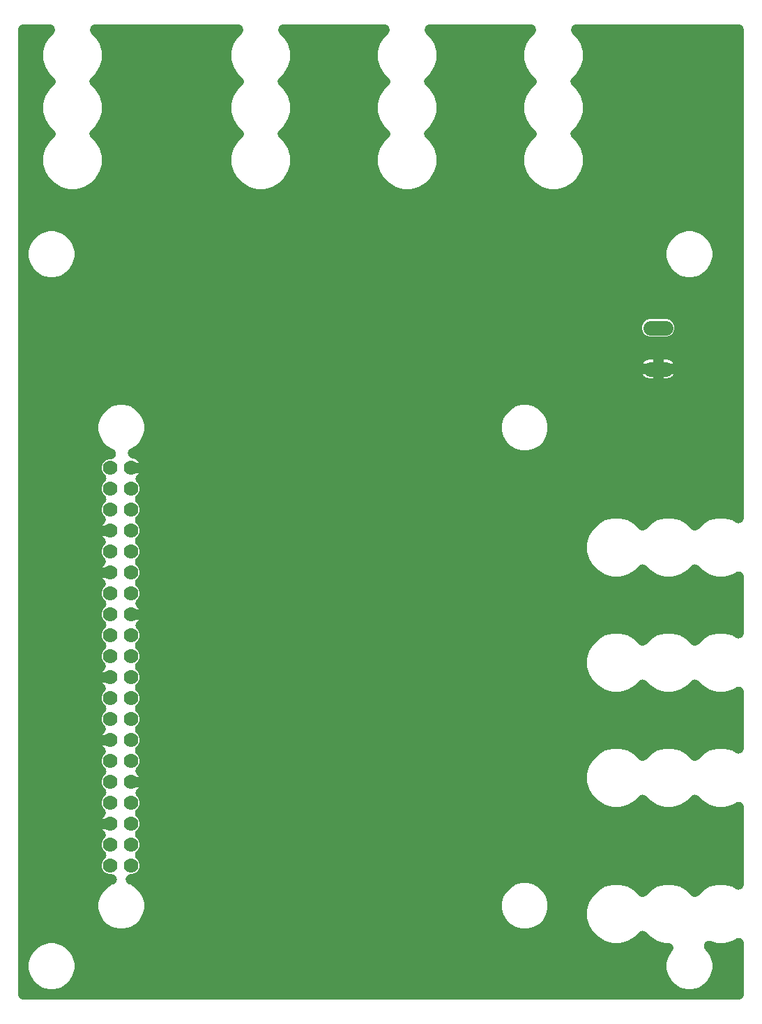
<source format=gbr>
G04 EAGLE Gerber RS-274X export*
G75*
%MOMM*%
%FSLAX34Y34*%
%LPD*%
%INTop Copper*%
%IPPOS*%
%AMOC8*
5,1,8,0,0,1.08239X$1,22.5*%
G01*
%ADD10C,1.778000*%
%ADD11C,1.790700*%

G36*
X884993Y10161D02*
X884993Y10161D01*
X884996Y10161D01*
X885343Y10181D01*
X885701Y10201D01*
X885704Y10201D01*
X885707Y10201D01*
X886047Y10260D01*
X886404Y10320D01*
X886406Y10321D01*
X886409Y10321D01*
X886754Y10421D01*
X887088Y10517D01*
X887091Y10519D01*
X887094Y10519D01*
X887418Y10654D01*
X887746Y10790D01*
X887749Y10792D01*
X887751Y10793D01*
X888063Y10965D01*
X888370Y11135D01*
X888372Y11137D01*
X888375Y11138D01*
X888672Y11349D01*
X888951Y11547D01*
X888953Y11549D01*
X888955Y11551D01*
X889223Y11791D01*
X889482Y12022D01*
X889484Y12025D01*
X889486Y12026D01*
X889724Y12294D01*
X889956Y12554D01*
X889958Y12556D01*
X889960Y12558D01*
X890152Y12830D01*
X890368Y13135D01*
X890370Y13138D01*
X890371Y13140D01*
X890534Y13436D01*
X890712Y13759D01*
X890713Y13762D01*
X890715Y13764D01*
X890846Y14082D01*
X890984Y14417D01*
X890985Y14420D01*
X890986Y14423D01*
X891081Y14752D01*
X891181Y15102D01*
X891182Y15105D01*
X891182Y15107D01*
X891242Y15461D01*
X891300Y15804D01*
X891300Y15807D01*
X891301Y15810D01*
X891339Y16510D01*
X891339Y78718D01*
X891326Y78957D01*
X891321Y79197D01*
X891306Y79312D01*
X891299Y79429D01*
X891259Y79665D01*
X891228Y79903D01*
X891199Y80016D01*
X891180Y80132D01*
X891114Y80361D01*
X891056Y80594D01*
X891015Y80704D01*
X890983Y80816D01*
X890891Y81037D01*
X890807Y81262D01*
X890755Y81366D01*
X890710Y81474D01*
X890594Y81684D01*
X890486Y81898D01*
X890421Y81996D01*
X890365Y82098D01*
X890227Y82293D01*
X890095Y82493D01*
X890020Y82583D01*
X889953Y82679D01*
X889793Y82857D01*
X889640Y83041D01*
X889556Y83122D01*
X889478Y83210D01*
X889299Y83369D01*
X889126Y83535D01*
X889033Y83606D01*
X888946Y83684D01*
X888751Y83823D01*
X888561Y83968D01*
X888460Y84028D01*
X888365Y84096D01*
X888155Y84212D01*
X887950Y84335D01*
X887844Y84384D01*
X887741Y84440D01*
X887520Y84532D01*
X887302Y84631D01*
X887191Y84668D01*
X887083Y84712D01*
X886853Y84779D01*
X886625Y84853D01*
X886511Y84877D01*
X886398Y84909D01*
X886162Y84949D01*
X885927Y84998D01*
X885811Y85008D01*
X885696Y85028D01*
X885457Y85041D01*
X885218Y85063D01*
X885101Y85061D01*
X884984Y85067D01*
X884745Y85054D01*
X884506Y85049D01*
X884390Y85033D01*
X884273Y85027D01*
X884037Y84986D01*
X883800Y84955D01*
X883686Y84926D01*
X883571Y84907D01*
X883341Y84840D01*
X883108Y84782D01*
X882999Y84741D01*
X882886Y84709D01*
X882665Y84617D01*
X882441Y84533D01*
X882335Y84480D01*
X882229Y84435D01*
X882029Y84325D01*
X881815Y84217D01*
X877172Y81535D01*
X868229Y79139D01*
X858971Y79139D01*
X850861Y81312D01*
X850744Y81337D01*
X850629Y81370D01*
X850396Y81409D01*
X850164Y81458D01*
X850044Y81469D01*
X849927Y81489D01*
X849691Y81502D01*
X849455Y81524D01*
X849335Y81522D01*
X849215Y81529D01*
X848979Y81515D01*
X848742Y81511D01*
X848624Y81495D01*
X848504Y81488D01*
X848270Y81448D01*
X848036Y81418D01*
X847920Y81389D01*
X847802Y81369D01*
X847574Y81303D01*
X847345Y81246D01*
X847232Y81204D01*
X847117Y81171D01*
X846899Y81080D01*
X846677Y80998D01*
X846570Y80944D01*
X846459Y80898D01*
X846252Y80783D01*
X846041Y80677D01*
X845941Y80611D01*
X845836Y80553D01*
X845643Y80416D01*
X845445Y80286D01*
X845353Y80209D01*
X845255Y80140D01*
X845079Y79982D01*
X844897Y79831D01*
X844814Y79745D01*
X844724Y79665D01*
X844567Y79488D01*
X844403Y79318D01*
X844330Y79223D01*
X844250Y79133D01*
X844113Y78940D01*
X843970Y78752D01*
X843908Y78650D01*
X843839Y78552D01*
X843724Y78345D01*
X843602Y78142D01*
X843552Y78033D01*
X843495Y77928D01*
X843404Y77709D01*
X843306Y77494D01*
X843268Y77380D01*
X843223Y77269D01*
X843157Y77042D01*
X843084Y76817D01*
X843059Y76700D01*
X843026Y76585D01*
X842987Y76351D01*
X842939Y76120D01*
X842928Y76000D01*
X842908Y75882D01*
X842895Y75646D01*
X842873Y75410D01*
X842875Y75290D01*
X842869Y75171D01*
X842882Y74934D01*
X842887Y74698D01*
X842903Y74579D01*
X842910Y74460D01*
X842950Y74226D01*
X842981Y73992D01*
X843010Y73876D01*
X843030Y73757D01*
X843096Y73530D01*
X843153Y73300D01*
X843195Y73188D01*
X843228Y73073D01*
X843319Y72854D01*
X843402Y72633D01*
X843456Y72526D01*
X843502Y72415D01*
X843617Y72209D01*
X843724Y71997D01*
X843790Y71897D01*
X843848Y71792D01*
X843985Y71600D01*
X844115Y71402D01*
X844191Y71310D01*
X844261Y71212D01*
X844423Y71031D01*
X844570Y70854D01*
X844652Y70776D01*
X844728Y70690D01*
X847634Y67784D01*
X851276Y61477D01*
X853161Y54442D01*
X853161Y47158D01*
X851276Y40123D01*
X847634Y33816D01*
X842484Y28666D01*
X836177Y25024D01*
X829142Y23139D01*
X821858Y23139D01*
X814823Y25024D01*
X808516Y28666D01*
X803366Y33816D01*
X799724Y40123D01*
X797839Y47158D01*
X797839Y54442D01*
X799724Y61477D01*
X803366Y67784D01*
X803882Y68300D01*
X803883Y68301D01*
X803884Y68302D01*
X804121Y68568D01*
X804357Y68832D01*
X804358Y68833D01*
X804359Y68834D01*
X804588Y69158D01*
X804769Y69413D01*
X804770Y69414D01*
X804771Y69415D01*
X804954Y69748D01*
X805114Y70036D01*
X805114Y70038D01*
X805115Y70039D01*
X805248Y70360D01*
X805386Y70694D01*
X805387Y70696D01*
X805387Y70697D01*
X805485Y71037D01*
X805583Y71379D01*
X805583Y71381D01*
X805584Y71382D01*
X805636Y71691D01*
X805702Y72081D01*
X805702Y72083D01*
X805703Y72084D01*
X805720Y72398D01*
X805742Y72793D01*
X805742Y72794D01*
X805742Y72796D01*
X805724Y73105D01*
X805702Y73504D01*
X805701Y73506D01*
X805701Y73507D01*
X805649Y73810D01*
X805582Y74206D01*
X805581Y74208D01*
X805581Y74209D01*
X805480Y74560D01*
X805384Y74891D01*
X805384Y74892D01*
X805383Y74894D01*
X805244Y75228D01*
X805111Y75549D01*
X805110Y75550D01*
X805110Y75551D01*
X804957Y75828D01*
X804766Y76172D01*
X804765Y76173D01*
X804765Y76175D01*
X804583Y76430D01*
X804353Y76753D01*
X804352Y76754D01*
X804352Y76755D01*
X804138Y76994D01*
X803878Y77284D01*
X803877Y77285D01*
X803876Y77286D01*
X803606Y77526D01*
X803347Y77758D01*
X803345Y77759D01*
X803344Y77760D01*
X803061Y77960D01*
X802765Y78170D01*
X802764Y78170D01*
X802763Y78171D01*
X802451Y78343D01*
X802141Y78513D01*
X802140Y78514D01*
X802139Y78515D01*
X801805Y78652D01*
X801483Y78785D01*
X801481Y78786D01*
X801480Y78786D01*
X801135Y78885D01*
X800798Y78982D01*
X800797Y78982D01*
X800795Y78982D01*
X800422Y79045D01*
X800096Y79100D01*
X800094Y79100D01*
X800093Y79101D01*
X799393Y79139D01*
X795471Y79139D01*
X786528Y81535D01*
X778511Y86164D01*
X772840Y91836D01*
X772837Y91838D01*
X772836Y91840D01*
X772578Y92070D01*
X772308Y92310D01*
X772306Y92312D01*
X772304Y92314D01*
X772026Y92511D01*
X771727Y92723D01*
X771725Y92724D01*
X771722Y92726D01*
X771407Y92899D01*
X771104Y93067D01*
X771101Y93068D01*
X771099Y93070D01*
X770768Y93206D01*
X770445Y93340D01*
X770443Y93340D01*
X770440Y93341D01*
X770102Y93438D01*
X769761Y93537D01*
X769758Y93537D01*
X769755Y93538D01*
X769393Y93599D01*
X769058Y93656D01*
X769056Y93656D01*
X769053Y93656D01*
X768687Y93676D01*
X768347Y93695D01*
X768344Y93695D01*
X768341Y93695D01*
X767990Y93675D01*
X767636Y93655D01*
X767633Y93654D01*
X767630Y93654D01*
X767287Y93595D01*
X766934Y93535D01*
X766931Y93534D01*
X766928Y93534D01*
X766596Y93438D01*
X766249Y93338D01*
X766246Y93336D01*
X766244Y93336D01*
X765920Y93201D01*
X765591Y93065D01*
X765589Y93063D01*
X765586Y93062D01*
X765278Y92891D01*
X764968Y92719D01*
X764965Y92718D01*
X764963Y92716D01*
X764675Y92511D01*
X764387Y92307D01*
X764385Y92305D01*
X764383Y92303D01*
X763860Y91836D01*
X758189Y86164D01*
X750172Y81535D01*
X741229Y79139D01*
X731971Y79139D01*
X723028Y81535D01*
X715011Y86164D01*
X708464Y92711D01*
X703835Y100728D01*
X701439Y109671D01*
X701439Y118929D01*
X703835Y127872D01*
X708464Y135889D01*
X715011Y142436D01*
X723028Y147065D01*
X731971Y149461D01*
X741229Y149461D01*
X750172Y147065D01*
X758189Y142436D01*
X763860Y136764D01*
X763863Y136763D01*
X763864Y136760D01*
X764140Y136515D01*
X764392Y136290D01*
X764394Y136288D01*
X764396Y136286D01*
X764701Y136070D01*
X764973Y135877D01*
X764975Y135876D01*
X764978Y135874D01*
X765292Y135701D01*
X765596Y135533D01*
X765599Y135532D01*
X765601Y135530D01*
X765936Y135392D01*
X766254Y135260D01*
X766257Y135260D01*
X766260Y135259D01*
X766598Y135162D01*
X766939Y135063D01*
X766942Y135063D01*
X766945Y135062D01*
X767310Y135001D01*
X767642Y134944D01*
X767644Y134944D01*
X767647Y134944D01*
X768013Y134924D01*
X768353Y134905D01*
X768356Y134905D01*
X768359Y134905D01*
X768710Y134925D01*
X769064Y134945D01*
X769067Y134946D01*
X769070Y134946D01*
X769413Y135004D01*
X769766Y135065D01*
X769769Y135066D01*
X769772Y135066D01*
X770125Y135168D01*
X770451Y135262D01*
X770453Y135263D01*
X770456Y135264D01*
X770789Y135403D01*
X771109Y135535D01*
X771111Y135537D01*
X771114Y135538D01*
X771414Y135705D01*
X771732Y135881D01*
X771735Y135882D01*
X771737Y135884D01*
X771999Y136070D01*
X772313Y136293D01*
X772315Y136295D01*
X772317Y136297D01*
X772840Y136764D01*
X778511Y142436D01*
X786528Y147065D01*
X795471Y149461D01*
X804729Y149461D01*
X813672Y147065D01*
X821689Y142436D01*
X827360Y136764D01*
X827363Y136763D01*
X827364Y136760D01*
X827640Y136515D01*
X827892Y136290D01*
X827894Y136288D01*
X827896Y136286D01*
X828201Y136070D01*
X828473Y135877D01*
X828475Y135876D01*
X828478Y135874D01*
X828792Y135701D01*
X829096Y135533D01*
X829099Y135532D01*
X829101Y135530D01*
X829436Y135392D01*
X829754Y135260D01*
X829757Y135260D01*
X829760Y135259D01*
X830098Y135162D01*
X830439Y135063D01*
X830442Y135063D01*
X830445Y135062D01*
X830810Y135001D01*
X831142Y134944D01*
X831144Y134944D01*
X831147Y134944D01*
X831513Y134924D01*
X831853Y134905D01*
X831856Y134905D01*
X831859Y134905D01*
X832210Y134925D01*
X832564Y134945D01*
X832567Y134946D01*
X832570Y134946D01*
X832913Y135004D01*
X833266Y135065D01*
X833269Y135066D01*
X833272Y135066D01*
X833625Y135168D01*
X833951Y135262D01*
X833953Y135263D01*
X833956Y135264D01*
X834289Y135403D01*
X834609Y135535D01*
X834611Y135537D01*
X834614Y135538D01*
X834914Y135705D01*
X835232Y135881D01*
X835235Y135882D01*
X835237Y135884D01*
X835499Y136070D01*
X835813Y136293D01*
X835815Y136295D01*
X835817Y136297D01*
X836340Y136764D01*
X842011Y142436D01*
X850028Y147065D01*
X858971Y149461D01*
X868229Y149461D01*
X877172Y147065D01*
X881815Y144383D01*
X882029Y144276D01*
X882239Y144160D01*
X882347Y144115D01*
X882451Y144062D01*
X882676Y143979D01*
X882897Y143888D01*
X883010Y143855D01*
X883119Y143815D01*
X883352Y143757D01*
X883582Y143691D01*
X883697Y143671D01*
X883811Y143643D01*
X884048Y143612D01*
X884284Y143572D01*
X884401Y143566D01*
X884517Y143550D01*
X884757Y143546D01*
X884996Y143533D01*
X885113Y143539D01*
X885229Y143537D01*
X885468Y143560D01*
X885707Y143573D01*
X885822Y143593D01*
X885939Y143604D01*
X886173Y143653D01*
X886409Y143693D01*
X886522Y143726D01*
X886636Y143750D01*
X886863Y143825D01*
X887094Y143891D01*
X887202Y143936D01*
X887313Y143973D01*
X887530Y144073D01*
X887751Y144165D01*
X887854Y144222D01*
X887960Y144270D01*
X888165Y144394D01*
X888375Y144510D01*
X888470Y144578D01*
X888570Y144638D01*
X888760Y144785D01*
X888955Y144923D01*
X889042Y145001D01*
X889135Y145072D01*
X889307Y145239D01*
X889486Y145399D01*
X889563Y145486D01*
X889648Y145567D01*
X889800Y145751D01*
X889960Y145930D01*
X890027Y146026D01*
X890102Y146116D01*
X890233Y146316D01*
X890371Y146512D01*
X890427Y146614D01*
X890491Y146712D01*
X890599Y146927D01*
X890715Y147136D01*
X890759Y147244D01*
X890812Y147349D01*
X890895Y147574D01*
X890986Y147795D01*
X891018Y147907D01*
X891059Y148017D01*
X891117Y148250D01*
X891182Y148480D01*
X891202Y148595D01*
X891230Y148708D01*
X891261Y148946D01*
X891301Y149182D01*
X891307Y149301D01*
X891322Y149415D01*
X891326Y149643D01*
X891339Y149882D01*
X891339Y243818D01*
X891326Y244057D01*
X891321Y244297D01*
X891306Y244412D01*
X891299Y244529D01*
X891259Y244765D01*
X891228Y245003D01*
X891199Y245116D01*
X891180Y245232D01*
X891114Y245461D01*
X891056Y245694D01*
X891015Y245804D01*
X890983Y245916D01*
X890891Y246137D01*
X890807Y246362D01*
X890755Y246466D01*
X890710Y246574D01*
X890594Y246784D01*
X890486Y246998D01*
X890421Y247096D01*
X890365Y247198D01*
X890227Y247393D01*
X890095Y247593D01*
X890020Y247683D01*
X889953Y247779D01*
X889793Y247957D01*
X889640Y248141D01*
X889556Y248222D01*
X889478Y248310D01*
X889299Y248469D01*
X889126Y248635D01*
X889033Y248706D01*
X888946Y248784D01*
X888751Y248923D01*
X888561Y249068D01*
X888460Y249128D01*
X888365Y249196D01*
X888155Y249312D01*
X887950Y249435D01*
X887844Y249484D01*
X887741Y249540D01*
X887520Y249632D01*
X887302Y249731D01*
X887191Y249768D01*
X887083Y249812D01*
X886853Y249879D01*
X886625Y249953D01*
X886511Y249977D01*
X886398Y250009D01*
X886162Y250049D01*
X885927Y250098D01*
X885811Y250108D01*
X885696Y250128D01*
X885457Y250141D01*
X885218Y250163D01*
X885101Y250161D01*
X884984Y250167D01*
X884745Y250154D01*
X884506Y250149D01*
X884390Y250133D01*
X884273Y250127D01*
X884037Y250086D01*
X883800Y250055D01*
X883686Y250026D01*
X883571Y250007D01*
X883341Y249940D01*
X883108Y249882D01*
X882999Y249841D01*
X882886Y249809D01*
X882665Y249717D01*
X882441Y249633D01*
X882335Y249580D01*
X882229Y249535D01*
X882029Y249425D01*
X881815Y249317D01*
X877172Y246635D01*
X868229Y244239D01*
X858971Y244239D01*
X850028Y246635D01*
X842011Y251264D01*
X836340Y256936D01*
X836337Y256938D01*
X836336Y256940D01*
X836078Y257170D01*
X835808Y257410D01*
X835806Y257412D01*
X835804Y257414D01*
X835526Y257611D01*
X835227Y257823D01*
X835225Y257824D01*
X835222Y257826D01*
X834907Y257999D01*
X834604Y258167D01*
X834601Y258168D01*
X834599Y258170D01*
X834268Y258306D01*
X833945Y258440D01*
X833943Y258440D01*
X833940Y258441D01*
X833602Y258538D01*
X833261Y258637D01*
X833258Y258637D01*
X833255Y258638D01*
X832893Y258699D01*
X832558Y258756D01*
X832556Y258756D01*
X832553Y258756D01*
X832187Y258776D01*
X831847Y258795D01*
X831844Y258795D01*
X831841Y258795D01*
X831490Y258775D01*
X831136Y258755D01*
X831133Y258754D01*
X831130Y258754D01*
X830787Y258695D01*
X830434Y258635D01*
X830431Y258634D01*
X830428Y258634D01*
X830096Y258538D01*
X829749Y258438D01*
X829746Y258436D01*
X829744Y258436D01*
X829420Y258301D01*
X829091Y258165D01*
X829089Y258163D01*
X829086Y258162D01*
X828778Y257991D01*
X828468Y257819D01*
X828465Y257818D01*
X828463Y257816D01*
X828175Y257611D01*
X827887Y257407D01*
X827885Y257405D01*
X827883Y257403D01*
X827360Y256936D01*
X821689Y251264D01*
X813672Y246635D01*
X804729Y244239D01*
X795471Y244239D01*
X786528Y246635D01*
X778511Y251264D01*
X772840Y256936D01*
X772837Y256938D01*
X772836Y256940D01*
X772578Y257170D01*
X772308Y257410D01*
X772306Y257412D01*
X772304Y257414D01*
X772026Y257611D01*
X771727Y257823D01*
X771725Y257824D01*
X771722Y257826D01*
X771407Y257999D01*
X771104Y258167D01*
X771101Y258168D01*
X771099Y258170D01*
X770768Y258306D01*
X770445Y258440D01*
X770443Y258440D01*
X770440Y258441D01*
X770102Y258538D01*
X769761Y258637D01*
X769758Y258637D01*
X769755Y258638D01*
X769393Y258699D01*
X769058Y258756D01*
X769056Y258756D01*
X769053Y258756D01*
X768687Y258776D01*
X768347Y258795D01*
X768344Y258795D01*
X768341Y258795D01*
X767990Y258775D01*
X767636Y258755D01*
X767633Y258754D01*
X767630Y258754D01*
X767287Y258695D01*
X766934Y258635D01*
X766931Y258634D01*
X766928Y258634D01*
X766596Y258538D01*
X766249Y258438D01*
X766246Y258436D01*
X766244Y258436D01*
X765920Y258301D01*
X765591Y258165D01*
X765589Y258163D01*
X765586Y258162D01*
X765278Y257991D01*
X764968Y257819D01*
X764965Y257818D01*
X764963Y257816D01*
X764675Y257611D01*
X764387Y257407D01*
X764385Y257405D01*
X764383Y257403D01*
X763860Y256936D01*
X758189Y251264D01*
X750172Y246635D01*
X741229Y244239D01*
X731971Y244239D01*
X723028Y246635D01*
X715011Y251264D01*
X708464Y257811D01*
X703835Y265828D01*
X701439Y274771D01*
X701439Y284029D01*
X703835Y292972D01*
X708464Y300989D01*
X715011Y307536D01*
X723028Y312165D01*
X731971Y314561D01*
X741229Y314561D01*
X750172Y312165D01*
X758189Y307536D01*
X763860Y301864D01*
X763863Y301863D01*
X763864Y301860D01*
X764140Y301615D01*
X764392Y301390D01*
X764394Y301388D01*
X764396Y301386D01*
X764693Y301176D01*
X764973Y300977D01*
X764975Y300976D01*
X764978Y300974D01*
X765292Y300801D01*
X765596Y300633D01*
X765599Y300632D01*
X765601Y300630D01*
X765932Y300494D01*
X766254Y300360D01*
X766257Y300360D01*
X766260Y300359D01*
X766598Y300262D01*
X766939Y300163D01*
X766942Y300163D01*
X766945Y300162D01*
X767310Y300101D01*
X767642Y300044D01*
X767644Y300044D01*
X767647Y300044D01*
X768013Y300024D01*
X768353Y300005D01*
X768356Y300005D01*
X768359Y300005D01*
X768710Y300025D01*
X769064Y300045D01*
X769067Y300046D01*
X769070Y300046D01*
X769413Y300104D01*
X769766Y300165D01*
X769769Y300166D01*
X769772Y300166D01*
X770125Y300268D01*
X770451Y300362D01*
X770453Y300363D01*
X770456Y300364D01*
X770789Y300503D01*
X771109Y300635D01*
X771111Y300637D01*
X771114Y300638D01*
X771414Y300805D01*
X771732Y300981D01*
X771735Y300982D01*
X771737Y300984D01*
X772014Y301180D01*
X772313Y301393D01*
X772315Y301395D01*
X772317Y301397D01*
X772840Y301864D01*
X778511Y307536D01*
X786528Y312165D01*
X795471Y314561D01*
X804729Y314561D01*
X813672Y312165D01*
X821689Y307536D01*
X827360Y301864D01*
X827363Y301863D01*
X827364Y301860D01*
X827640Y301615D01*
X827892Y301390D01*
X827894Y301388D01*
X827896Y301386D01*
X828193Y301176D01*
X828473Y300977D01*
X828475Y300976D01*
X828478Y300974D01*
X828792Y300801D01*
X829096Y300633D01*
X829099Y300632D01*
X829101Y300630D01*
X829432Y300494D01*
X829754Y300360D01*
X829757Y300360D01*
X829760Y300359D01*
X830098Y300262D01*
X830439Y300163D01*
X830442Y300163D01*
X830445Y300162D01*
X830810Y300101D01*
X831142Y300044D01*
X831144Y300044D01*
X831147Y300044D01*
X831513Y300024D01*
X831853Y300005D01*
X831856Y300005D01*
X831859Y300005D01*
X832210Y300025D01*
X832564Y300045D01*
X832567Y300046D01*
X832570Y300046D01*
X832913Y300104D01*
X833266Y300165D01*
X833269Y300166D01*
X833272Y300166D01*
X833625Y300268D01*
X833951Y300362D01*
X833953Y300363D01*
X833956Y300364D01*
X834289Y300503D01*
X834609Y300635D01*
X834611Y300637D01*
X834614Y300638D01*
X834914Y300805D01*
X835232Y300981D01*
X835235Y300982D01*
X835237Y300984D01*
X835514Y301180D01*
X835813Y301393D01*
X835815Y301395D01*
X835817Y301397D01*
X836340Y301864D01*
X842011Y307536D01*
X850028Y312165D01*
X858971Y314561D01*
X868229Y314561D01*
X877172Y312165D01*
X881815Y309483D01*
X882029Y309376D01*
X882239Y309260D01*
X882347Y309215D01*
X882451Y309162D01*
X882676Y309079D01*
X882897Y308988D01*
X883010Y308955D01*
X883119Y308915D01*
X883352Y308857D01*
X883582Y308791D01*
X883697Y308771D01*
X883811Y308743D01*
X884048Y308712D01*
X884284Y308672D01*
X884401Y308666D01*
X884517Y308650D01*
X884757Y308646D01*
X884996Y308633D01*
X885113Y308639D01*
X885229Y308637D01*
X885468Y308660D01*
X885707Y308673D01*
X885822Y308693D01*
X885939Y308704D01*
X886173Y308753D01*
X886409Y308793D01*
X886522Y308826D01*
X886636Y308850D01*
X886863Y308925D01*
X887094Y308991D01*
X887202Y309036D01*
X887313Y309073D01*
X887530Y309173D01*
X887751Y309265D01*
X887854Y309322D01*
X887960Y309370D01*
X888165Y309494D01*
X888375Y309610D01*
X888470Y309678D01*
X888570Y309738D01*
X888760Y309885D01*
X888955Y310023D01*
X889042Y310101D01*
X889135Y310172D01*
X889307Y310339D01*
X889486Y310499D01*
X889563Y310586D01*
X889648Y310667D01*
X889800Y310851D01*
X889960Y311030D01*
X890027Y311126D01*
X890102Y311216D01*
X890233Y311416D01*
X890371Y311612D01*
X890427Y311714D01*
X890491Y311812D01*
X890599Y312027D01*
X890715Y312236D01*
X890759Y312344D01*
X890812Y312449D01*
X890895Y312674D01*
X890986Y312895D01*
X891018Y313007D01*
X891059Y313117D01*
X891117Y313350D01*
X891182Y313580D01*
X891202Y313695D01*
X891230Y313808D01*
X891261Y314046D01*
X891301Y314282D01*
X891307Y314401D01*
X891322Y314515D01*
X891326Y314743D01*
X891339Y314982D01*
X891339Y383518D01*
X891326Y383757D01*
X891321Y383997D01*
X891306Y384112D01*
X891299Y384229D01*
X891259Y384465D01*
X891228Y384703D01*
X891199Y384816D01*
X891180Y384932D01*
X891114Y385161D01*
X891056Y385394D01*
X891015Y385504D01*
X890983Y385616D01*
X890891Y385837D01*
X890807Y386062D01*
X890755Y386166D01*
X890710Y386274D01*
X890594Y386484D01*
X890486Y386698D01*
X890421Y386796D01*
X890365Y386898D01*
X890227Y387093D01*
X890095Y387293D01*
X890020Y387383D01*
X889953Y387479D01*
X889793Y387657D01*
X889640Y387841D01*
X889556Y387922D01*
X889478Y388010D01*
X889299Y388169D01*
X889126Y388335D01*
X889033Y388406D01*
X888946Y388484D01*
X888751Y388623D01*
X888561Y388768D01*
X888460Y388828D01*
X888365Y388896D01*
X888155Y389012D01*
X887950Y389135D01*
X887844Y389184D01*
X887741Y389240D01*
X887520Y389332D01*
X887302Y389431D01*
X887191Y389468D01*
X887083Y389512D01*
X886853Y389579D01*
X886625Y389653D01*
X886511Y389677D01*
X886398Y389709D01*
X886162Y389749D01*
X885927Y389798D01*
X885811Y389808D01*
X885696Y389828D01*
X885457Y389841D01*
X885218Y389863D01*
X885101Y389861D01*
X884984Y389867D01*
X884745Y389854D01*
X884506Y389849D01*
X884390Y389833D01*
X884273Y389827D01*
X884037Y389786D01*
X883800Y389755D01*
X883686Y389726D01*
X883571Y389707D01*
X883341Y389640D01*
X883108Y389582D01*
X882999Y389541D01*
X882886Y389509D01*
X882665Y389417D01*
X882441Y389333D01*
X882335Y389280D01*
X882229Y389235D01*
X882029Y389125D01*
X881815Y389017D01*
X877172Y386335D01*
X868229Y383939D01*
X858971Y383939D01*
X850028Y386335D01*
X842011Y390964D01*
X836340Y396636D01*
X836337Y396638D01*
X836336Y396640D01*
X836078Y396870D01*
X835808Y397110D01*
X835806Y397112D01*
X835804Y397114D01*
X835533Y397306D01*
X835227Y397523D01*
X835225Y397524D01*
X835222Y397526D01*
X834907Y397699D01*
X834604Y397867D01*
X834601Y397868D01*
X834599Y397870D01*
X834268Y398006D01*
X833945Y398140D01*
X833943Y398140D01*
X833940Y398141D01*
X833602Y398238D01*
X833261Y398337D01*
X833258Y398337D01*
X833255Y398338D01*
X832893Y398399D01*
X832558Y398456D01*
X832556Y398456D01*
X832553Y398456D01*
X832187Y398476D01*
X831847Y398495D01*
X831844Y398495D01*
X831841Y398495D01*
X831490Y398475D01*
X831136Y398455D01*
X831133Y398454D01*
X831130Y398454D01*
X830787Y398395D01*
X830434Y398335D01*
X830431Y398334D01*
X830428Y398334D01*
X830096Y398238D01*
X829749Y398138D01*
X829746Y398136D01*
X829744Y398136D01*
X829420Y398001D01*
X829091Y397865D01*
X829089Y397863D01*
X829086Y397862D01*
X828778Y397691D01*
X828468Y397519D01*
X828465Y397518D01*
X828463Y397516D01*
X828175Y397311D01*
X827887Y397107D01*
X827885Y397105D01*
X827883Y397103D01*
X827360Y396636D01*
X821689Y390964D01*
X813672Y386335D01*
X804729Y383939D01*
X795471Y383939D01*
X786528Y386335D01*
X778511Y390964D01*
X772840Y396636D01*
X772837Y396638D01*
X772836Y396640D01*
X772578Y396870D01*
X772308Y397110D01*
X772306Y397112D01*
X772304Y397114D01*
X772033Y397306D01*
X771727Y397523D01*
X771725Y397524D01*
X771722Y397526D01*
X771407Y397699D01*
X771104Y397867D01*
X771101Y397868D01*
X771099Y397870D01*
X770768Y398006D01*
X770445Y398140D01*
X770443Y398140D01*
X770440Y398141D01*
X770102Y398238D01*
X769761Y398337D01*
X769758Y398337D01*
X769755Y398338D01*
X769393Y398399D01*
X769058Y398456D01*
X769056Y398456D01*
X769053Y398456D01*
X768687Y398476D01*
X768347Y398495D01*
X768344Y398495D01*
X768341Y398495D01*
X767990Y398475D01*
X767636Y398455D01*
X767633Y398454D01*
X767630Y398454D01*
X767287Y398395D01*
X766934Y398335D01*
X766931Y398334D01*
X766928Y398334D01*
X766596Y398238D01*
X766249Y398138D01*
X766246Y398136D01*
X766244Y398136D01*
X765920Y398001D01*
X765591Y397865D01*
X765589Y397863D01*
X765586Y397862D01*
X765278Y397691D01*
X764968Y397519D01*
X764965Y397518D01*
X764963Y397516D01*
X764675Y397311D01*
X764387Y397107D01*
X764385Y397105D01*
X764383Y397103D01*
X763860Y396636D01*
X758189Y390964D01*
X750172Y386335D01*
X741229Y383939D01*
X731971Y383939D01*
X723028Y386335D01*
X715011Y390964D01*
X708464Y397511D01*
X703835Y405528D01*
X701439Y414471D01*
X701439Y423729D01*
X703835Y432672D01*
X708464Y440689D01*
X715011Y447236D01*
X723028Y451865D01*
X731971Y454261D01*
X741229Y454261D01*
X750172Y451865D01*
X758189Y447236D01*
X763860Y441564D01*
X763863Y441563D01*
X763864Y441560D01*
X764140Y441315D01*
X764392Y441090D01*
X764394Y441088D01*
X764396Y441086D01*
X764694Y440875D01*
X764973Y440677D01*
X764975Y440676D01*
X764978Y440674D01*
X765292Y440501D01*
X765596Y440333D01*
X765599Y440332D01*
X765601Y440330D01*
X765932Y440194D01*
X766254Y440060D01*
X766257Y440060D01*
X766260Y440059D01*
X766598Y439962D01*
X766939Y439863D01*
X766942Y439863D01*
X766945Y439862D01*
X767310Y439801D01*
X767642Y439744D01*
X767644Y439744D01*
X767647Y439744D01*
X768013Y439724D01*
X768353Y439705D01*
X768356Y439705D01*
X768359Y439705D01*
X768710Y439725D01*
X769064Y439745D01*
X769067Y439746D01*
X769070Y439746D01*
X769413Y439804D01*
X769766Y439865D01*
X769769Y439866D01*
X769772Y439866D01*
X770125Y439968D01*
X770451Y440062D01*
X770453Y440063D01*
X770456Y440064D01*
X770788Y440202D01*
X771109Y440335D01*
X771111Y440337D01*
X771114Y440338D01*
X771409Y440502D01*
X771732Y440681D01*
X771735Y440682D01*
X771737Y440684D01*
X772014Y440880D01*
X772313Y441093D01*
X772315Y441095D01*
X772317Y441097D01*
X772840Y441564D01*
X778511Y447236D01*
X786528Y451865D01*
X795471Y454261D01*
X804729Y454261D01*
X813672Y451865D01*
X821689Y447236D01*
X827360Y441564D01*
X827363Y441563D01*
X827364Y441560D01*
X827640Y441315D01*
X827892Y441090D01*
X827894Y441088D01*
X827896Y441086D01*
X828194Y440875D01*
X828473Y440677D01*
X828475Y440676D01*
X828478Y440674D01*
X828792Y440501D01*
X829096Y440333D01*
X829099Y440332D01*
X829101Y440330D01*
X829432Y440194D01*
X829754Y440060D01*
X829757Y440060D01*
X829760Y440059D01*
X830098Y439962D01*
X830439Y439863D01*
X830442Y439863D01*
X830445Y439862D01*
X830810Y439801D01*
X831142Y439744D01*
X831144Y439744D01*
X831147Y439744D01*
X831513Y439724D01*
X831853Y439705D01*
X831856Y439705D01*
X831859Y439705D01*
X832210Y439725D01*
X832564Y439745D01*
X832567Y439746D01*
X832570Y439746D01*
X832913Y439804D01*
X833266Y439865D01*
X833269Y439866D01*
X833272Y439866D01*
X833625Y439968D01*
X833951Y440062D01*
X833953Y440063D01*
X833956Y440064D01*
X834288Y440202D01*
X834609Y440335D01*
X834611Y440337D01*
X834614Y440338D01*
X834909Y440502D01*
X835232Y440681D01*
X835235Y440682D01*
X835237Y440684D01*
X835514Y440880D01*
X835813Y441093D01*
X835815Y441095D01*
X835817Y441097D01*
X836340Y441564D01*
X842011Y447236D01*
X850028Y451865D01*
X858971Y454261D01*
X868229Y454261D01*
X877172Y451865D01*
X881815Y449183D01*
X882029Y449076D01*
X882239Y448960D01*
X882347Y448915D01*
X882451Y448862D01*
X882676Y448779D01*
X882897Y448688D01*
X883010Y448655D01*
X883119Y448615D01*
X883352Y448557D01*
X883582Y448491D01*
X883697Y448471D01*
X883811Y448443D01*
X884048Y448412D01*
X884284Y448372D01*
X884401Y448366D01*
X884517Y448350D01*
X884757Y448346D01*
X884996Y448333D01*
X885113Y448339D01*
X885229Y448337D01*
X885468Y448360D01*
X885707Y448373D01*
X885822Y448393D01*
X885939Y448404D01*
X886173Y448453D01*
X886409Y448493D01*
X886522Y448526D01*
X886636Y448550D01*
X886863Y448625D01*
X887094Y448691D01*
X887202Y448736D01*
X887313Y448773D01*
X887530Y448873D01*
X887751Y448965D01*
X887854Y449022D01*
X887960Y449070D01*
X888165Y449194D01*
X888375Y449310D01*
X888470Y449378D01*
X888570Y449438D01*
X888760Y449585D01*
X888955Y449723D01*
X889042Y449801D01*
X889135Y449872D01*
X889307Y450039D01*
X889486Y450199D01*
X889563Y450286D01*
X889648Y450367D01*
X889800Y450551D01*
X889960Y450730D01*
X890027Y450826D01*
X890102Y450916D01*
X890233Y451116D01*
X890371Y451312D01*
X890427Y451414D01*
X890491Y451512D01*
X890599Y451727D01*
X890715Y451936D01*
X890759Y452044D01*
X890812Y452149D01*
X890895Y452374D01*
X890986Y452595D01*
X891018Y452707D01*
X891059Y452817D01*
X891117Y453050D01*
X891182Y453280D01*
X891202Y453395D01*
X891230Y453508D01*
X891261Y453746D01*
X891301Y453982D01*
X891307Y454101D01*
X891322Y454215D01*
X891326Y454443D01*
X891339Y454682D01*
X891339Y523218D01*
X891326Y523457D01*
X891321Y523697D01*
X891306Y523812D01*
X891299Y523929D01*
X891259Y524165D01*
X891228Y524403D01*
X891199Y524516D01*
X891180Y524632D01*
X891114Y524861D01*
X891056Y525094D01*
X891015Y525204D01*
X890983Y525316D01*
X890891Y525537D01*
X890807Y525762D01*
X890755Y525866D01*
X890710Y525974D01*
X890594Y526184D01*
X890486Y526398D01*
X890421Y526496D01*
X890365Y526598D01*
X890227Y526793D01*
X890095Y526993D01*
X890020Y527083D01*
X889953Y527179D01*
X889793Y527357D01*
X889640Y527541D01*
X889556Y527622D01*
X889478Y527710D01*
X889299Y527869D01*
X889126Y528035D01*
X889033Y528106D01*
X888946Y528184D01*
X888751Y528323D01*
X888561Y528468D01*
X888460Y528528D01*
X888365Y528596D01*
X888155Y528712D01*
X887950Y528835D01*
X887844Y528884D01*
X887741Y528940D01*
X887520Y529032D01*
X887302Y529131D01*
X887191Y529168D01*
X887083Y529212D01*
X886853Y529279D01*
X886625Y529353D01*
X886511Y529377D01*
X886398Y529409D01*
X886162Y529449D01*
X885927Y529498D01*
X885811Y529508D01*
X885696Y529528D01*
X885457Y529541D01*
X885218Y529563D01*
X885101Y529561D01*
X884984Y529567D01*
X884745Y529554D01*
X884506Y529549D01*
X884390Y529533D01*
X884273Y529527D01*
X884037Y529486D01*
X883800Y529455D01*
X883686Y529426D01*
X883571Y529407D01*
X883341Y529340D01*
X883108Y529282D01*
X882999Y529241D01*
X882886Y529209D01*
X882665Y529117D01*
X882441Y529033D01*
X882335Y528980D01*
X882229Y528935D01*
X882029Y528825D01*
X881815Y528717D01*
X877172Y526035D01*
X868229Y523639D01*
X858971Y523639D01*
X850028Y526035D01*
X842011Y530664D01*
X836340Y536336D01*
X836337Y536338D01*
X836336Y536340D01*
X836078Y536570D01*
X835808Y536810D01*
X835806Y536812D01*
X835804Y536814D01*
X835534Y537005D01*
X835227Y537223D01*
X835225Y537224D01*
X835222Y537226D01*
X834907Y537399D01*
X834604Y537567D01*
X834601Y537568D01*
X834599Y537570D01*
X834268Y537706D01*
X833945Y537840D01*
X833943Y537840D01*
X833940Y537841D01*
X833602Y537938D01*
X833261Y538037D01*
X833258Y538037D01*
X833255Y538038D01*
X832893Y538099D01*
X832558Y538156D01*
X832556Y538156D01*
X832553Y538156D01*
X832187Y538176D01*
X831847Y538195D01*
X831844Y538195D01*
X831841Y538195D01*
X831490Y538175D01*
X831136Y538155D01*
X831133Y538154D01*
X831130Y538154D01*
X830787Y538095D01*
X830434Y538035D01*
X830431Y538034D01*
X830428Y538034D01*
X830096Y537938D01*
X829749Y537838D01*
X829746Y537836D01*
X829744Y537836D01*
X829420Y537701D01*
X829091Y537565D01*
X829089Y537563D01*
X829086Y537562D01*
X828772Y537388D01*
X828468Y537219D01*
X828465Y537218D01*
X828463Y537216D01*
X828175Y537011D01*
X827887Y536807D01*
X827885Y536805D01*
X827883Y536803D01*
X827360Y536336D01*
X821689Y530664D01*
X813672Y526035D01*
X804729Y523639D01*
X795471Y523639D01*
X786528Y526035D01*
X778511Y530664D01*
X772840Y536336D01*
X772837Y536338D01*
X772836Y536340D01*
X772578Y536570D01*
X772308Y536810D01*
X772306Y536812D01*
X772304Y536814D01*
X772034Y537005D01*
X771727Y537223D01*
X771725Y537224D01*
X771722Y537226D01*
X771407Y537399D01*
X771104Y537567D01*
X771101Y537568D01*
X771099Y537570D01*
X770768Y537706D01*
X770445Y537840D01*
X770443Y537840D01*
X770440Y537841D01*
X770102Y537938D01*
X769761Y538037D01*
X769758Y538037D01*
X769755Y538038D01*
X769393Y538099D01*
X769058Y538156D01*
X769056Y538156D01*
X769053Y538156D01*
X768687Y538176D01*
X768347Y538195D01*
X768344Y538195D01*
X768341Y538195D01*
X767990Y538175D01*
X767636Y538155D01*
X767633Y538154D01*
X767630Y538154D01*
X767287Y538095D01*
X766934Y538035D01*
X766931Y538034D01*
X766928Y538034D01*
X766596Y537938D01*
X766249Y537838D01*
X766246Y537836D01*
X766244Y537836D01*
X765920Y537701D01*
X765591Y537565D01*
X765589Y537563D01*
X765586Y537562D01*
X765272Y537388D01*
X764968Y537219D01*
X764965Y537218D01*
X764963Y537216D01*
X764675Y537011D01*
X764387Y536807D01*
X764385Y536805D01*
X764383Y536803D01*
X763860Y536336D01*
X758189Y530664D01*
X750172Y526035D01*
X741229Y523639D01*
X731971Y523639D01*
X723028Y526035D01*
X715011Y530664D01*
X708464Y537211D01*
X703835Y545228D01*
X701439Y554171D01*
X701439Y563429D01*
X703835Y572372D01*
X708464Y580389D01*
X715011Y586936D01*
X723028Y591565D01*
X731971Y593961D01*
X741229Y593961D01*
X750172Y591565D01*
X758189Y586936D01*
X763860Y581264D01*
X763863Y581263D01*
X763864Y581260D01*
X764140Y581015D01*
X764392Y580790D01*
X764394Y580788D01*
X764396Y580786D01*
X764693Y580576D01*
X764973Y580377D01*
X764975Y580376D01*
X764978Y580374D01*
X765292Y580201D01*
X765596Y580033D01*
X765599Y580032D01*
X765601Y580030D01*
X765932Y579894D01*
X766254Y579760D01*
X766257Y579760D01*
X766260Y579759D01*
X766598Y579662D01*
X766939Y579563D01*
X766942Y579563D01*
X766945Y579562D01*
X767311Y579500D01*
X767642Y579444D01*
X767644Y579444D01*
X767647Y579444D01*
X768013Y579424D01*
X768353Y579405D01*
X768356Y579405D01*
X768359Y579405D01*
X768710Y579425D01*
X769064Y579445D01*
X769067Y579446D01*
X769070Y579446D01*
X769413Y579504D01*
X769766Y579565D01*
X769769Y579566D01*
X769772Y579566D01*
X770125Y579668D01*
X770451Y579762D01*
X770453Y579763D01*
X770456Y579764D01*
X770789Y579903D01*
X771109Y580035D01*
X771111Y580037D01*
X771114Y580038D01*
X771414Y580205D01*
X771732Y580381D01*
X771735Y580382D01*
X771737Y580384D01*
X772014Y580580D01*
X772313Y580793D01*
X772315Y580795D01*
X772317Y580797D01*
X772840Y581264D01*
X778511Y586936D01*
X786528Y591565D01*
X795471Y593961D01*
X804729Y593961D01*
X813672Y591565D01*
X821689Y586936D01*
X827360Y581264D01*
X827363Y581263D01*
X827364Y581260D01*
X827640Y581015D01*
X827892Y580790D01*
X827894Y580788D01*
X827896Y580786D01*
X828193Y580576D01*
X828473Y580377D01*
X828475Y580376D01*
X828478Y580374D01*
X828792Y580201D01*
X829096Y580033D01*
X829099Y580032D01*
X829101Y580030D01*
X829432Y579894D01*
X829754Y579760D01*
X829757Y579760D01*
X829760Y579759D01*
X830098Y579662D01*
X830439Y579563D01*
X830442Y579563D01*
X830445Y579562D01*
X830811Y579500D01*
X831142Y579444D01*
X831144Y579444D01*
X831147Y579444D01*
X831513Y579424D01*
X831853Y579405D01*
X831856Y579405D01*
X831859Y579405D01*
X832210Y579425D01*
X832564Y579445D01*
X832567Y579446D01*
X832570Y579446D01*
X832913Y579504D01*
X833266Y579565D01*
X833269Y579566D01*
X833272Y579566D01*
X833625Y579668D01*
X833951Y579762D01*
X833953Y579763D01*
X833956Y579764D01*
X834289Y579903D01*
X834609Y580035D01*
X834611Y580037D01*
X834614Y580038D01*
X834914Y580205D01*
X835232Y580381D01*
X835235Y580382D01*
X835237Y580384D01*
X835514Y580580D01*
X835813Y580793D01*
X835815Y580795D01*
X835817Y580797D01*
X836340Y581264D01*
X842011Y586936D01*
X850028Y591565D01*
X858971Y593961D01*
X868229Y593961D01*
X877172Y591565D01*
X881815Y588883D01*
X882029Y588776D01*
X882239Y588660D01*
X882347Y588615D01*
X882451Y588562D01*
X882676Y588479D01*
X882897Y588388D01*
X883010Y588355D01*
X883119Y588315D01*
X883352Y588257D01*
X883582Y588191D01*
X883697Y588171D01*
X883811Y588143D01*
X884048Y588112D01*
X884284Y588072D01*
X884401Y588066D01*
X884517Y588050D01*
X884757Y588046D01*
X884996Y588033D01*
X885113Y588039D01*
X885229Y588037D01*
X885468Y588060D01*
X885707Y588073D01*
X885822Y588093D01*
X885939Y588104D01*
X886173Y588153D01*
X886409Y588193D01*
X886522Y588226D01*
X886636Y588250D01*
X886863Y588325D01*
X887094Y588391D01*
X887202Y588436D01*
X887313Y588473D01*
X887530Y588573D01*
X887751Y588665D01*
X887854Y588722D01*
X887960Y588770D01*
X888165Y588894D01*
X888375Y589010D01*
X888470Y589078D01*
X888570Y589138D01*
X888760Y589285D01*
X888955Y589423D01*
X889042Y589501D01*
X889135Y589572D01*
X889307Y589739D01*
X889486Y589899D01*
X889563Y589986D01*
X889648Y590067D01*
X889800Y590251D01*
X889960Y590430D01*
X890027Y590526D01*
X890102Y590616D01*
X890233Y590816D01*
X890371Y591012D01*
X890427Y591114D01*
X890491Y591212D01*
X890599Y591427D01*
X890715Y591636D01*
X890759Y591744D01*
X890812Y591849D01*
X890895Y592074D01*
X890986Y592295D01*
X891018Y592407D01*
X891059Y592517D01*
X891117Y592750D01*
X891182Y592980D01*
X891202Y593095D01*
X891230Y593208D01*
X891261Y593446D01*
X891301Y593682D01*
X891307Y593801D01*
X891322Y593915D01*
X891326Y594143D01*
X891339Y594382D01*
X891339Y1186690D01*
X891339Y1186693D01*
X891339Y1186696D01*
X891319Y1187043D01*
X891299Y1187401D01*
X891299Y1187404D01*
X891299Y1187407D01*
X891240Y1187747D01*
X891180Y1188104D01*
X891179Y1188106D01*
X891179Y1188109D01*
X891079Y1188454D01*
X890983Y1188788D01*
X890981Y1188791D01*
X890981Y1188794D01*
X890846Y1189118D01*
X890710Y1189446D01*
X890708Y1189449D01*
X890707Y1189451D01*
X890535Y1189763D01*
X890365Y1190070D01*
X890363Y1190072D01*
X890362Y1190075D01*
X890151Y1190372D01*
X889953Y1190651D01*
X889951Y1190653D01*
X889949Y1190655D01*
X889709Y1190923D01*
X889478Y1191182D01*
X889475Y1191184D01*
X889474Y1191186D01*
X889206Y1191424D01*
X888946Y1191656D01*
X888944Y1191658D01*
X888942Y1191660D01*
X888661Y1191858D01*
X888365Y1192068D01*
X888362Y1192070D01*
X888360Y1192071D01*
X888064Y1192234D01*
X887741Y1192412D01*
X887738Y1192413D01*
X887736Y1192415D01*
X887418Y1192546D01*
X887083Y1192684D01*
X887080Y1192685D01*
X887077Y1192686D01*
X886748Y1192781D01*
X886398Y1192881D01*
X886395Y1192882D01*
X886393Y1192882D01*
X886039Y1192942D01*
X885696Y1193000D01*
X885693Y1193000D01*
X885690Y1193001D01*
X884990Y1193039D01*
X688114Y1193039D01*
X688113Y1193039D01*
X688111Y1193039D01*
X687743Y1193018D01*
X687403Y1192999D01*
X687401Y1192999D01*
X687400Y1192999D01*
X687017Y1192934D01*
X686700Y1192880D01*
X686699Y1192880D01*
X686698Y1192879D01*
X686323Y1192771D01*
X686016Y1192683D01*
X686015Y1192682D01*
X686013Y1192682D01*
X685671Y1192540D01*
X685358Y1192410D01*
X685356Y1192409D01*
X685355Y1192409D01*
X685042Y1192235D01*
X684734Y1192065D01*
X684733Y1192064D01*
X684732Y1192063D01*
X684429Y1191848D01*
X684153Y1191653D01*
X684152Y1191652D01*
X684151Y1191651D01*
X683876Y1191404D01*
X683622Y1191178D01*
X683621Y1191177D01*
X683620Y1191176D01*
X683388Y1190916D01*
X683148Y1190646D01*
X683147Y1190645D01*
X683146Y1190644D01*
X682945Y1190361D01*
X682736Y1190065D01*
X682735Y1190064D01*
X682734Y1190062D01*
X682554Y1189734D01*
X682392Y1189441D01*
X682391Y1189440D01*
X682390Y1189439D01*
X682258Y1189117D01*
X682120Y1188783D01*
X682119Y1188781D01*
X682119Y1188780D01*
X682028Y1188465D01*
X681923Y1188098D01*
X681923Y1188097D01*
X681922Y1188095D01*
X681861Y1187735D01*
X681804Y1187396D01*
X681804Y1187394D01*
X681804Y1187393D01*
X681782Y1187005D01*
X681765Y1186684D01*
X681765Y1186683D01*
X681765Y1186681D01*
X681787Y1186293D01*
X681805Y1185973D01*
X681806Y1185972D01*
X681806Y1185970D01*
X681872Y1185581D01*
X681925Y1185271D01*
X681926Y1185270D01*
X681926Y1185268D01*
X682027Y1184920D01*
X682123Y1184586D01*
X682124Y1184585D01*
X682124Y1184584D01*
X682256Y1184266D01*
X682397Y1183929D01*
X682397Y1183927D01*
X682398Y1183926D01*
X682574Y1183608D01*
X682742Y1183305D01*
X682743Y1183304D01*
X682744Y1183303D01*
X682962Y1182996D01*
X683155Y1182725D01*
X683156Y1182724D01*
X683157Y1182723D01*
X683624Y1182200D01*
X688536Y1177289D01*
X693165Y1169272D01*
X695561Y1160329D01*
X695561Y1151071D01*
X693165Y1142128D01*
X688536Y1134111D01*
X682864Y1128440D01*
X682862Y1128437D01*
X682860Y1128436D01*
X682630Y1128178D01*
X682390Y1127908D01*
X682388Y1127906D01*
X682386Y1127904D01*
X682187Y1127623D01*
X681977Y1127327D01*
X681976Y1127325D01*
X681974Y1127322D01*
X681796Y1126999D01*
X681633Y1126704D01*
X681632Y1126701D01*
X681630Y1126699D01*
X681494Y1126368D01*
X681360Y1126045D01*
X681360Y1126043D01*
X681359Y1126040D01*
X681262Y1125702D01*
X681163Y1125361D01*
X681163Y1125358D01*
X681162Y1125355D01*
X681101Y1124993D01*
X681044Y1124658D01*
X681044Y1124656D01*
X681044Y1124653D01*
X681024Y1124287D01*
X681005Y1123947D01*
X681005Y1123944D01*
X681005Y1123941D01*
X681025Y1123590D01*
X681045Y1123236D01*
X681046Y1123233D01*
X681046Y1123230D01*
X681105Y1122887D01*
X681165Y1122534D01*
X681166Y1122531D01*
X681166Y1122528D01*
X681268Y1122177D01*
X681362Y1121849D01*
X681364Y1121846D01*
X681364Y1121844D01*
X681499Y1121520D01*
X681635Y1121191D01*
X681637Y1121189D01*
X681638Y1121186D01*
X681809Y1120878D01*
X681981Y1120568D01*
X681982Y1120565D01*
X681984Y1120563D01*
X682189Y1120275D01*
X682393Y1119987D01*
X682395Y1119985D01*
X682397Y1119983D01*
X682864Y1119460D01*
X688536Y1113789D01*
X693165Y1105772D01*
X695561Y1096829D01*
X695561Y1087571D01*
X693165Y1078628D01*
X688536Y1070611D01*
X682864Y1064940D01*
X682862Y1064937D01*
X682860Y1064936D01*
X682630Y1064678D01*
X682390Y1064408D01*
X682388Y1064406D01*
X682386Y1064404D01*
X682189Y1064126D01*
X681977Y1063827D01*
X681976Y1063825D01*
X681974Y1063822D01*
X681800Y1063507D01*
X681633Y1063204D01*
X681632Y1063201D01*
X681630Y1063199D01*
X681494Y1062868D01*
X681360Y1062545D01*
X681360Y1062543D01*
X681359Y1062540D01*
X681262Y1062202D01*
X681163Y1061861D01*
X681163Y1061858D01*
X681162Y1061855D01*
X681101Y1061493D01*
X681044Y1061158D01*
X681044Y1061156D01*
X681044Y1061153D01*
X681022Y1060761D01*
X681005Y1060447D01*
X681005Y1060444D01*
X681005Y1060441D01*
X681025Y1060090D01*
X681045Y1059736D01*
X681046Y1059733D01*
X681046Y1059730D01*
X681105Y1059387D01*
X681165Y1059034D01*
X681166Y1059031D01*
X681166Y1059028D01*
X681268Y1058677D01*
X681362Y1058349D01*
X681364Y1058346D01*
X681364Y1058344D01*
X681499Y1058020D01*
X681635Y1057691D01*
X681637Y1057689D01*
X681638Y1057686D01*
X681809Y1057378D01*
X681981Y1057068D01*
X681982Y1057065D01*
X681984Y1057063D01*
X682189Y1056775D01*
X682393Y1056487D01*
X682395Y1056485D01*
X682397Y1056483D01*
X682864Y1055960D01*
X688536Y1050289D01*
X693165Y1042272D01*
X695561Y1033329D01*
X695561Y1024071D01*
X693165Y1015128D01*
X688536Y1007111D01*
X681989Y1000564D01*
X673972Y995935D01*
X665029Y993539D01*
X655771Y993539D01*
X646828Y995935D01*
X638811Y1000564D01*
X632264Y1007111D01*
X627635Y1015128D01*
X625239Y1024071D01*
X625239Y1033329D01*
X627635Y1042272D01*
X632264Y1050289D01*
X637936Y1055960D01*
X637937Y1055963D01*
X637940Y1055964D01*
X638185Y1056240D01*
X638410Y1056492D01*
X638412Y1056494D01*
X638414Y1056496D01*
X638624Y1056793D01*
X638823Y1057073D01*
X638824Y1057075D01*
X638826Y1057078D01*
X638999Y1057392D01*
X639167Y1057696D01*
X639168Y1057699D01*
X639170Y1057701D01*
X639306Y1058032D01*
X639440Y1058354D01*
X639440Y1058357D01*
X639441Y1058360D01*
X639532Y1058677D01*
X639637Y1059039D01*
X639637Y1059042D01*
X639638Y1059045D01*
X639699Y1059410D01*
X639756Y1059742D01*
X639756Y1059744D01*
X639756Y1059747D01*
X639776Y1060099D01*
X639795Y1060453D01*
X639795Y1060456D01*
X639795Y1060459D01*
X639775Y1060810D01*
X639755Y1061164D01*
X639754Y1061167D01*
X639754Y1061170D01*
X639696Y1061513D01*
X639635Y1061866D01*
X639634Y1061869D01*
X639634Y1061872D01*
X639532Y1062223D01*
X639438Y1062551D01*
X639437Y1062553D01*
X639436Y1062556D01*
X639297Y1062889D01*
X639165Y1063209D01*
X639163Y1063211D01*
X639162Y1063214D01*
X638997Y1063512D01*
X638819Y1063832D01*
X638818Y1063835D01*
X638816Y1063837D01*
X638631Y1064098D01*
X638407Y1064413D01*
X638405Y1064415D01*
X638403Y1064417D01*
X637936Y1064940D01*
X632264Y1070611D01*
X627635Y1078628D01*
X625239Y1087571D01*
X625239Y1096829D01*
X627635Y1105772D01*
X632264Y1113789D01*
X637936Y1119460D01*
X637937Y1119463D01*
X637940Y1119464D01*
X638185Y1119740D01*
X638410Y1119992D01*
X638412Y1119994D01*
X638414Y1119996D01*
X638624Y1120293D01*
X638823Y1120573D01*
X638824Y1120575D01*
X638826Y1120578D01*
X638999Y1120892D01*
X639167Y1121196D01*
X639168Y1121199D01*
X639170Y1121201D01*
X639306Y1121532D01*
X639440Y1121854D01*
X639440Y1121857D01*
X639441Y1121860D01*
X639532Y1122177D01*
X639637Y1122539D01*
X639637Y1122542D01*
X639638Y1122545D01*
X639699Y1122910D01*
X639756Y1123242D01*
X639756Y1123244D01*
X639756Y1123247D01*
X639776Y1123599D01*
X639795Y1123953D01*
X639795Y1123956D01*
X639795Y1123959D01*
X639775Y1124310D01*
X639755Y1124664D01*
X639754Y1124667D01*
X639754Y1124670D01*
X639696Y1125013D01*
X639635Y1125366D01*
X639634Y1125369D01*
X639634Y1125372D01*
X639532Y1125723D01*
X639438Y1126051D01*
X639437Y1126053D01*
X639436Y1126056D01*
X639297Y1126389D01*
X639165Y1126709D01*
X639163Y1126711D01*
X639162Y1126714D01*
X639001Y1127004D01*
X638819Y1127332D01*
X638818Y1127335D01*
X638816Y1127337D01*
X638620Y1127614D01*
X638407Y1127913D01*
X638405Y1127915D01*
X638403Y1127917D01*
X637936Y1128440D01*
X632264Y1134111D01*
X627635Y1142128D01*
X625239Y1151071D01*
X625239Y1160329D01*
X627635Y1169272D01*
X632264Y1177289D01*
X637176Y1182200D01*
X637177Y1182202D01*
X637178Y1182202D01*
X637409Y1182462D01*
X637650Y1182732D01*
X637651Y1182733D01*
X637652Y1182734D01*
X637867Y1183037D01*
X638063Y1183313D01*
X638063Y1183314D01*
X638064Y1183315D01*
X638237Y1183628D01*
X638407Y1183936D01*
X638408Y1183938D01*
X638408Y1183939D01*
X638540Y1184257D01*
X638680Y1184595D01*
X638680Y1184596D01*
X638680Y1184597D01*
X638780Y1184942D01*
X638877Y1185279D01*
X638877Y1185280D01*
X638877Y1185282D01*
X638938Y1185643D01*
X638996Y1185982D01*
X638996Y1185983D01*
X638996Y1185984D01*
X639015Y1186333D01*
X639035Y1186693D01*
X639035Y1186694D01*
X639035Y1186696D01*
X639017Y1187010D01*
X638995Y1187404D01*
X638995Y1187406D01*
X638995Y1187407D01*
X638941Y1187719D01*
X638875Y1188106D01*
X638875Y1188108D01*
X638875Y1188109D01*
X638777Y1188445D01*
X638678Y1188791D01*
X638677Y1188792D01*
X638677Y1188794D01*
X638538Y1189126D01*
X638405Y1189449D01*
X638404Y1189450D01*
X638403Y1189451D01*
X638229Y1189767D01*
X638060Y1190072D01*
X638059Y1190073D01*
X638058Y1190075D01*
X637868Y1190342D01*
X637647Y1190653D01*
X637646Y1190654D01*
X637645Y1190655D01*
X637431Y1190894D01*
X637172Y1191184D01*
X637171Y1191185D01*
X637170Y1191186D01*
X636888Y1191437D01*
X636640Y1191658D01*
X636639Y1191659D01*
X636638Y1191660D01*
X636329Y1191878D01*
X636059Y1192070D01*
X636057Y1192070D01*
X636056Y1192071D01*
X635738Y1192246D01*
X635435Y1192413D01*
X635433Y1192414D01*
X635432Y1192415D01*
X635108Y1192548D01*
X634776Y1192685D01*
X634775Y1192686D01*
X634773Y1192686D01*
X634446Y1192780D01*
X634091Y1192882D01*
X634090Y1192882D01*
X634089Y1192882D01*
X633749Y1192939D01*
X633389Y1193000D01*
X633387Y1193000D01*
X633386Y1193001D01*
X632686Y1193039D01*
X510314Y1193039D01*
X510313Y1193039D01*
X510311Y1193039D01*
X509943Y1193018D01*
X509603Y1192999D01*
X509601Y1192999D01*
X509600Y1192999D01*
X509217Y1192934D01*
X508900Y1192880D01*
X508899Y1192880D01*
X508898Y1192879D01*
X508523Y1192771D01*
X508216Y1192683D01*
X508215Y1192682D01*
X508213Y1192682D01*
X507871Y1192540D01*
X507558Y1192410D01*
X507556Y1192409D01*
X507555Y1192409D01*
X507242Y1192235D01*
X506934Y1192065D01*
X506933Y1192064D01*
X506932Y1192063D01*
X506629Y1191848D01*
X506353Y1191653D01*
X506352Y1191652D01*
X506351Y1191651D01*
X506076Y1191404D01*
X505822Y1191178D01*
X505821Y1191177D01*
X505820Y1191176D01*
X505588Y1190916D01*
X505348Y1190646D01*
X505347Y1190645D01*
X505346Y1190644D01*
X505145Y1190361D01*
X504936Y1190065D01*
X504935Y1190064D01*
X504934Y1190062D01*
X504754Y1189734D01*
X504592Y1189441D01*
X504591Y1189440D01*
X504590Y1189439D01*
X504458Y1189117D01*
X504320Y1188783D01*
X504319Y1188781D01*
X504319Y1188780D01*
X504228Y1188465D01*
X504123Y1188098D01*
X504123Y1188097D01*
X504122Y1188095D01*
X504061Y1187735D01*
X504004Y1187396D01*
X504004Y1187394D01*
X504004Y1187393D01*
X503982Y1187005D01*
X503965Y1186684D01*
X503965Y1186683D01*
X503965Y1186681D01*
X503987Y1186293D01*
X504005Y1185973D01*
X504006Y1185972D01*
X504006Y1185970D01*
X504072Y1185581D01*
X504125Y1185271D01*
X504126Y1185270D01*
X504126Y1185268D01*
X504227Y1184920D01*
X504323Y1184586D01*
X504324Y1184585D01*
X504324Y1184584D01*
X504456Y1184266D01*
X504597Y1183929D01*
X504597Y1183927D01*
X504598Y1183926D01*
X504774Y1183608D01*
X504942Y1183305D01*
X504943Y1183304D01*
X504944Y1183303D01*
X505162Y1182996D01*
X505355Y1182725D01*
X505356Y1182724D01*
X505357Y1182723D01*
X505824Y1182200D01*
X510736Y1177289D01*
X515365Y1169272D01*
X517761Y1160329D01*
X517761Y1151071D01*
X515365Y1142128D01*
X510736Y1134111D01*
X505064Y1128440D01*
X505062Y1128437D01*
X505060Y1128436D01*
X504830Y1128178D01*
X504590Y1127908D01*
X504588Y1127906D01*
X504586Y1127904D01*
X504387Y1127623D01*
X504177Y1127327D01*
X504176Y1127325D01*
X504174Y1127322D01*
X503996Y1126999D01*
X503833Y1126704D01*
X503832Y1126701D01*
X503830Y1126699D01*
X503694Y1126368D01*
X503560Y1126045D01*
X503560Y1126043D01*
X503559Y1126040D01*
X503462Y1125702D01*
X503363Y1125361D01*
X503363Y1125358D01*
X503362Y1125355D01*
X503301Y1124993D01*
X503244Y1124658D01*
X503244Y1124656D01*
X503244Y1124653D01*
X503224Y1124287D01*
X503205Y1123947D01*
X503205Y1123944D01*
X503205Y1123941D01*
X503225Y1123590D01*
X503245Y1123236D01*
X503246Y1123233D01*
X503246Y1123230D01*
X503305Y1122887D01*
X503365Y1122534D01*
X503366Y1122531D01*
X503366Y1122528D01*
X503468Y1122177D01*
X503562Y1121849D01*
X503564Y1121846D01*
X503564Y1121844D01*
X503699Y1121520D01*
X503835Y1121191D01*
X503837Y1121189D01*
X503838Y1121186D01*
X504009Y1120878D01*
X504181Y1120568D01*
X504182Y1120565D01*
X504184Y1120563D01*
X504389Y1120275D01*
X504593Y1119987D01*
X504595Y1119985D01*
X504597Y1119983D01*
X505064Y1119460D01*
X510736Y1113789D01*
X515365Y1105772D01*
X517761Y1096829D01*
X517761Y1087571D01*
X515365Y1078628D01*
X510736Y1070611D01*
X505064Y1064940D01*
X505062Y1064937D01*
X505060Y1064936D01*
X504830Y1064678D01*
X504590Y1064408D01*
X504588Y1064406D01*
X504586Y1064404D01*
X504389Y1064126D01*
X504177Y1063827D01*
X504176Y1063825D01*
X504174Y1063822D01*
X504000Y1063507D01*
X503833Y1063204D01*
X503832Y1063201D01*
X503830Y1063199D01*
X503694Y1062868D01*
X503560Y1062545D01*
X503560Y1062543D01*
X503559Y1062540D01*
X503462Y1062202D01*
X503363Y1061861D01*
X503363Y1061858D01*
X503362Y1061855D01*
X503301Y1061493D01*
X503244Y1061158D01*
X503244Y1061156D01*
X503244Y1061153D01*
X503222Y1060761D01*
X503205Y1060447D01*
X503205Y1060444D01*
X503205Y1060441D01*
X503225Y1060090D01*
X503245Y1059736D01*
X503246Y1059733D01*
X503246Y1059730D01*
X503305Y1059387D01*
X503365Y1059034D01*
X503366Y1059031D01*
X503366Y1059028D01*
X503468Y1058677D01*
X503562Y1058349D01*
X503564Y1058346D01*
X503564Y1058344D01*
X503699Y1058020D01*
X503835Y1057691D01*
X503837Y1057689D01*
X503838Y1057686D01*
X504009Y1057378D01*
X504181Y1057068D01*
X504182Y1057065D01*
X504184Y1057063D01*
X504389Y1056775D01*
X504593Y1056487D01*
X504595Y1056485D01*
X504597Y1056483D01*
X505064Y1055960D01*
X510736Y1050289D01*
X515365Y1042272D01*
X517761Y1033329D01*
X517761Y1024071D01*
X515365Y1015128D01*
X510736Y1007111D01*
X504189Y1000564D01*
X496172Y995935D01*
X487229Y993539D01*
X477971Y993539D01*
X469028Y995935D01*
X461011Y1000564D01*
X454464Y1007111D01*
X449835Y1015128D01*
X447439Y1024071D01*
X447439Y1033329D01*
X449835Y1042272D01*
X454464Y1050289D01*
X460136Y1055960D01*
X460137Y1055963D01*
X460140Y1055964D01*
X460385Y1056240D01*
X460610Y1056492D01*
X460612Y1056494D01*
X460614Y1056496D01*
X460824Y1056793D01*
X461023Y1057073D01*
X461024Y1057075D01*
X461026Y1057078D01*
X461199Y1057392D01*
X461367Y1057696D01*
X461368Y1057699D01*
X461370Y1057701D01*
X461506Y1058032D01*
X461640Y1058354D01*
X461640Y1058357D01*
X461641Y1058360D01*
X461732Y1058677D01*
X461837Y1059039D01*
X461837Y1059042D01*
X461838Y1059045D01*
X461899Y1059410D01*
X461956Y1059742D01*
X461956Y1059744D01*
X461956Y1059747D01*
X461976Y1060099D01*
X461995Y1060453D01*
X461995Y1060456D01*
X461995Y1060459D01*
X461975Y1060810D01*
X461955Y1061164D01*
X461954Y1061167D01*
X461954Y1061170D01*
X461896Y1061513D01*
X461835Y1061866D01*
X461834Y1061869D01*
X461834Y1061872D01*
X461732Y1062223D01*
X461638Y1062551D01*
X461637Y1062553D01*
X461636Y1062556D01*
X461497Y1062889D01*
X461365Y1063209D01*
X461363Y1063211D01*
X461362Y1063214D01*
X461197Y1063512D01*
X461019Y1063832D01*
X461018Y1063835D01*
X461016Y1063837D01*
X460831Y1064098D01*
X460607Y1064413D01*
X460605Y1064415D01*
X460603Y1064417D01*
X460136Y1064940D01*
X454464Y1070611D01*
X449835Y1078628D01*
X447439Y1087571D01*
X447439Y1096829D01*
X449835Y1105772D01*
X454464Y1113789D01*
X460136Y1119460D01*
X460137Y1119463D01*
X460140Y1119464D01*
X460385Y1119740D01*
X460610Y1119992D01*
X460612Y1119994D01*
X460614Y1119996D01*
X460824Y1120293D01*
X461023Y1120573D01*
X461024Y1120575D01*
X461026Y1120578D01*
X461199Y1120892D01*
X461367Y1121196D01*
X461368Y1121199D01*
X461370Y1121201D01*
X461506Y1121532D01*
X461640Y1121854D01*
X461640Y1121857D01*
X461641Y1121860D01*
X461732Y1122177D01*
X461837Y1122539D01*
X461837Y1122542D01*
X461838Y1122545D01*
X461899Y1122910D01*
X461956Y1123242D01*
X461956Y1123244D01*
X461956Y1123247D01*
X461976Y1123599D01*
X461995Y1123953D01*
X461995Y1123956D01*
X461995Y1123959D01*
X461975Y1124310D01*
X461955Y1124664D01*
X461954Y1124667D01*
X461954Y1124670D01*
X461896Y1125013D01*
X461835Y1125366D01*
X461834Y1125369D01*
X461834Y1125372D01*
X461732Y1125723D01*
X461638Y1126051D01*
X461637Y1126053D01*
X461636Y1126056D01*
X461497Y1126389D01*
X461365Y1126709D01*
X461363Y1126711D01*
X461362Y1126714D01*
X461201Y1127004D01*
X461019Y1127332D01*
X461018Y1127335D01*
X461016Y1127337D01*
X460820Y1127614D01*
X460607Y1127913D01*
X460605Y1127915D01*
X460603Y1127917D01*
X460136Y1128440D01*
X454464Y1134111D01*
X449835Y1142128D01*
X447439Y1151071D01*
X447439Y1160329D01*
X449835Y1169272D01*
X454464Y1177289D01*
X459376Y1182200D01*
X459377Y1182202D01*
X459378Y1182202D01*
X459609Y1182462D01*
X459850Y1182732D01*
X459851Y1182733D01*
X459852Y1182734D01*
X460067Y1183037D01*
X460263Y1183313D01*
X460263Y1183314D01*
X460264Y1183315D01*
X460437Y1183628D01*
X460607Y1183936D01*
X460608Y1183938D01*
X460608Y1183939D01*
X460740Y1184257D01*
X460880Y1184595D01*
X460880Y1184596D01*
X460880Y1184597D01*
X460980Y1184942D01*
X461077Y1185279D01*
X461077Y1185280D01*
X461077Y1185282D01*
X461138Y1185643D01*
X461196Y1185982D01*
X461196Y1185983D01*
X461196Y1185984D01*
X461215Y1186333D01*
X461235Y1186693D01*
X461235Y1186694D01*
X461235Y1186696D01*
X461217Y1187010D01*
X461195Y1187404D01*
X461195Y1187406D01*
X461195Y1187407D01*
X461141Y1187719D01*
X461075Y1188106D01*
X461075Y1188108D01*
X461075Y1188109D01*
X460977Y1188445D01*
X460878Y1188791D01*
X460877Y1188792D01*
X460877Y1188794D01*
X460738Y1189126D01*
X460605Y1189449D01*
X460604Y1189450D01*
X460603Y1189451D01*
X460429Y1189767D01*
X460260Y1190072D01*
X460259Y1190073D01*
X460258Y1190075D01*
X460068Y1190342D01*
X459847Y1190653D01*
X459846Y1190654D01*
X459845Y1190655D01*
X459631Y1190894D01*
X459372Y1191184D01*
X459371Y1191185D01*
X459370Y1191186D01*
X459088Y1191437D01*
X458840Y1191658D01*
X458839Y1191659D01*
X458838Y1191660D01*
X458529Y1191878D01*
X458259Y1192070D01*
X458257Y1192070D01*
X458256Y1192071D01*
X457938Y1192246D01*
X457635Y1192413D01*
X457633Y1192414D01*
X457632Y1192415D01*
X457308Y1192548D01*
X456976Y1192685D01*
X456975Y1192686D01*
X456973Y1192686D01*
X456646Y1192780D01*
X456291Y1192882D01*
X456290Y1192882D01*
X456289Y1192882D01*
X455949Y1192939D01*
X455589Y1193000D01*
X455587Y1193000D01*
X455586Y1193001D01*
X454886Y1193039D01*
X332514Y1193039D01*
X332513Y1193039D01*
X332511Y1193039D01*
X332143Y1193018D01*
X331803Y1192999D01*
X331801Y1192999D01*
X331800Y1192999D01*
X331417Y1192934D01*
X331100Y1192880D01*
X331099Y1192880D01*
X331098Y1192879D01*
X330723Y1192771D01*
X330416Y1192683D01*
X330415Y1192682D01*
X330413Y1192682D01*
X330071Y1192540D01*
X329758Y1192410D01*
X329756Y1192409D01*
X329755Y1192409D01*
X329442Y1192235D01*
X329134Y1192065D01*
X329133Y1192064D01*
X329132Y1192063D01*
X328829Y1191848D01*
X328553Y1191653D01*
X328552Y1191652D01*
X328551Y1191651D01*
X328276Y1191404D01*
X328022Y1191178D01*
X328021Y1191177D01*
X328020Y1191176D01*
X327788Y1190916D01*
X327548Y1190646D01*
X327547Y1190645D01*
X327546Y1190644D01*
X327345Y1190361D01*
X327136Y1190065D01*
X327135Y1190064D01*
X327134Y1190062D01*
X326954Y1189734D01*
X326792Y1189441D01*
X326791Y1189440D01*
X326790Y1189439D01*
X326658Y1189117D01*
X326520Y1188783D01*
X326519Y1188781D01*
X326519Y1188780D01*
X326428Y1188465D01*
X326323Y1188098D01*
X326323Y1188097D01*
X326322Y1188095D01*
X326261Y1187735D01*
X326204Y1187396D01*
X326204Y1187394D01*
X326204Y1187393D01*
X326182Y1187005D01*
X326165Y1186684D01*
X326165Y1186683D01*
X326165Y1186681D01*
X326187Y1186293D01*
X326205Y1185973D01*
X326206Y1185972D01*
X326206Y1185970D01*
X326272Y1185581D01*
X326325Y1185271D01*
X326326Y1185270D01*
X326326Y1185268D01*
X326427Y1184920D01*
X326523Y1184586D01*
X326524Y1184585D01*
X326524Y1184584D01*
X326656Y1184266D01*
X326797Y1183929D01*
X326797Y1183927D01*
X326798Y1183926D01*
X326974Y1183608D01*
X327142Y1183305D01*
X327143Y1183304D01*
X327144Y1183303D01*
X327362Y1182996D01*
X327555Y1182725D01*
X327556Y1182724D01*
X327557Y1182723D01*
X328024Y1182200D01*
X332936Y1177289D01*
X337565Y1169272D01*
X339961Y1160329D01*
X339961Y1151071D01*
X337565Y1142128D01*
X332936Y1134111D01*
X327264Y1128440D01*
X327262Y1128437D01*
X327260Y1128436D01*
X327030Y1128178D01*
X326790Y1127908D01*
X326788Y1127906D01*
X326786Y1127904D01*
X326587Y1127623D01*
X326377Y1127327D01*
X326376Y1127325D01*
X326374Y1127322D01*
X326196Y1126999D01*
X326033Y1126704D01*
X326032Y1126701D01*
X326030Y1126699D01*
X325894Y1126368D01*
X325760Y1126045D01*
X325760Y1126043D01*
X325759Y1126040D01*
X325662Y1125702D01*
X325563Y1125361D01*
X325563Y1125358D01*
X325562Y1125355D01*
X325501Y1124993D01*
X325444Y1124658D01*
X325444Y1124656D01*
X325444Y1124653D01*
X325424Y1124287D01*
X325405Y1123947D01*
X325405Y1123944D01*
X325405Y1123941D01*
X325425Y1123590D01*
X325445Y1123236D01*
X325446Y1123233D01*
X325446Y1123230D01*
X325505Y1122887D01*
X325565Y1122534D01*
X325566Y1122531D01*
X325566Y1122528D01*
X325668Y1122177D01*
X325762Y1121849D01*
X325764Y1121846D01*
X325764Y1121844D01*
X325899Y1121520D01*
X326035Y1121191D01*
X326037Y1121189D01*
X326038Y1121186D01*
X326209Y1120878D01*
X326381Y1120568D01*
X326382Y1120565D01*
X326384Y1120563D01*
X326589Y1120275D01*
X326793Y1119987D01*
X326795Y1119985D01*
X326797Y1119983D01*
X327264Y1119460D01*
X332936Y1113789D01*
X337565Y1105772D01*
X339961Y1096829D01*
X339961Y1087571D01*
X337565Y1078628D01*
X332936Y1070611D01*
X327264Y1064940D01*
X327262Y1064937D01*
X327260Y1064936D01*
X327030Y1064678D01*
X326790Y1064408D01*
X326788Y1064406D01*
X326786Y1064404D01*
X326589Y1064126D01*
X326377Y1063827D01*
X326376Y1063825D01*
X326374Y1063822D01*
X326200Y1063507D01*
X326033Y1063204D01*
X326032Y1063201D01*
X326030Y1063199D01*
X325894Y1062868D01*
X325760Y1062545D01*
X325760Y1062543D01*
X325759Y1062540D01*
X325662Y1062202D01*
X325563Y1061861D01*
X325563Y1061858D01*
X325562Y1061855D01*
X325501Y1061493D01*
X325444Y1061158D01*
X325444Y1061156D01*
X325444Y1061153D01*
X325422Y1060761D01*
X325405Y1060447D01*
X325405Y1060444D01*
X325405Y1060441D01*
X325425Y1060090D01*
X325445Y1059736D01*
X325446Y1059733D01*
X325446Y1059730D01*
X325505Y1059387D01*
X325565Y1059034D01*
X325566Y1059031D01*
X325566Y1059028D01*
X325668Y1058677D01*
X325762Y1058349D01*
X325764Y1058346D01*
X325764Y1058344D01*
X325899Y1058020D01*
X326035Y1057691D01*
X326037Y1057689D01*
X326038Y1057686D01*
X326209Y1057378D01*
X326381Y1057068D01*
X326382Y1057065D01*
X326384Y1057063D01*
X326589Y1056775D01*
X326793Y1056487D01*
X326795Y1056485D01*
X326797Y1056483D01*
X327264Y1055960D01*
X332936Y1050289D01*
X337565Y1042272D01*
X339961Y1033329D01*
X339961Y1024071D01*
X337565Y1015128D01*
X332936Y1007111D01*
X326389Y1000564D01*
X318372Y995935D01*
X309429Y993539D01*
X300171Y993539D01*
X291228Y995935D01*
X283211Y1000564D01*
X276664Y1007111D01*
X272035Y1015128D01*
X269639Y1024071D01*
X269639Y1033329D01*
X272035Y1042272D01*
X276664Y1050289D01*
X282336Y1055960D01*
X282337Y1055963D01*
X282340Y1055964D01*
X282585Y1056240D01*
X282810Y1056492D01*
X282812Y1056494D01*
X282814Y1056496D01*
X283024Y1056793D01*
X283223Y1057073D01*
X283224Y1057075D01*
X283226Y1057078D01*
X283399Y1057392D01*
X283567Y1057696D01*
X283568Y1057699D01*
X283570Y1057701D01*
X283706Y1058032D01*
X283840Y1058354D01*
X283840Y1058357D01*
X283841Y1058360D01*
X283932Y1058677D01*
X284037Y1059039D01*
X284037Y1059042D01*
X284038Y1059045D01*
X284099Y1059410D01*
X284156Y1059742D01*
X284156Y1059744D01*
X284156Y1059747D01*
X284176Y1060099D01*
X284195Y1060453D01*
X284195Y1060456D01*
X284195Y1060459D01*
X284175Y1060810D01*
X284155Y1061164D01*
X284154Y1061167D01*
X284154Y1061170D01*
X284096Y1061513D01*
X284035Y1061866D01*
X284034Y1061869D01*
X284034Y1061872D01*
X283932Y1062223D01*
X283838Y1062551D01*
X283837Y1062553D01*
X283836Y1062556D01*
X283697Y1062889D01*
X283565Y1063209D01*
X283563Y1063211D01*
X283562Y1063214D01*
X283397Y1063512D01*
X283219Y1063832D01*
X283218Y1063835D01*
X283216Y1063837D01*
X283031Y1064098D01*
X282807Y1064413D01*
X282805Y1064415D01*
X282803Y1064417D01*
X282336Y1064940D01*
X276664Y1070611D01*
X272035Y1078628D01*
X269639Y1087571D01*
X269639Y1096829D01*
X272035Y1105772D01*
X276664Y1113789D01*
X282336Y1119460D01*
X282337Y1119463D01*
X282340Y1119464D01*
X282585Y1119740D01*
X282810Y1119992D01*
X282812Y1119994D01*
X282814Y1119996D01*
X283024Y1120293D01*
X283223Y1120573D01*
X283224Y1120575D01*
X283226Y1120578D01*
X283399Y1120892D01*
X283567Y1121196D01*
X283568Y1121199D01*
X283570Y1121201D01*
X283706Y1121532D01*
X283840Y1121854D01*
X283840Y1121857D01*
X283841Y1121860D01*
X283932Y1122177D01*
X284037Y1122539D01*
X284037Y1122542D01*
X284038Y1122545D01*
X284099Y1122910D01*
X284156Y1123242D01*
X284156Y1123244D01*
X284156Y1123247D01*
X284176Y1123599D01*
X284195Y1123953D01*
X284195Y1123956D01*
X284195Y1123959D01*
X284175Y1124310D01*
X284155Y1124664D01*
X284154Y1124667D01*
X284154Y1124670D01*
X284096Y1125013D01*
X284035Y1125366D01*
X284034Y1125369D01*
X284034Y1125372D01*
X283932Y1125723D01*
X283838Y1126051D01*
X283837Y1126053D01*
X283836Y1126056D01*
X283697Y1126389D01*
X283565Y1126709D01*
X283563Y1126711D01*
X283562Y1126714D01*
X283401Y1127004D01*
X283219Y1127332D01*
X283218Y1127335D01*
X283216Y1127337D01*
X283020Y1127614D01*
X282807Y1127913D01*
X282805Y1127915D01*
X282803Y1127917D01*
X282336Y1128440D01*
X276664Y1134111D01*
X272035Y1142128D01*
X269639Y1151071D01*
X269639Y1160329D01*
X272035Y1169272D01*
X276664Y1177289D01*
X281576Y1182200D01*
X281577Y1182202D01*
X281578Y1182202D01*
X281809Y1182462D01*
X282050Y1182732D01*
X282051Y1182733D01*
X282052Y1182734D01*
X282267Y1183037D01*
X282463Y1183313D01*
X282463Y1183314D01*
X282464Y1183315D01*
X282637Y1183628D01*
X282807Y1183936D01*
X282808Y1183938D01*
X282808Y1183939D01*
X282940Y1184257D01*
X283080Y1184595D01*
X283080Y1184596D01*
X283080Y1184597D01*
X283180Y1184942D01*
X283277Y1185279D01*
X283277Y1185280D01*
X283277Y1185282D01*
X283338Y1185643D01*
X283396Y1185982D01*
X283396Y1185983D01*
X283396Y1185984D01*
X283415Y1186333D01*
X283435Y1186693D01*
X283435Y1186694D01*
X283435Y1186696D01*
X283417Y1187010D01*
X283395Y1187404D01*
X283395Y1187406D01*
X283395Y1187407D01*
X283341Y1187719D01*
X283275Y1188106D01*
X283275Y1188108D01*
X283275Y1188109D01*
X283177Y1188445D01*
X283078Y1188791D01*
X283077Y1188792D01*
X283077Y1188794D01*
X282938Y1189126D01*
X282805Y1189449D01*
X282804Y1189450D01*
X282803Y1189451D01*
X282629Y1189767D01*
X282460Y1190072D01*
X282459Y1190073D01*
X282458Y1190075D01*
X282268Y1190342D01*
X282047Y1190653D01*
X282046Y1190654D01*
X282045Y1190655D01*
X281831Y1190894D01*
X281572Y1191184D01*
X281571Y1191185D01*
X281570Y1191186D01*
X281288Y1191437D01*
X281040Y1191658D01*
X281039Y1191659D01*
X281038Y1191660D01*
X280729Y1191878D01*
X280459Y1192070D01*
X280457Y1192070D01*
X280456Y1192071D01*
X280138Y1192246D01*
X279835Y1192413D01*
X279833Y1192414D01*
X279832Y1192415D01*
X279508Y1192548D01*
X279176Y1192685D01*
X279175Y1192686D01*
X279173Y1192686D01*
X278846Y1192780D01*
X278491Y1192882D01*
X278490Y1192882D01*
X278489Y1192882D01*
X278149Y1192939D01*
X277789Y1193000D01*
X277787Y1193000D01*
X277786Y1193001D01*
X277086Y1193039D01*
X103914Y1193039D01*
X103913Y1193039D01*
X103911Y1193039D01*
X103543Y1193018D01*
X103203Y1192999D01*
X103201Y1192999D01*
X103200Y1192999D01*
X102817Y1192934D01*
X102500Y1192880D01*
X102499Y1192880D01*
X102498Y1192879D01*
X102123Y1192771D01*
X101816Y1192683D01*
X101815Y1192682D01*
X101813Y1192682D01*
X101471Y1192540D01*
X101158Y1192410D01*
X101156Y1192409D01*
X101155Y1192409D01*
X100842Y1192235D01*
X100534Y1192065D01*
X100533Y1192064D01*
X100532Y1192063D01*
X100229Y1191848D01*
X99953Y1191653D01*
X99952Y1191652D01*
X99951Y1191651D01*
X99676Y1191404D01*
X99422Y1191178D01*
X99421Y1191177D01*
X99420Y1191176D01*
X99188Y1190916D01*
X98948Y1190646D01*
X98947Y1190645D01*
X98946Y1190644D01*
X98745Y1190361D01*
X98536Y1190065D01*
X98535Y1190064D01*
X98534Y1190062D01*
X98354Y1189734D01*
X98192Y1189441D01*
X98191Y1189440D01*
X98190Y1189439D01*
X98058Y1189117D01*
X97920Y1188783D01*
X97919Y1188781D01*
X97919Y1188780D01*
X97828Y1188465D01*
X97723Y1188098D01*
X97723Y1188097D01*
X97722Y1188095D01*
X97661Y1187735D01*
X97604Y1187396D01*
X97604Y1187394D01*
X97604Y1187393D01*
X97582Y1187005D01*
X97565Y1186684D01*
X97565Y1186683D01*
X97565Y1186681D01*
X97587Y1186293D01*
X97605Y1185973D01*
X97606Y1185972D01*
X97606Y1185970D01*
X97672Y1185581D01*
X97725Y1185271D01*
X97726Y1185270D01*
X97726Y1185268D01*
X97827Y1184920D01*
X97923Y1184586D01*
X97924Y1184585D01*
X97924Y1184584D01*
X98056Y1184266D01*
X98197Y1183929D01*
X98197Y1183927D01*
X98198Y1183926D01*
X98374Y1183608D01*
X98542Y1183305D01*
X98543Y1183304D01*
X98544Y1183303D01*
X98762Y1182996D01*
X98955Y1182725D01*
X98956Y1182724D01*
X98957Y1182723D01*
X99424Y1182200D01*
X104336Y1177289D01*
X108965Y1169272D01*
X111361Y1160329D01*
X111361Y1151071D01*
X108965Y1142128D01*
X104336Y1134111D01*
X98664Y1128440D01*
X98662Y1128437D01*
X98660Y1128436D01*
X98430Y1128178D01*
X98190Y1127908D01*
X98188Y1127906D01*
X98186Y1127904D01*
X97987Y1127623D01*
X97777Y1127327D01*
X97776Y1127325D01*
X97774Y1127322D01*
X97596Y1126999D01*
X97433Y1126704D01*
X97432Y1126701D01*
X97430Y1126699D01*
X97294Y1126368D01*
X97160Y1126045D01*
X97160Y1126043D01*
X97159Y1126040D01*
X97062Y1125702D01*
X96963Y1125361D01*
X96963Y1125358D01*
X96962Y1125355D01*
X96901Y1124993D01*
X96844Y1124658D01*
X96844Y1124656D01*
X96844Y1124653D01*
X96824Y1124287D01*
X96805Y1123947D01*
X96805Y1123944D01*
X96805Y1123941D01*
X96825Y1123590D01*
X96845Y1123236D01*
X96846Y1123233D01*
X96846Y1123230D01*
X96905Y1122887D01*
X96965Y1122534D01*
X96966Y1122531D01*
X96966Y1122528D01*
X97068Y1122177D01*
X97162Y1121849D01*
X97164Y1121846D01*
X97164Y1121844D01*
X97299Y1121520D01*
X97435Y1121191D01*
X97437Y1121189D01*
X97438Y1121186D01*
X97609Y1120878D01*
X97781Y1120568D01*
X97782Y1120565D01*
X97784Y1120563D01*
X97989Y1120275D01*
X98193Y1119987D01*
X98195Y1119985D01*
X98197Y1119983D01*
X98664Y1119460D01*
X104336Y1113789D01*
X108965Y1105772D01*
X111361Y1096829D01*
X111361Y1087571D01*
X108965Y1078628D01*
X104336Y1070611D01*
X98664Y1064940D01*
X98662Y1064937D01*
X98660Y1064936D01*
X98430Y1064678D01*
X98190Y1064408D01*
X98188Y1064406D01*
X98186Y1064404D01*
X97989Y1064126D01*
X97777Y1063827D01*
X97776Y1063825D01*
X97774Y1063822D01*
X97600Y1063507D01*
X97433Y1063204D01*
X97432Y1063201D01*
X97430Y1063199D01*
X97294Y1062868D01*
X97160Y1062545D01*
X97160Y1062543D01*
X97159Y1062540D01*
X97062Y1062202D01*
X96963Y1061861D01*
X96963Y1061858D01*
X96962Y1061855D01*
X96901Y1061493D01*
X96844Y1061158D01*
X96844Y1061156D01*
X96844Y1061153D01*
X96822Y1060761D01*
X96805Y1060447D01*
X96805Y1060444D01*
X96805Y1060441D01*
X96825Y1060090D01*
X96845Y1059736D01*
X96846Y1059733D01*
X96846Y1059730D01*
X96905Y1059387D01*
X96965Y1059034D01*
X96966Y1059031D01*
X96966Y1059028D01*
X97068Y1058677D01*
X97162Y1058349D01*
X97164Y1058346D01*
X97164Y1058344D01*
X97299Y1058020D01*
X97435Y1057691D01*
X97437Y1057689D01*
X97438Y1057686D01*
X97609Y1057378D01*
X97781Y1057068D01*
X97782Y1057065D01*
X97784Y1057063D01*
X97989Y1056775D01*
X98193Y1056487D01*
X98195Y1056485D01*
X98197Y1056483D01*
X98664Y1055960D01*
X104336Y1050289D01*
X108965Y1042272D01*
X111361Y1033329D01*
X111361Y1024071D01*
X108965Y1015128D01*
X104336Y1007111D01*
X97789Y1000564D01*
X89772Y995935D01*
X80829Y993539D01*
X71571Y993539D01*
X62628Y995935D01*
X54611Y1000564D01*
X48064Y1007111D01*
X43435Y1015128D01*
X41039Y1024071D01*
X41039Y1033329D01*
X43435Y1042272D01*
X48064Y1050289D01*
X53736Y1055960D01*
X53737Y1055963D01*
X53740Y1055964D01*
X53985Y1056240D01*
X54210Y1056492D01*
X54212Y1056494D01*
X54214Y1056496D01*
X54424Y1056793D01*
X54623Y1057073D01*
X54624Y1057075D01*
X54626Y1057078D01*
X54799Y1057392D01*
X54967Y1057696D01*
X54968Y1057699D01*
X54970Y1057701D01*
X55106Y1058032D01*
X55240Y1058354D01*
X55240Y1058357D01*
X55241Y1058360D01*
X55332Y1058677D01*
X55437Y1059039D01*
X55437Y1059042D01*
X55438Y1059045D01*
X55499Y1059410D01*
X55556Y1059742D01*
X55556Y1059744D01*
X55556Y1059747D01*
X55576Y1060099D01*
X55595Y1060453D01*
X55595Y1060456D01*
X55595Y1060459D01*
X55575Y1060810D01*
X55555Y1061164D01*
X55554Y1061167D01*
X55554Y1061170D01*
X55496Y1061513D01*
X55435Y1061866D01*
X55434Y1061869D01*
X55434Y1061872D01*
X55332Y1062223D01*
X55238Y1062551D01*
X55237Y1062553D01*
X55236Y1062556D01*
X55097Y1062889D01*
X54965Y1063209D01*
X54963Y1063211D01*
X54962Y1063214D01*
X54797Y1063512D01*
X54619Y1063832D01*
X54618Y1063835D01*
X54616Y1063837D01*
X54431Y1064098D01*
X54207Y1064413D01*
X54205Y1064415D01*
X54203Y1064417D01*
X53736Y1064940D01*
X48064Y1070611D01*
X43435Y1078628D01*
X41039Y1087571D01*
X41039Y1096829D01*
X43435Y1105772D01*
X48064Y1113789D01*
X53736Y1119460D01*
X53737Y1119463D01*
X53740Y1119464D01*
X53985Y1119740D01*
X54210Y1119992D01*
X54212Y1119994D01*
X54214Y1119996D01*
X54424Y1120293D01*
X54623Y1120573D01*
X54624Y1120575D01*
X54626Y1120578D01*
X54799Y1120892D01*
X54967Y1121196D01*
X54968Y1121199D01*
X54970Y1121201D01*
X55106Y1121532D01*
X55240Y1121854D01*
X55240Y1121857D01*
X55241Y1121860D01*
X55332Y1122177D01*
X55437Y1122539D01*
X55437Y1122542D01*
X55438Y1122545D01*
X55499Y1122910D01*
X55556Y1123242D01*
X55556Y1123244D01*
X55556Y1123247D01*
X55576Y1123599D01*
X55595Y1123953D01*
X55595Y1123956D01*
X55595Y1123959D01*
X55575Y1124310D01*
X55555Y1124664D01*
X55554Y1124667D01*
X55554Y1124670D01*
X55496Y1125013D01*
X55435Y1125366D01*
X55434Y1125369D01*
X55434Y1125372D01*
X55332Y1125723D01*
X55238Y1126051D01*
X55237Y1126053D01*
X55236Y1126056D01*
X55097Y1126389D01*
X54965Y1126709D01*
X54963Y1126711D01*
X54962Y1126714D01*
X54801Y1127004D01*
X54619Y1127332D01*
X54618Y1127335D01*
X54616Y1127337D01*
X54420Y1127614D01*
X54207Y1127913D01*
X54205Y1127915D01*
X54203Y1127917D01*
X53736Y1128440D01*
X48064Y1134111D01*
X43435Y1142128D01*
X41039Y1151071D01*
X41039Y1160329D01*
X43435Y1169272D01*
X48064Y1177289D01*
X52976Y1182200D01*
X52977Y1182202D01*
X52978Y1182202D01*
X53209Y1182462D01*
X53450Y1182732D01*
X53451Y1182733D01*
X53452Y1182734D01*
X53667Y1183037D01*
X53863Y1183313D01*
X53863Y1183314D01*
X53864Y1183315D01*
X54037Y1183628D01*
X54207Y1183936D01*
X54208Y1183938D01*
X54208Y1183939D01*
X54340Y1184257D01*
X54480Y1184595D01*
X54480Y1184596D01*
X54480Y1184597D01*
X54580Y1184942D01*
X54677Y1185279D01*
X54677Y1185280D01*
X54677Y1185282D01*
X54738Y1185643D01*
X54796Y1185982D01*
X54796Y1185983D01*
X54796Y1185984D01*
X54815Y1186333D01*
X54835Y1186693D01*
X54835Y1186694D01*
X54835Y1186696D01*
X54817Y1187010D01*
X54795Y1187404D01*
X54795Y1187406D01*
X54795Y1187407D01*
X54741Y1187719D01*
X54675Y1188106D01*
X54675Y1188108D01*
X54675Y1188109D01*
X54577Y1188445D01*
X54478Y1188791D01*
X54477Y1188792D01*
X54477Y1188794D01*
X54338Y1189126D01*
X54205Y1189449D01*
X54204Y1189450D01*
X54203Y1189451D01*
X54029Y1189767D01*
X53860Y1190072D01*
X53859Y1190073D01*
X53858Y1190075D01*
X53668Y1190342D01*
X53447Y1190653D01*
X53446Y1190654D01*
X53445Y1190655D01*
X53231Y1190894D01*
X52972Y1191184D01*
X52971Y1191185D01*
X52970Y1191186D01*
X52688Y1191437D01*
X52440Y1191658D01*
X52439Y1191659D01*
X52438Y1191660D01*
X52129Y1191878D01*
X51859Y1192070D01*
X51857Y1192070D01*
X51856Y1192071D01*
X51538Y1192246D01*
X51235Y1192413D01*
X51233Y1192414D01*
X51232Y1192415D01*
X50908Y1192548D01*
X50576Y1192685D01*
X50575Y1192686D01*
X50573Y1192686D01*
X50246Y1192780D01*
X49891Y1192882D01*
X49890Y1192882D01*
X49889Y1192882D01*
X49549Y1192939D01*
X49189Y1193000D01*
X49187Y1193000D01*
X49186Y1193001D01*
X48486Y1193039D01*
X16510Y1193039D01*
X16507Y1193039D01*
X16504Y1193039D01*
X16157Y1193019D01*
X15799Y1192999D01*
X15796Y1192999D01*
X15793Y1192999D01*
X15453Y1192940D01*
X15096Y1192880D01*
X15094Y1192879D01*
X15091Y1192879D01*
X14746Y1192779D01*
X14412Y1192683D01*
X14409Y1192681D01*
X14406Y1192681D01*
X14082Y1192546D01*
X13754Y1192410D01*
X13751Y1192408D01*
X13749Y1192407D01*
X13437Y1192235D01*
X13130Y1192065D01*
X13128Y1192063D01*
X13125Y1192062D01*
X12828Y1191851D01*
X12549Y1191653D01*
X12547Y1191651D01*
X12545Y1191649D01*
X12277Y1191409D01*
X12018Y1191178D01*
X12016Y1191175D01*
X12014Y1191174D01*
X11776Y1190906D01*
X11544Y1190646D01*
X11542Y1190644D01*
X11540Y1190642D01*
X11342Y1190361D01*
X11132Y1190065D01*
X11130Y1190062D01*
X11129Y1190060D01*
X10966Y1189764D01*
X10788Y1189441D01*
X10787Y1189438D01*
X10785Y1189436D01*
X10654Y1189118D01*
X10516Y1188783D01*
X10515Y1188780D01*
X10514Y1188777D01*
X10419Y1188448D01*
X10319Y1188098D01*
X10318Y1188095D01*
X10318Y1188093D01*
X10258Y1187739D01*
X10200Y1187396D01*
X10200Y1187393D01*
X10199Y1187390D01*
X10161Y1186690D01*
X10161Y16510D01*
X10161Y16507D01*
X10161Y16504D01*
X10181Y16157D01*
X10201Y15799D01*
X10201Y15796D01*
X10201Y15793D01*
X10260Y15453D01*
X10320Y15096D01*
X10321Y15094D01*
X10321Y15091D01*
X10421Y14746D01*
X10517Y14412D01*
X10519Y14409D01*
X10519Y14406D01*
X10654Y14082D01*
X10790Y13754D01*
X10792Y13751D01*
X10793Y13749D01*
X10965Y13437D01*
X11135Y13130D01*
X11137Y13128D01*
X11138Y13125D01*
X11349Y12828D01*
X11547Y12549D01*
X11549Y12547D01*
X11551Y12545D01*
X11791Y12277D01*
X12022Y12018D01*
X12025Y12016D01*
X12026Y12014D01*
X12294Y11776D01*
X12554Y11544D01*
X12556Y11542D01*
X12558Y11540D01*
X12839Y11342D01*
X13135Y11132D01*
X13138Y11130D01*
X13140Y11129D01*
X13436Y10966D01*
X13759Y10788D01*
X13762Y10787D01*
X13764Y10785D01*
X14082Y10654D01*
X14417Y10516D01*
X14420Y10515D01*
X14423Y10514D01*
X14752Y10419D01*
X15102Y10319D01*
X15105Y10318D01*
X15107Y10318D01*
X15461Y10258D01*
X15804Y10200D01*
X15807Y10200D01*
X15810Y10199D01*
X16510Y10161D01*
X884990Y10161D01*
X884993Y10161D01*
G37*
%LPC*%
G36*
X131758Y96239D02*
X131758Y96239D01*
X124723Y98124D01*
X118416Y101766D01*
X113266Y106916D01*
X109624Y113223D01*
X107739Y120258D01*
X107739Y127542D01*
X109624Y134577D01*
X113266Y140884D01*
X118416Y146034D01*
X124723Y149676D01*
X125273Y149823D01*
X125500Y149898D01*
X125728Y149963D01*
X125838Y150009D01*
X125950Y150046D01*
X126167Y150145D01*
X126387Y150236D01*
X126490Y150294D01*
X126598Y150343D01*
X126802Y150466D01*
X127010Y150581D01*
X127106Y150650D01*
X127208Y150711D01*
X127397Y150856D01*
X127591Y150994D01*
X127679Y151072D01*
X127773Y151145D01*
X127945Y151310D01*
X128122Y151468D01*
X128201Y151557D01*
X128286Y151639D01*
X128438Y151822D01*
X128596Y152000D01*
X128665Y152096D01*
X128740Y152188D01*
X128870Y152387D01*
X129008Y152581D01*
X129065Y152685D01*
X129130Y152784D01*
X129237Y152996D01*
X129352Y153205D01*
X129398Y153314D01*
X129451Y153420D01*
X129534Y153643D01*
X129625Y153863D01*
X129657Y153977D01*
X129698Y154088D01*
X129756Y154319D01*
X129821Y154548D01*
X129841Y154665D01*
X129870Y154780D01*
X129900Y155016D01*
X129940Y155250D01*
X129947Y155369D01*
X129962Y155486D01*
X129966Y155724D01*
X129979Y155962D01*
X129973Y156080D01*
X129975Y156198D01*
X129952Y156435D01*
X129939Y156673D01*
X129919Y156790D01*
X129908Y156908D01*
X129859Y157141D01*
X129819Y157375D01*
X129786Y157489D01*
X129762Y157605D01*
X129687Y157831D01*
X129621Y158060D01*
X129575Y158169D01*
X129538Y158281D01*
X129439Y158498D01*
X129347Y158717D01*
X129290Y158821D01*
X129241Y158929D01*
X129117Y159133D01*
X129002Y159341D01*
X128934Y159437D01*
X128872Y159538D01*
X128727Y159727D01*
X128589Y159921D01*
X128510Y160009D01*
X128438Y160103D01*
X128272Y160275D01*
X128114Y160452D01*
X128025Y160530D01*
X127943Y160616D01*
X127760Y160767D01*
X127582Y160926D01*
X127485Y160994D01*
X127394Y161069D01*
X127195Y161199D01*
X127000Y161337D01*
X126896Y161394D01*
X126797Y161459D01*
X126585Y161566D01*
X126376Y161681D01*
X126267Y161726D01*
X126161Y161779D01*
X125937Y161862D01*
X125718Y161952D01*
X125604Y161985D01*
X125493Y162026D01*
X125261Y162083D01*
X125033Y162148D01*
X124916Y162168D01*
X124801Y162196D01*
X124565Y162227D01*
X124330Y162267D01*
X124210Y162273D01*
X124095Y162288D01*
X123868Y162292D01*
X123630Y162305D01*
X119848Y162305D01*
X116021Y163891D01*
X113091Y166821D01*
X111505Y170648D01*
X111505Y174792D01*
X113091Y178619D01*
X115402Y180930D01*
X115404Y180933D01*
X115406Y180934D01*
X115636Y181192D01*
X115876Y181462D01*
X115878Y181464D01*
X115880Y181466D01*
X116079Y181747D01*
X116289Y182043D01*
X116290Y182045D01*
X116292Y182048D01*
X116466Y182364D01*
X116633Y182666D01*
X116634Y182669D01*
X116636Y182671D01*
X116772Y183002D01*
X116906Y183325D01*
X116906Y183327D01*
X116908Y183330D01*
X117004Y183668D01*
X117103Y184009D01*
X117103Y184012D01*
X117104Y184015D01*
X117165Y184377D01*
X117222Y184712D01*
X117222Y184714D01*
X117222Y184717D01*
X117242Y185083D01*
X117261Y185423D01*
X117261Y185426D01*
X117261Y185429D01*
X117241Y185780D01*
X117221Y186134D01*
X117221Y186137D01*
X117220Y186140D01*
X117161Y186486D01*
X117101Y186836D01*
X117101Y186839D01*
X117100Y186842D01*
X117001Y187183D01*
X116904Y187521D01*
X116903Y187524D01*
X116902Y187526D01*
X116764Y187857D01*
X116631Y188179D01*
X116629Y188181D01*
X116628Y188184D01*
X116461Y188486D01*
X116286Y188802D01*
X116284Y188805D01*
X116283Y188807D01*
X116082Y189088D01*
X115873Y189383D01*
X115871Y189385D01*
X115869Y189387D01*
X115402Y189910D01*
X113091Y192221D01*
X111505Y196048D01*
X111505Y200192D01*
X113091Y204019D01*
X114686Y205615D01*
X114729Y205663D01*
X114777Y205707D01*
X114967Y205929D01*
X115161Y206146D01*
X115199Y206199D01*
X115241Y206248D01*
X115404Y206489D01*
X115573Y206727D01*
X115604Y206784D01*
X115641Y206838D01*
X115777Y207096D01*
X115918Y207351D01*
X115942Y207411D01*
X115973Y207468D01*
X116079Y207740D01*
X116190Y208009D01*
X116208Y208071D01*
X116232Y208132D01*
X116307Y208414D01*
X116387Y208694D01*
X116398Y208757D01*
X116415Y208820D01*
X116458Y209109D01*
X116506Y209396D01*
X116510Y209461D01*
X116519Y209525D01*
X116530Y209817D01*
X116546Y210107D01*
X116542Y210172D01*
X116545Y210237D01*
X116522Y210528D01*
X116506Y210819D01*
X116495Y210882D01*
X116490Y210947D01*
X116435Y211234D01*
X116386Y211521D01*
X116368Y211583D01*
X116356Y211647D01*
X116269Y211925D01*
X116188Y212205D01*
X116163Y212265D01*
X116144Y212327D01*
X116027Y212594D01*
X115915Y212863D01*
X115884Y212920D01*
X115858Y212979D01*
X115711Y213232D01*
X115570Y213487D01*
X115533Y213539D01*
X115500Y213596D01*
X115326Y213830D01*
X115157Y214067D01*
X115114Y214115D01*
X115076Y214168D01*
X114877Y214381D01*
X114682Y214598D01*
X114634Y214641D01*
X114590Y214689D01*
X114563Y214712D01*
X113308Y215967D01*
X112395Y217156D01*
X112387Y217171D01*
X121920Y217171D01*
X121923Y217171D01*
X121925Y217171D01*
X122273Y217190D01*
X122631Y217211D01*
X122634Y217211D01*
X122637Y217211D01*
X122977Y217269D01*
X123333Y217330D01*
X123336Y217331D01*
X123339Y217331D01*
X123677Y217429D01*
X124018Y217527D01*
X124020Y217528D01*
X124023Y217529D01*
X124347Y217664D01*
X124676Y217800D01*
X124679Y217801D01*
X124681Y217803D01*
X124993Y217975D01*
X125299Y218145D01*
X125302Y218146D01*
X125304Y218148D01*
X125601Y218359D01*
X125880Y218557D01*
X125882Y218559D01*
X125885Y218561D01*
X126153Y218801D01*
X126411Y219032D01*
X126413Y219034D01*
X126415Y219036D01*
X126654Y219304D01*
X126886Y219564D01*
X126887Y219566D01*
X126889Y219568D01*
X127084Y219843D01*
X127298Y220145D01*
X127299Y220148D01*
X127301Y220150D01*
X127464Y220446D01*
X127642Y220769D01*
X127643Y220771D01*
X127644Y220774D01*
X127768Y221073D01*
X127914Y221427D01*
X127915Y221430D01*
X127916Y221432D01*
X128006Y221748D01*
X128111Y222112D01*
X128111Y222115D01*
X128112Y222117D01*
X128172Y222471D01*
X128230Y222814D01*
X128230Y222817D01*
X128230Y222820D01*
X128269Y223520D01*
X128269Y223523D01*
X128269Y223526D01*
X128249Y223873D01*
X128229Y224231D01*
X128228Y224234D01*
X128228Y224237D01*
X128170Y224578D01*
X128110Y224934D01*
X128109Y224937D01*
X128108Y224939D01*
X128013Y225270D01*
X127912Y225618D01*
X127911Y225621D01*
X127910Y225624D01*
X127776Y225948D01*
X127639Y226276D01*
X127638Y226279D01*
X127637Y226282D01*
X127464Y226593D01*
X127295Y226900D01*
X127293Y226902D01*
X127292Y226905D01*
X127080Y227202D01*
X126882Y227481D01*
X126880Y227483D01*
X126879Y227485D01*
X126639Y227753D01*
X126407Y228012D01*
X126405Y228014D01*
X126403Y228016D01*
X126136Y228254D01*
X125876Y228486D01*
X125873Y228488D01*
X125871Y228490D01*
X125591Y228688D01*
X125295Y228898D01*
X125292Y228900D01*
X125290Y228901D01*
X124993Y229064D01*
X124671Y229242D01*
X124668Y229244D01*
X124666Y229245D01*
X124347Y229376D01*
X124012Y229515D01*
X124010Y229515D01*
X124007Y229516D01*
X123678Y229611D01*
X123328Y229711D01*
X123325Y229712D01*
X123322Y229713D01*
X122968Y229772D01*
X122625Y229830D01*
X122623Y229830D01*
X122620Y229831D01*
X121920Y229869D01*
X112387Y229869D01*
X112395Y229884D01*
X113308Y231073D01*
X114568Y232334D01*
X114598Y232359D01*
X114642Y232407D01*
X114690Y232450D01*
X114884Y232667D01*
X115083Y232881D01*
X115121Y232933D01*
X115165Y232982D01*
X115333Y233219D01*
X115506Y233454D01*
X115539Y233510D01*
X115576Y233563D01*
X115717Y233819D01*
X115863Y234071D01*
X115889Y234130D01*
X115920Y234187D01*
X116031Y234456D01*
X116148Y234724D01*
X116167Y234786D01*
X116192Y234845D01*
X116272Y235125D01*
X116358Y235404D01*
X116371Y235468D01*
X116388Y235530D01*
X116437Y235817D01*
X116491Y236104D01*
X116496Y236169D01*
X116507Y236233D01*
X116523Y236524D01*
X116545Y236815D01*
X116542Y236879D01*
X116546Y236944D01*
X116529Y237235D01*
X116518Y237527D01*
X116509Y237591D01*
X116505Y237655D01*
X116456Y237943D01*
X116412Y238231D01*
X116396Y238294D01*
X116385Y238358D01*
X116304Y238637D01*
X116228Y238919D01*
X116204Y238980D01*
X116186Y239042D01*
X116074Y239311D01*
X115968Y239582D01*
X115938Y239640D01*
X115913Y239700D01*
X115771Y239955D01*
X115635Y240212D01*
X115598Y240266D01*
X115567Y240323D01*
X115398Y240559D01*
X115234Y240801D01*
X115191Y240850D01*
X115154Y240903D01*
X114951Y241130D01*
X114769Y241341D01*
X114726Y241381D01*
X114686Y241425D01*
X113091Y243021D01*
X111505Y246848D01*
X111505Y250992D01*
X113091Y254819D01*
X115402Y257130D01*
X115404Y257132D01*
X115406Y257134D01*
X115644Y257402D01*
X115876Y257662D01*
X115878Y257664D01*
X115880Y257666D01*
X116075Y257941D01*
X116289Y258243D01*
X116290Y258245D01*
X116292Y258248D01*
X116466Y258564D01*
X116633Y258866D01*
X116634Y258869D01*
X116636Y258871D01*
X116778Y259217D01*
X116906Y259524D01*
X116906Y259527D01*
X116908Y259530D01*
X117009Y259883D01*
X117103Y260209D01*
X117103Y260212D01*
X117104Y260215D01*
X117164Y260571D01*
X117222Y260911D01*
X117222Y260914D01*
X117222Y260917D01*
X117242Y261282D01*
X117261Y261623D01*
X117261Y261626D01*
X117261Y261629D01*
X117241Y261981D01*
X117221Y262334D01*
X117221Y262337D01*
X117220Y262340D01*
X117162Y262680D01*
X117101Y263036D01*
X117101Y263039D01*
X117100Y263042D01*
X117001Y263383D01*
X116904Y263721D01*
X116903Y263723D01*
X116902Y263726D01*
X116764Y264057D01*
X116631Y264379D01*
X116629Y264381D01*
X116628Y264384D01*
X116464Y264680D01*
X116286Y265002D01*
X116284Y265004D01*
X116283Y265007D01*
X116074Y265300D01*
X115873Y265583D01*
X115871Y265585D01*
X115869Y265587D01*
X115402Y266110D01*
X113091Y268421D01*
X111505Y272248D01*
X111505Y276392D01*
X113091Y280219D01*
X115402Y282530D01*
X115404Y282532D01*
X115406Y282534D01*
X115644Y282802D01*
X115876Y283062D01*
X115878Y283064D01*
X115880Y283066D01*
X116072Y283338D01*
X116289Y283643D01*
X116290Y283645D01*
X116292Y283648D01*
X116466Y283963D01*
X116633Y284266D01*
X116634Y284269D01*
X116636Y284271D01*
X116770Y284598D01*
X116906Y284924D01*
X116906Y284927D01*
X116908Y284930D01*
X117009Y285282D01*
X117103Y285609D01*
X117103Y285612D01*
X117104Y285615D01*
X117161Y285956D01*
X117222Y286311D01*
X117222Y286314D01*
X117222Y286317D01*
X117242Y286682D01*
X117261Y287023D01*
X117261Y287026D01*
X117261Y287029D01*
X117241Y287381D01*
X117221Y287734D01*
X117221Y287737D01*
X117220Y287740D01*
X117164Y288068D01*
X117101Y288436D01*
X117101Y288439D01*
X117100Y288442D01*
X117001Y288783D01*
X116904Y289121D01*
X116903Y289123D01*
X116902Y289126D01*
X116764Y289457D01*
X116631Y289779D01*
X116629Y289781D01*
X116628Y289784D01*
X116453Y290099D01*
X116286Y290402D01*
X116284Y290404D01*
X116283Y290407D01*
X116074Y290700D01*
X115873Y290983D01*
X115871Y290985D01*
X115869Y290987D01*
X115402Y291510D01*
X113091Y293821D01*
X111505Y297648D01*
X111505Y301792D01*
X113091Y305619D01*
X114686Y307215D01*
X114729Y307263D01*
X114777Y307307D01*
X114967Y307529D01*
X115161Y307746D01*
X115199Y307799D01*
X115241Y307848D01*
X115404Y308089D01*
X115573Y308327D01*
X115604Y308384D01*
X115641Y308438D01*
X115777Y308696D01*
X115918Y308951D01*
X115942Y309011D01*
X115973Y309068D01*
X116079Y309340D01*
X116190Y309609D01*
X116208Y309671D01*
X116232Y309732D01*
X116307Y310014D01*
X116387Y310294D01*
X116398Y310357D01*
X116415Y310420D01*
X116458Y310709D01*
X116506Y310996D01*
X116510Y311061D01*
X116519Y311125D01*
X116530Y311417D01*
X116546Y311707D01*
X116542Y311772D01*
X116545Y311837D01*
X116522Y312128D01*
X116506Y312419D01*
X116495Y312482D01*
X116490Y312547D01*
X116435Y312834D01*
X116386Y313121D01*
X116368Y313183D01*
X116356Y313247D01*
X116269Y313525D01*
X116188Y313805D01*
X116163Y313865D01*
X116144Y313927D01*
X116027Y314194D01*
X115915Y314463D01*
X115884Y314520D01*
X115858Y314579D01*
X115711Y314832D01*
X115570Y315087D01*
X115533Y315139D01*
X115500Y315196D01*
X115326Y315430D01*
X115157Y315667D01*
X115114Y315715D01*
X115076Y315768D01*
X114877Y315981D01*
X114682Y316198D01*
X114634Y316241D01*
X114590Y316289D01*
X114563Y316312D01*
X113308Y317567D01*
X112395Y318756D01*
X112387Y318771D01*
X121920Y318771D01*
X121923Y318771D01*
X121925Y318771D01*
X122273Y318790D01*
X122631Y318811D01*
X122634Y318811D01*
X122637Y318811D01*
X122977Y318869D01*
X123333Y318930D01*
X123336Y318931D01*
X123339Y318931D01*
X123677Y319029D01*
X124018Y319127D01*
X124020Y319128D01*
X124023Y319129D01*
X124347Y319264D01*
X124676Y319400D01*
X124679Y319401D01*
X124681Y319403D01*
X124993Y319575D01*
X125299Y319745D01*
X125302Y319746D01*
X125304Y319748D01*
X125587Y319949D01*
X125880Y320157D01*
X125882Y320159D01*
X125885Y320161D01*
X126153Y320401D01*
X126411Y320632D01*
X126413Y320634D01*
X126415Y320636D01*
X126654Y320904D01*
X126886Y321164D01*
X126887Y321166D01*
X126889Y321168D01*
X127088Y321449D01*
X127298Y321745D01*
X127299Y321748D01*
X127301Y321750D01*
X127464Y322046D01*
X127642Y322369D01*
X127643Y322371D01*
X127644Y322374D01*
X127771Y322682D01*
X127914Y323027D01*
X127915Y323030D01*
X127916Y323032D01*
X128006Y323348D01*
X128111Y323712D01*
X128111Y323715D01*
X128112Y323717D01*
X128172Y324071D01*
X128230Y324414D01*
X128230Y324417D01*
X128230Y324420D01*
X128269Y325120D01*
X128269Y325123D01*
X128269Y325126D01*
X128249Y325473D01*
X128229Y325831D01*
X128228Y325834D01*
X128228Y325837D01*
X128170Y326178D01*
X128110Y326534D01*
X128109Y326537D01*
X128108Y326539D01*
X128013Y326870D01*
X127912Y327218D01*
X127911Y327221D01*
X127910Y327224D01*
X127776Y327548D01*
X127639Y327876D01*
X127638Y327879D01*
X127637Y327882D01*
X127464Y328193D01*
X127295Y328500D01*
X127293Y328502D01*
X127292Y328505D01*
X127080Y328802D01*
X126882Y329081D01*
X126880Y329083D01*
X126879Y329085D01*
X126639Y329353D01*
X126407Y329612D01*
X126405Y329614D01*
X126403Y329616D01*
X126136Y329854D01*
X125876Y330086D01*
X125873Y330088D01*
X125871Y330090D01*
X125591Y330288D01*
X125295Y330498D01*
X125292Y330500D01*
X125290Y330501D01*
X124993Y330664D01*
X124671Y330842D01*
X124668Y330844D01*
X124666Y330845D01*
X124347Y330976D01*
X124012Y331115D01*
X124010Y331115D01*
X124007Y331116D01*
X123678Y331211D01*
X123328Y331311D01*
X123325Y331312D01*
X123322Y331313D01*
X122968Y331372D01*
X122625Y331430D01*
X122623Y331430D01*
X122620Y331431D01*
X121920Y331469D01*
X112387Y331469D01*
X112395Y331484D01*
X113308Y332673D01*
X114570Y333936D01*
X114601Y333962D01*
X114643Y334008D01*
X114690Y334050D01*
X114886Y334269D01*
X115085Y334484D01*
X115123Y334535D01*
X115164Y334582D01*
X115334Y334822D01*
X115508Y335057D01*
X115540Y335112D01*
X115576Y335163D01*
X115718Y335421D01*
X115865Y335674D01*
X115890Y335732D01*
X115920Y335787D01*
X116032Y336058D01*
X116149Y336327D01*
X116168Y336387D01*
X116192Y336445D01*
X116273Y336727D01*
X116359Y337008D01*
X116371Y337070D01*
X116388Y337130D01*
X116437Y337420D01*
X116492Y337708D01*
X116496Y337771D01*
X116507Y337833D01*
X116523Y338127D01*
X116545Y338418D01*
X116542Y338481D01*
X116546Y338544D01*
X116529Y338838D01*
X116518Y339130D01*
X116509Y339192D01*
X116505Y339255D01*
X116455Y339545D01*
X116412Y339835D01*
X116395Y339896D01*
X116385Y339958D01*
X116303Y340240D01*
X116227Y340523D01*
X116204Y340581D01*
X116186Y340642D01*
X116073Y340913D01*
X115966Y341186D01*
X115937Y341241D01*
X115913Y341300D01*
X115770Y341556D01*
X115633Y341816D01*
X115598Y341868D01*
X115567Y341923D01*
X115397Y342161D01*
X115231Y342404D01*
X115190Y342452D01*
X115154Y342503D01*
X114949Y342732D01*
X114766Y342944D01*
X114725Y342982D01*
X114686Y343025D01*
X113091Y344621D01*
X111505Y348448D01*
X111505Y352592D01*
X113091Y356419D01*
X115402Y358730D01*
X115404Y358732D01*
X115406Y358734D01*
X115644Y359002D01*
X115876Y359262D01*
X115878Y359264D01*
X115880Y359266D01*
X116087Y359559D01*
X116289Y359843D01*
X116290Y359845D01*
X116292Y359848D01*
X116466Y360163D01*
X116633Y360466D01*
X116634Y360469D01*
X116636Y360471D01*
X116778Y360817D01*
X116906Y361124D01*
X116906Y361127D01*
X116908Y361130D01*
X117003Y361462D01*
X117103Y361809D01*
X117103Y361812D01*
X117104Y361815D01*
X117165Y362176D01*
X117222Y362511D01*
X117222Y362514D01*
X117222Y362517D01*
X117242Y362882D01*
X117261Y363223D01*
X117261Y363226D01*
X117261Y363229D01*
X117241Y363581D01*
X117221Y363934D01*
X117221Y363937D01*
X117220Y363940D01*
X117161Y364286D01*
X117101Y364636D01*
X117101Y364639D01*
X117100Y364642D01*
X117001Y364983D01*
X116904Y365321D01*
X116903Y365323D01*
X116902Y365326D01*
X116764Y365657D01*
X116631Y365979D01*
X116629Y365981D01*
X116628Y365984D01*
X116453Y366299D01*
X116286Y366602D01*
X116284Y366604D01*
X116283Y366607D01*
X116074Y366900D01*
X115873Y367183D01*
X115871Y367185D01*
X115869Y367187D01*
X115402Y367710D01*
X113091Y370021D01*
X111505Y373848D01*
X111505Y377992D01*
X113091Y381819D01*
X114686Y383415D01*
X114728Y383462D01*
X114774Y383505D01*
X114965Y383727D01*
X115161Y383946D01*
X115197Y383997D01*
X115238Y384045D01*
X115403Y384288D01*
X115573Y384527D01*
X115604Y384582D01*
X115639Y384634D01*
X115776Y384894D01*
X115918Y385151D01*
X115942Y385209D01*
X115971Y385265D01*
X116078Y385538D01*
X116190Y385809D01*
X116208Y385870D01*
X116230Y385928D01*
X116306Y386211D01*
X116387Y386494D01*
X116398Y386556D01*
X116414Y386616D01*
X116457Y386907D01*
X116506Y387196D01*
X116510Y387259D01*
X116519Y387321D01*
X116529Y387614D01*
X116546Y387907D01*
X116542Y387970D01*
X116545Y388033D01*
X116522Y388325D01*
X116506Y388619D01*
X116495Y388681D01*
X116490Y388743D01*
X116435Y389031D01*
X116386Y389321D01*
X116368Y389381D01*
X116357Y389443D01*
X116270Y389724D01*
X116188Y390005D01*
X116164Y390063D01*
X116145Y390124D01*
X116027Y390393D01*
X115915Y390663D01*
X115885Y390718D01*
X115859Y390776D01*
X115712Y391030D01*
X115570Y391287D01*
X115534Y391338D01*
X115502Y391392D01*
X115328Y391628D01*
X115157Y391867D01*
X115115Y391914D01*
X115078Y391965D01*
X114878Y392179D01*
X114682Y392398D01*
X114635Y392440D01*
X114592Y392486D01*
X114565Y392510D01*
X113308Y393767D01*
X112395Y394956D01*
X112387Y394971D01*
X121920Y394971D01*
X121923Y394971D01*
X121925Y394971D01*
X122273Y394990D01*
X122631Y395011D01*
X122634Y395011D01*
X122637Y395011D01*
X122977Y395069D01*
X123333Y395130D01*
X123336Y395131D01*
X123339Y395131D01*
X123677Y395229D01*
X124018Y395327D01*
X124020Y395328D01*
X124023Y395329D01*
X124347Y395464D01*
X124676Y395600D01*
X124679Y395601D01*
X124681Y395603D01*
X124993Y395775D01*
X125299Y395945D01*
X125302Y395946D01*
X125304Y395948D01*
X125601Y396159D01*
X125880Y396357D01*
X125882Y396359D01*
X125885Y396361D01*
X126153Y396601D01*
X126411Y396832D01*
X126413Y396834D01*
X126415Y396836D01*
X126653Y397103D01*
X126886Y397364D01*
X126887Y397366D01*
X126889Y397368D01*
X127088Y397649D01*
X127298Y397945D01*
X127299Y397948D01*
X127301Y397950D01*
X127464Y398246D01*
X127642Y398569D01*
X127643Y398571D01*
X127644Y398574D01*
X127776Y398892D01*
X127914Y399227D01*
X127915Y399230D01*
X127916Y399232D01*
X128010Y399561D01*
X128111Y399912D01*
X128111Y399915D01*
X128112Y399917D01*
X128172Y400271D01*
X128230Y400614D01*
X128230Y400617D01*
X128230Y400620D01*
X128269Y401320D01*
X128269Y401323D01*
X128269Y401326D01*
X128249Y401673D01*
X128229Y402031D01*
X128228Y402034D01*
X128228Y402037D01*
X128170Y402378D01*
X128110Y402734D01*
X128109Y402737D01*
X128108Y402739D01*
X128013Y403070D01*
X127912Y403418D01*
X127911Y403421D01*
X127910Y403424D01*
X127776Y403748D01*
X127639Y404076D01*
X127638Y404079D01*
X127637Y404082D01*
X127464Y404393D01*
X127295Y404700D01*
X127293Y404702D01*
X127292Y404705D01*
X127080Y405002D01*
X126882Y405281D01*
X126880Y405283D01*
X126879Y405285D01*
X126639Y405553D01*
X126407Y405812D01*
X126405Y405814D01*
X126403Y405816D01*
X126136Y406054D01*
X125876Y406286D01*
X125873Y406288D01*
X125871Y406290D01*
X125591Y406488D01*
X125295Y406698D01*
X125292Y406700D01*
X125290Y406701D01*
X124993Y406864D01*
X124671Y407042D01*
X124668Y407044D01*
X124666Y407045D01*
X124347Y407176D01*
X124012Y407315D01*
X124010Y407315D01*
X124007Y407316D01*
X123678Y407411D01*
X123328Y407511D01*
X123325Y407512D01*
X123322Y407513D01*
X122968Y407572D01*
X122625Y407630D01*
X122623Y407630D01*
X122620Y407631D01*
X121920Y407669D01*
X112387Y407669D01*
X112395Y407684D01*
X113308Y408873D01*
X114568Y410134D01*
X114598Y410159D01*
X114642Y410207D01*
X114690Y410250D01*
X114884Y410467D01*
X115083Y410681D01*
X115121Y410733D01*
X115165Y410782D01*
X115333Y411019D01*
X115506Y411254D01*
X115539Y411310D01*
X115576Y411363D01*
X115717Y411619D01*
X115863Y411871D01*
X115889Y411930D01*
X115920Y411987D01*
X116031Y412256D01*
X116148Y412524D01*
X116167Y412586D01*
X116192Y412645D01*
X116272Y412924D01*
X116358Y413204D01*
X116371Y413268D01*
X116388Y413330D01*
X116437Y413617D01*
X116491Y413904D01*
X116496Y413969D01*
X116507Y414033D01*
X116523Y414324D01*
X116545Y414615D01*
X116542Y414679D01*
X116546Y414744D01*
X116529Y415035D01*
X116518Y415327D01*
X116509Y415391D01*
X116505Y415455D01*
X116456Y415743D01*
X116412Y416031D01*
X116396Y416094D01*
X116385Y416158D01*
X116304Y416437D01*
X116228Y416719D01*
X116204Y416780D01*
X116186Y416842D01*
X116074Y417111D01*
X115968Y417382D01*
X115938Y417440D01*
X115913Y417500D01*
X115771Y417755D01*
X115635Y418012D01*
X115598Y418066D01*
X115567Y418123D01*
X115398Y418359D01*
X115234Y418601D01*
X115191Y418650D01*
X115154Y418703D01*
X114951Y418930D01*
X114769Y419141D01*
X114726Y419181D01*
X114686Y419225D01*
X113091Y420821D01*
X111505Y424648D01*
X111505Y428792D01*
X113091Y432619D01*
X115402Y434930D01*
X115404Y434932D01*
X115406Y434934D01*
X115644Y435202D01*
X115876Y435462D01*
X115878Y435464D01*
X115880Y435466D01*
X116087Y435759D01*
X116289Y436043D01*
X116290Y436045D01*
X116292Y436048D01*
X116466Y436363D01*
X116633Y436666D01*
X116634Y436669D01*
X116636Y436671D01*
X116768Y436993D01*
X116906Y437324D01*
X116906Y437327D01*
X116908Y437330D01*
X117009Y437683D01*
X117103Y438009D01*
X117103Y438012D01*
X117104Y438015D01*
X117165Y438376D01*
X117222Y438711D01*
X117222Y438714D01*
X117222Y438717D01*
X117242Y439082D01*
X117261Y439423D01*
X117261Y439426D01*
X117261Y439429D01*
X117241Y439781D01*
X117221Y440134D01*
X117221Y440137D01*
X117220Y440140D01*
X117161Y440486D01*
X117101Y440836D01*
X117101Y440839D01*
X117100Y440842D01*
X117001Y441183D01*
X116904Y441521D01*
X116903Y441523D01*
X116902Y441526D01*
X116764Y441857D01*
X116631Y442179D01*
X116629Y442181D01*
X116628Y442184D01*
X116460Y442487D01*
X116286Y442802D01*
X116284Y442804D01*
X116283Y442807D01*
X116074Y443100D01*
X115873Y443383D01*
X115871Y443385D01*
X115869Y443387D01*
X115402Y443910D01*
X113091Y446221D01*
X111505Y450048D01*
X111505Y454192D01*
X113091Y458019D01*
X115402Y460330D01*
X115404Y460332D01*
X115406Y460334D01*
X115643Y460601D01*
X115876Y460862D01*
X115878Y460864D01*
X115880Y460866D01*
X116087Y461159D01*
X116289Y461443D01*
X116290Y461445D01*
X116292Y461448D01*
X116466Y461764D01*
X116633Y462066D01*
X116634Y462069D01*
X116636Y462071D01*
X116778Y462417D01*
X116906Y462724D01*
X116906Y462727D01*
X116908Y462730D01*
X117002Y463061D01*
X117103Y463409D01*
X117103Y463412D01*
X117104Y463415D01*
X117164Y463771D01*
X117222Y464111D01*
X117222Y464114D01*
X117222Y464117D01*
X117242Y464482D01*
X117261Y464823D01*
X117261Y464826D01*
X117261Y464829D01*
X117241Y465181D01*
X117221Y465534D01*
X117221Y465537D01*
X117220Y465540D01*
X117162Y465880D01*
X117101Y466236D01*
X117101Y466239D01*
X117100Y466242D01*
X117001Y466583D01*
X116904Y466921D01*
X116903Y466923D01*
X116902Y466926D01*
X116764Y467257D01*
X116631Y467579D01*
X116629Y467581D01*
X116628Y467584D01*
X116464Y467880D01*
X116286Y468202D01*
X116284Y468204D01*
X116283Y468207D01*
X116074Y468500D01*
X115873Y468783D01*
X115871Y468785D01*
X115869Y468787D01*
X115402Y469310D01*
X113091Y471621D01*
X111505Y475448D01*
X111505Y479592D01*
X113091Y483419D01*
X115402Y485730D01*
X115404Y485732D01*
X115406Y485734D01*
X115641Y485998D01*
X115876Y486262D01*
X115878Y486264D01*
X115880Y486266D01*
X116087Y486559D01*
X116289Y486843D01*
X116290Y486845D01*
X116292Y486848D01*
X116466Y487163D01*
X116633Y487466D01*
X116634Y487469D01*
X116636Y487471D01*
X116778Y487817D01*
X116906Y488124D01*
X116906Y488127D01*
X116908Y488130D01*
X117009Y488483D01*
X117103Y488809D01*
X117103Y488812D01*
X117104Y488815D01*
X117161Y489156D01*
X117222Y489511D01*
X117222Y489514D01*
X117222Y489517D01*
X117242Y489882D01*
X117261Y490223D01*
X117261Y490226D01*
X117261Y490229D01*
X117241Y490581D01*
X117221Y490934D01*
X117221Y490937D01*
X117220Y490940D01*
X117164Y491268D01*
X117101Y491636D01*
X117101Y491639D01*
X117100Y491642D01*
X117001Y491983D01*
X116904Y492321D01*
X116903Y492323D01*
X116902Y492326D01*
X116764Y492657D01*
X116631Y492979D01*
X116629Y492981D01*
X116628Y492984D01*
X116453Y493299D01*
X116286Y493602D01*
X116284Y493604D01*
X116283Y493607D01*
X116074Y493900D01*
X115873Y494183D01*
X115871Y494185D01*
X115869Y494187D01*
X115402Y494710D01*
X113091Y497021D01*
X111505Y500848D01*
X111505Y504992D01*
X113091Y508819D01*
X114686Y510415D01*
X114729Y510463D01*
X114777Y510507D01*
X114967Y510729D01*
X115161Y510946D01*
X115199Y510999D01*
X115241Y511048D01*
X115404Y511289D01*
X115573Y511527D01*
X115604Y511584D01*
X115641Y511638D01*
X115777Y511896D01*
X115918Y512151D01*
X115942Y512211D01*
X115973Y512268D01*
X116079Y512540D01*
X116190Y512809D01*
X116208Y512871D01*
X116232Y512932D01*
X116307Y513214D01*
X116387Y513494D01*
X116398Y513557D01*
X116415Y513620D01*
X116458Y513909D01*
X116506Y514196D01*
X116510Y514261D01*
X116519Y514325D01*
X116530Y514617D01*
X116546Y514907D01*
X116542Y514972D01*
X116545Y515037D01*
X116522Y515328D01*
X116506Y515619D01*
X116495Y515682D01*
X116490Y515747D01*
X116435Y516034D01*
X116386Y516321D01*
X116368Y516383D01*
X116356Y516447D01*
X116269Y516725D01*
X116188Y517005D01*
X116163Y517065D01*
X116144Y517127D01*
X116027Y517394D01*
X115915Y517663D01*
X115884Y517720D01*
X115858Y517779D01*
X115711Y518032D01*
X115570Y518287D01*
X115533Y518339D01*
X115500Y518396D01*
X115326Y518630D01*
X115157Y518867D01*
X115114Y518915D01*
X115076Y518968D01*
X114877Y519181D01*
X114682Y519398D01*
X114634Y519441D01*
X114590Y519489D01*
X114563Y519512D01*
X113308Y520767D01*
X112395Y521956D01*
X112387Y521971D01*
X121920Y521971D01*
X121923Y521971D01*
X121925Y521971D01*
X122273Y521990D01*
X122631Y522011D01*
X122634Y522011D01*
X122637Y522011D01*
X122977Y522069D01*
X123333Y522130D01*
X123336Y522131D01*
X123339Y522131D01*
X123677Y522229D01*
X124018Y522327D01*
X124020Y522328D01*
X124023Y522329D01*
X124347Y522464D01*
X124676Y522600D01*
X124679Y522601D01*
X124681Y522603D01*
X124993Y522775D01*
X125299Y522945D01*
X125302Y522946D01*
X125304Y522948D01*
X125601Y523159D01*
X125880Y523357D01*
X125882Y523359D01*
X125885Y523361D01*
X126151Y523599D01*
X126411Y523832D01*
X126413Y523834D01*
X126415Y523836D01*
X126644Y524093D01*
X126886Y524364D01*
X126887Y524366D01*
X126889Y524368D01*
X127082Y524641D01*
X127298Y524945D01*
X127299Y524948D01*
X127301Y524950D01*
X127456Y525232D01*
X127642Y525569D01*
X127643Y525571D01*
X127644Y525574D01*
X127772Y525884D01*
X127914Y526227D01*
X127915Y526230D01*
X127916Y526232D01*
X128005Y526543D01*
X128111Y526912D01*
X128111Y526915D01*
X128112Y526917D01*
X128172Y527271D01*
X128230Y527614D01*
X128230Y527617D01*
X128230Y527620D01*
X128269Y528320D01*
X128269Y528323D01*
X128269Y528326D01*
X128249Y528673D01*
X128229Y529031D01*
X128228Y529034D01*
X128228Y529037D01*
X128170Y529378D01*
X128110Y529734D01*
X128109Y529737D01*
X128108Y529739D01*
X128013Y530070D01*
X127912Y530418D01*
X127911Y530421D01*
X127910Y530424D01*
X127776Y530748D01*
X127639Y531076D01*
X127638Y531079D01*
X127637Y531082D01*
X127464Y531393D01*
X127295Y531700D01*
X127293Y531702D01*
X127292Y531705D01*
X127080Y532002D01*
X126882Y532281D01*
X126880Y532283D01*
X126879Y532285D01*
X126642Y532549D01*
X126407Y532812D01*
X126405Y532814D01*
X126403Y532816D01*
X126136Y533054D01*
X125876Y533286D01*
X125873Y533288D01*
X125871Y533290D01*
X125591Y533488D01*
X125295Y533698D01*
X125292Y533700D01*
X125290Y533701D01*
X124993Y533864D01*
X124671Y534042D01*
X124668Y534044D01*
X124666Y534045D01*
X124347Y534176D01*
X124012Y534315D01*
X124010Y534315D01*
X124007Y534316D01*
X123678Y534411D01*
X123328Y534511D01*
X123325Y534512D01*
X123322Y534513D01*
X122968Y534572D01*
X122625Y534630D01*
X122623Y534630D01*
X122620Y534631D01*
X121920Y534669D01*
X112387Y534669D01*
X112395Y534684D01*
X113308Y535873D01*
X114568Y537134D01*
X114598Y537159D01*
X114642Y537207D01*
X114690Y537250D01*
X114884Y537467D01*
X115083Y537681D01*
X115121Y537733D01*
X115165Y537782D01*
X115333Y538019D01*
X115506Y538254D01*
X115539Y538310D01*
X115576Y538363D01*
X115717Y538619D01*
X115863Y538871D01*
X115889Y538930D01*
X115920Y538987D01*
X116031Y539256D01*
X116148Y539524D01*
X116167Y539586D01*
X116192Y539645D01*
X116272Y539925D01*
X116358Y540204D01*
X116371Y540268D01*
X116388Y540330D01*
X116437Y540617D01*
X116491Y540904D01*
X116496Y540969D01*
X116507Y541033D01*
X116523Y541324D01*
X116545Y541615D01*
X116542Y541679D01*
X116546Y541744D01*
X116529Y542035D01*
X116518Y542327D01*
X116509Y542391D01*
X116505Y542455D01*
X116456Y542743D01*
X116412Y543031D01*
X116396Y543094D01*
X116385Y543158D01*
X116304Y543437D01*
X116228Y543719D01*
X116204Y543780D01*
X116186Y543842D01*
X116074Y544111D01*
X115968Y544382D01*
X115938Y544440D01*
X115913Y544500D01*
X115771Y544755D01*
X115635Y545012D01*
X115598Y545066D01*
X115567Y545123D01*
X115398Y545359D01*
X115234Y545601D01*
X115191Y545650D01*
X115154Y545703D01*
X114951Y545930D01*
X114769Y546141D01*
X114726Y546181D01*
X114686Y546225D01*
X113091Y547821D01*
X111505Y551648D01*
X111505Y555792D01*
X113091Y559619D01*
X114686Y561215D01*
X114729Y561263D01*
X114777Y561307D01*
X114967Y561529D01*
X115161Y561746D01*
X115199Y561799D01*
X115241Y561848D01*
X115404Y562089D01*
X115573Y562327D01*
X115604Y562384D01*
X115641Y562438D01*
X115777Y562696D01*
X115918Y562951D01*
X115942Y563011D01*
X115973Y563068D01*
X116079Y563340D01*
X116190Y563609D01*
X116208Y563671D01*
X116232Y563732D01*
X116307Y564014D01*
X116387Y564294D01*
X116398Y564357D01*
X116415Y564420D01*
X116458Y564709D01*
X116506Y564996D01*
X116510Y565061D01*
X116519Y565125D01*
X116530Y565417D01*
X116546Y565707D01*
X116542Y565772D01*
X116545Y565837D01*
X116522Y566128D01*
X116506Y566419D01*
X116495Y566482D01*
X116490Y566547D01*
X116435Y566834D01*
X116386Y567121D01*
X116368Y567183D01*
X116356Y567247D01*
X116269Y567525D01*
X116188Y567805D01*
X116163Y567865D01*
X116144Y567927D01*
X116027Y568194D01*
X115915Y568463D01*
X115884Y568520D01*
X115858Y568579D01*
X115711Y568832D01*
X115570Y569087D01*
X115533Y569139D01*
X115500Y569196D01*
X115326Y569430D01*
X115157Y569667D01*
X115114Y569715D01*
X115076Y569768D01*
X114877Y569981D01*
X114682Y570198D01*
X114634Y570241D01*
X114590Y570289D01*
X114563Y570312D01*
X113308Y571567D01*
X112395Y572756D01*
X112387Y572771D01*
X121920Y572771D01*
X121923Y572771D01*
X121925Y572771D01*
X122273Y572790D01*
X122631Y572811D01*
X122634Y572811D01*
X122637Y572811D01*
X122977Y572869D01*
X123333Y572930D01*
X123336Y572931D01*
X123339Y572931D01*
X123677Y573029D01*
X124018Y573127D01*
X124020Y573128D01*
X124023Y573129D01*
X124347Y573264D01*
X124676Y573400D01*
X124679Y573401D01*
X124681Y573403D01*
X124993Y573575D01*
X125299Y573745D01*
X125302Y573746D01*
X125304Y573748D01*
X125601Y573959D01*
X125880Y574157D01*
X125882Y574159D01*
X125885Y574161D01*
X126153Y574401D01*
X126411Y574632D01*
X126413Y574634D01*
X126415Y574636D01*
X126654Y574904D01*
X126886Y575164D01*
X126887Y575166D01*
X126889Y575168D01*
X127088Y575449D01*
X127298Y575745D01*
X127299Y575748D01*
X127301Y575750D01*
X127464Y576046D01*
X127642Y576369D01*
X127643Y576371D01*
X127644Y576374D01*
X127764Y576663D01*
X127914Y577027D01*
X127915Y577030D01*
X127916Y577032D01*
X128006Y577348D01*
X128111Y577712D01*
X128111Y577715D01*
X128112Y577717D01*
X128172Y578071D01*
X128230Y578414D01*
X128230Y578417D01*
X128230Y578420D01*
X128269Y579120D01*
X128269Y579123D01*
X128269Y579126D01*
X128249Y579470D01*
X128229Y579831D01*
X128228Y579834D01*
X128228Y579837D01*
X128171Y580174D01*
X128110Y580534D01*
X128109Y580537D01*
X128108Y580539D01*
X128008Y580885D01*
X127912Y581218D01*
X127911Y581221D01*
X127910Y581224D01*
X127784Y581529D01*
X127639Y581876D01*
X127638Y581879D01*
X127637Y581882D01*
X127468Y582187D01*
X127295Y582500D01*
X127293Y582502D01*
X127292Y582505D01*
X127080Y582802D01*
X126882Y583081D01*
X126880Y583083D01*
X126879Y583085D01*
X126639Y583353D01*
X126407Y583612D01*
X126405Y583614D01*
X126403Y583616D01*
X126136Y583854D01*
X125876Y584086D01*
X125873Y584088D01*
X125871Y584090D01*
X125596Y584285D01*
X125295Y584498D01*
X125292Y584500D01*
X125290Y584501D01*
X124993Y584664D01*
X124671Y584842D01*
X124668Y584844D01*
X124666Y584845D01*
X124347Y584976D01*
X124012Y585115D01*
X124010Y585115D01*
X124007Y585116D01*
X123678Y585211D01*
X123328Y585311D01*
X123325Y585312D01*
X123322Y585313D01*
X122968Y585372D01*
X122625Y585430D01*
X122623Y585430D01*
X122620Y585431D01*
X121920Y585469D01*
X112387Y585469D01*
X112395Y585484D01*
X113308Y586673D01*
X114570Y587936D01*
X114601Y587962D01*
X114643Y588008D01*
X114690Y588050D01*
X114886Y588269D01*
X115085Y588484D01*
X115123Y588535D01*
X115164Y588582D01*
X115334Y588822D01*
X115508Y589057D01*
X115540Y589112D01*
X115576Y589163D01*
X115718Y589421D01*
X115865Y589674D01*
X115890Y589732D01*
X115920Y589787D01*
X116032Y590058D01*
X116149Y590327D01*
X116168Y590387D01*
X116192Y590445D01*
X116273Y590727D01*
X116359Y591008D01*
X116371Y591070D01*
X116388Y591130D01*
X116437Y591420D01*
X116492Y591708D01*
X116496Y591771D01*
X116507Y591833D01*
X116523Y592127D01*
X116545Y592418D01*
X116542Y592481D01*
X116546Y592544D01*
X116529Y592838D01*
X116518Y593130D01*
X116509Y593192D01*
X116505Y593255D01*
X116455Y593545D01*
X116412Y593835D01*
X116395Y593896D01*
X116385Y593958D01*
X116303Y594240D01*
X116227Y594523D01*
X116204Y594581D01*
X116186Y594642D01*
X116073Y594913D01*
X115966Y595186D01*
X115937Y595241D01*
X115913Y595300D01*
X115770Y595556D01*
X115633Y595816D01*
X115598Y595868D01*
X115567Y595923D01*
X115397Y596161D01*
X115231Y596404D01*
X115190Y596452D01*
X115154Y596503D01*
X114949Y596732D01*
X114766Y596944D01*
X114725Y596982D01*
X114686Y597025D01*
X113091Y598621D01*
X111505Y602448D01*
X111505Y606592D01*
X113091Y610419D01*
X115402Y612730D01*
X115404Y612732D01*
X115406Y612734D01*
X115644Y613002D01*
X115876Y613262D01*
X115878Y613264D01*
X115880Y613266D01*
X116087Y613559D01*
X116289Y613843D01*
X116290Y613845D01*
X116292Y613848D01*
X116466Y614163D01*
X116633Y614466D01*
X116634Y614469D01*
X116636Y614471D01*
X116778Y614817D01*
X116906Y615124D01*
X116906Y615127D01*
X116908Y615130D01*
X117009Y615483D01*
X117103Y615809D01*
X117103Y615812D01*
X117104Y615815D01*
X117165Y616176D01*
X117222Y616511D01*
X117222Y616514D01*
X117222Y616517D01*
X117242Y616882D01*
X117261Y617223D01*
X117261Y617226D01*
X117261Y617229D01*
X117241Y617581D01*
X117221Y617934D01*
X117221Y617937D01*
X117220Y617940D01*
X117161Y618286D01*
X117101Y618636D01*
X117101Y618639D01*
X117100Y618642D01*
X117001Y618983D01*
X116904Y619321D01*
X116903Y619323D01*
X116902Y619326D01*
X116768Y619649D01*
X116631Y619979D01*
X116629Y619981D01*
X116628Y619984D01*
X116453Y620299D01*
X116286Y620602D01*
X116284Y620604D01*
X116283Y620607D01*
X116074Y620900D01*
X115873Y621183D01*
X115871Y621185D01*
X115869Y621187D01*
X115402Y621710D01*
X113091Y624021D01*
X111505Y627848D01*
X111505Y631992D01*
X113091Y635819D01*
X115402Y638130D01*
X115404Y638132D01*
X115406Y638134D01*
X115644Y638402D01*
X115876Y638662D01*
X115878Y638664D01*
X115880Y638666D01*
X116087Y638959D01*
X116289Y639243D01*
X116290Y639245D01*
X116292Y639248D01*
X116466Y639564D01*
X116633Y639866D01*
X116634Y639869D01*
X116636Y639871D01*
X116778Y640217D01*
X116906Y640524D01*
X116906Y640527D01*
X116908Y640530D01*
X117009Y640883D01*
X117103Y641209D01*
X117103Y641212D01*
X117104Y641215D01*
X117164Y641571D01*
X117222Y641911D01*
X117222Y641914D01*
X117222Y641917D01*
X117242Y642282D01*
X117261Y642623D01*
X117261Y642626D01*
X117261Y642629D01*
X117241Y642981D01*
X117221Y643334D01*
X117221Y643337D01*
X117220Y643340D01*
X117164Y643667D01*
X117101Y644036D01*
X117101Y644039D01*
X117100Y644042D01*
X117002Y644380D01*
X116904Y644721D01*
X116903Y644723D01*
X116902Y644726D01*
X116764Y645057D01*
X116631Y645379D01*
X116629Y645381D01*
X116628Y645384D01*
X116464Y645680D01*
X116286Y646002D01*
X116284Y646004D01*
X116283Y646007D01*
X116074Y646300D01*
X115873Y646583D01*
X115871Y646585D01*
X115869Y646587D01*
X115402Y647110D01*
X113091Y649421D01*
X111505Y653248D01*
X111505Y657392D01*
X113091Y661219D01*
X116021Y664149D01*
X119848Y665735D01*
X122735Y665735D01*
X122972Y665748D01*
X123210Y665753D01*
X123328Y665768D01*
X123446Y665775D01*
X123680Y665815D01*
X123917Y665846D01*
X124032Y665874D01*
X124148Y665894D01*
X124377Y665960D01*
X124608Y666017D01*
X124719Y666059D01*
X124833Y666091D01*
X125052Y666182D01*
X125276Y666266D01*
X125382Y666319D01*
X125491Y666364D01*
X125699Y666479D01*
X125912Y666587D01*
X126011Y666652D01*
X126114Y666709D01*
X126308Y666847D01*
X126508Y666977D01*
X126599Y667053D01*
X126695Y667121D01*
X126872Y667280D01*
X127056Y667432D01*
X127138Y667518D01*
X127226Y667596D01*
X127385Y667774D01*
X127550Y667946D01*
X127622Y668039D01*
X127701Y668128D01*
X127839Y668322D01*
X127983Y668511D01*
X128044Y668612D01*
X128113Y668709D01*
X128228Y668918D01*
X128350Y669122D01*
X128400Y669229D01*
X128457Y669333D01*
X128548Y669553D01*
X128647Y669769D01*
X128684Y669882D01*
X128729Y669991D01*
X128795Y670220D01*
X128869Y670446D01*
X128893Y670562D01*
X128926Y670676D01*
X128965Y670911D01*
X129014Y671144D01*
X129025Y671262D01*
X129044Y671378D01*
X129058Y671616D01*
X129080Y671853D01*
X129077Y671972D01*
X129084Y672090D01*
X129070Y672327D01*
X129065Y672566D01*
X129050Y672683D01*
X129043Y672801D01*
X129003Y673035D01*
X128972Y673272D01*
X128943Y673387D01*
X128923Y673503D01*
X128857Y673732D01*
X128799Y673963D01*
X128758Y674074D01*
X128725Y674188D01*
X128634Y674408D01*
X128551Y674631D01*
X128497Y674736D01*
X128452Y674845D01*
X128336Y675054D01*
X128229Y675266D01*
X128164Y675365D01*
X128106Y675469D01*
X127968Y675662D01*
X127838Y675862D01*
X127762Y675953D01*
X127693Y676049D01*
X127535Y676226D01*
X127382Y676410D01*
X127297Y676492D01*
X127218Y676580D01*
X127040Y676738D01*
X126869Y676903D01*
X126775Y676975D01*
X126686Y677054D01*
X126492Y677191D01*
X126303Y677336D01*
X126201Y677397D01*
X126105Y677465D01*
X125896Y677580D01*
X125692Y677702D01*
X125584Y677752D01*
X125481Y677809D01*
X125260Y677900D01*
X125044Y677998D01*
X124930Y678036D01*
X124822Y678080D01*
X124778Y678093D01*
X118416Y681766D01*
X113266Y686916D01*
X109624Y693223D01*
X107739Y700258D01*
X107739Y707542D01*
X109624Y714577D01*
X113266Y720884D01*
X118416Y726034D01*
X124723Y729676D01*
X131758Y731561D01*
X139042Y731561D01*
X146077Y729676D01*
X152384Y726034D01*
X157534Y720884D01*
X161176Y714577D01*
X163061Y707542D01*
X163061Y700258D01*
X161176Y693223D01*
X157534Y686916D01*
X152384Y681766D01*
X146603Y678428D01*
X146553Y678395D01*
X146499Y678367D01*
X146254Y678200D01*
X146007Y678038D01*
X145961Y677999D01*
X145911Y677965D01*
X145687Y677772D01*
X145459Y677584D01*
X145417Y677540D01*
X145371Y677500D01*
X145170Y677284D01*
X144965Y677070D01*
X144928Y677022D01*
X144886Y676978D01*
X144711Y676740D01*
X144531Y676505D01*
X144500Y676453D01*
X144464Y676404D01*
X144316Y676148D01*
X144164Y675895D01*
X144138Y675840D01*
X144108Y675787D01*
X143990Y675516D01*
X143867Y675247D01*
X143848Y675189D01*
X143824Y675134D01*
X143737Y674852D01*
X143644Y674570D01*
X143632Y674511D01*
X143614Y674453D01*
X143560Y674163D01*
X143499Y673873D01*
X143494Y673813D01*
X143482Y673753D01*
X143460Y673457D01*
X143433Y673164D01*
X143434Y673103D01*
X143430Y673042D01*
X143441Y672746D01*
X143447Y672451D01*
X143455Y672391D01*
X143457Y672330D01*
X143502Y672037D01*
X143540Y671745D01*
X143555Y671686D01*
X143564Y671626D01*
X143641Y671340D01*
X143712Y671054D01*
X143733Y670997D01*
X143749Y670938D01*
X143857Y670664D01*
X143961Y670386D01*
X143988Y670332D01*
X144010Y670275D01*
X144149Y670014D01*
X144282Y669750D01*
X144316Y669700D01*
X144344Y669646D01*
X144511Y669402D01*
X144673Y669155D01*
X144712Y669108D01*
X144746Y669058D01*
X144939Y668834D01*
X145128Y668606D01*
X145172Y668564D01*
X145212Y668518D01*
X145429Y668318D01*
X145642Y668113D01*
X145690Y668076D01*
X145734Y668035D01*
X145973Y667859D01*
X146207Y667680D01*
X146259Y667649D01*
X146308Y667612D01*
X146565Y667465D01*
X146818Y667313D01*
X146873Y667287D01*
X146926Y667257D01*
X147198Y667139D01*
X147466Y667016D01*
X147523Y666998D01*
X147579Y666973D01*
X147862Y666887D01*
X148143Y666795D01*
X148203Y666782D01*
X148260Y666765D01*
X148565Y666707D01*
X148841Y666650D01*
X148895Y666645D01*
X148949Y666635D01*
X149555Y666555D01*
X151002Y666167D01*
X152387Y665594D01*
X153684Y664845D01*
X154873Y663932D01*
X155932Y662873D01*
X156845Y661684D01*
X156853Y661669D01*
X147320Y661669D01*
X147317Y661669D01*
X147315Y661669D01*
X146967Y661650D01*
X146609Y661629D01*
X146606Y661629D01*
X146603Y661629D01*
X146263Y661571D01*
X145907Y661510D01*
X145904Y661509D01*
X145901Y661509D01*
X145556Y661409D01*
X145222Y661313D01*
X145220Y661312D01*
X145217Y661311D01*
X144893Y661176D01*
X144564Y661040D01*
X144561Y661038D01*
X144559Y661037D01*
X144247Y660865D01*
X143941Y660695D01*
X143938Y660694D01*
X143936Y660692D01*
X143631Y660476D01*
X143360Y660283D01*
X143358Y660281D01*
X143355Y660279D01*
X143087Y660039D01*
X142829Y659808D01*
X142827Y659806D01*
X142825Y659804D01*
X142586Y659536D01*
X142354Y659276D01*
X142353Y659274D01*
X142351Y659272D01*
X142152Y658991D01*
X141942Y658695D01*
X141941Y658692D01*
X141939Y658690D01*
X141773Y658387D01*
X141598Y658071D01*
X141597Y658069D01*
X141596Y658066D01*
X141464Y657748D01*
X141326Y657413D01*
X141325Y657410D01*
X141324Y657408D01*
X141230Y657079D01*
X141129Y656728D01*
X141129Y656725D01*
X141128Y656723D01*
X141068Y656365D01*
X141010Y656026D01*
X141010Y656023D01*
X141010Y656020D01*
X140971Y655320D01*
X140971Y655317D01*
X140971Y655314D01*
X140991Y654957D01*
X141011Y654609D01*
X141012Y654606D01*
X141012Y654603D01*
X141070Y654262D01*
X141130Y653906D01*
X141131Y653903D01*
X141132Y653901D01*
X141236Y653539D01*
X141328Y653222D01*
X141329Y653219D01*
X141330Y653216D01*
X141466Y652888D01*
X141601Y652564D01*
X141602Y652561D01*
X141603Y652558D01*
X141777Y652245D01*
X141945Y651940D01*
X141947Y651938D01*
X141948Y651935D01*
X142160Y651638D01*
X142358Y651359D01*
X142360Y651357D01*
X142361Y651355D01*
X142606Y651082D01*
X142833Y650828D01*
X142835Y650826D01*
X142837Y650824D01*
X143104Y650586D01*
X143364Y650354D01*
X143367Y650352D01*
X143369Y650350D01*
X143649Y650152D01*
X143945Y649942D01*
X143948Y649940D01*
X143950Y649939D01*
X144247Y649776D01*
X144569Y649598D01*
X144572Y649596D01*
X144574Y649595D01*
X144893Y649464D01*
X145228Y649325D01*
X145230Y649325D01*
X145233Y649324D01*
X145563Y649229D01*
X145912Y649129D01*
X145915Y649128D01*
X145918Y649127D01*
X146272Y649068D01*
X146615Y649010D01*
X146617Y649010D01*
X146620Y649009D01*
X147320Y648971D01*
X156853Y648971D01*
X156845Y648956D01*
X155932Y647767D01*
X154670Y646504D01*
X154639Y646478D01*
X154597Y646432D01*
X154550Y646390D01*
X154354Y646171D01*
X154155Y645956D01*
X154117Y645905D01*
X154076Y645858D01*
X153906Y645618D01*
X153732Y645383D01*
X153700Y645328D01*
X153664Y645277D01*
X153522Y645019D01*
X153375Y644766D01*
X153350Y644708D01*
X153320Y644653D01*
X153208Y644382D01*
X153091Y644113D01*
X153072Y644053D01*
X153048Y643995D01*
X152967Y643713D01*
X152881Y643432D01*
X152869Y643370D01*
X152852Y643310D01*
X152803Y643020D01*
X152748Y642732D01*
X152744Y642669D01*
X152733Y642607D01*
X152717Y642313D01*
X152695Y642022D01*
X152698Y641959D01*
X152694Y641896D01*
X152711Y641602D01*
X152722Y641310D01*
X152731Y641248D01*
X152735Y641185D01*
X152785Y640895D01*
X152828Y640605D01*
X152845Y640544D01*
X152855Y640482D01*
X152937Y640200D01*
X153013Y639917D01*
X153036Y639859D01*
X153054Y639798D01*
X153167Y639527D01*
X153274Y639254D01*
X153303Y639199D01*
X153327Y639140D01*
X153470Y638884D01*
X153607Y638624D01*
X153642Y638572D01*
X153673Y638517D01*
X153843Y638279D01*
X154009Y638036D01*
X154050Y637988D01*
X154086Y637937D01*
X154291Y637708D01*
X154474Y637496D01*
X154515Y637458D01*
X154554Y637415D01*
X156149Y635819D01*
X157735Y631992D01*
X157735Y627848D01*
X156149Y624021D01*
X153838Y621710D01*
X153836Y621707D01*
X153834Y621706D01*
X153604Y621448D01*
X153364Y621178D01*
X153362Y621176D01*
X153360Y621174D01*
X153161Y620893D01*
X152951Y620597D01*
X152950Y620595D01*
X152948Y620592D01*
X152771Y620271D01*
X152607Y619974D01*
X152606Y619971D01*
X152604Y619969D01*
X152468Y619638D01*
X152334Y619315D01*
X152334Y619313D01*
X152332Y619310D01*
X152235Y618972D01*
X152137Y618631D01*
X152137Y618628D01*
X152136Y618625D01*
X152071Y618241D01*
X152018Y617928D01*
X152018Y617926D01*
X152018Y617923D01*
X151998Y617557D01*
X151979Y617217D01*
X151979Y617214D01*
X151979Y617211D01*
X151999Y616860D01*
X152019Y616506D01*
X152019Y616503D01*
X152020Y616500D01*
X152079Y616154D01*
X152139Y615804D01*
X152139Y615801D01*
X152140Y615798D01*
X152239Y615457D01*
X152336Y615119D01*
X152337Y615116D01*
X152338Y615114D01*
X152476Y614783D01*
X152609Y614461D01*
X152611Y614459D01*
X152612Y614456D01*
X152779Y614154D01*
X152954Y613838D01*
X152956Y613835D01*
X152957Y613833D01*
X153158Y613552D01*
X153367Y613257D01*
X153369Y613255D01*
X153371Y613253D01*
X153838Y612730D01*
X156149Y610419D01*
X157735Y606592D01*
X157735Y602448D01*
X156149Y598621D01*
X153838Y596310D01*
X153836Y596307D01*
X153834Y596306D01*
X153604Y596048D01*
X153364Y595778D01*
X153362Y595776D01*
X153360Y595774D01*
X153160Y595491D01*
X152951Y595197D01*
X152950Y595195D01*
X152948Y595192D01*
X152771Y594871D01*
X152607Y594574D01*
X152606Y594571D01*
X152604Y594569D01*
X152468Y594238D01*
X152334Y593915D01*
X152334Y593913D01*
X152332Y593910D01*
X152236Y593572D01*
X152137Y593231D01*
X152137Y593228D01*
X152136Y593225D01*
X152071Y592841D01*
X152018Y592528D01*
X152018Y592526D01*
X152018Y592523D01*
X151998Y592157D01*
X151979Y591817D01*
X151979Y591814D01*
X151979Y591811D01*
X151999Y591460D01*
X152019Y591106D01*
X152019Y591103D01*
X152020Y591100D01*
X152079Y590754D01*
X152139Y590404D01*
X152139Y590401D01*
X152140Y590398D01*
X152242Y590046D01*
X152336Y589719D01*
X152337Y589716D01*
X152338Y589714D01*
X152476Y589383D01*
X152609Y589061D01*
X152611Y589059D01*
X152612Y589056D01*
X152779Y588754D01*
X152954Y588438D01*
X152956Y588435D01*
X152957Y588433D01*
X153164Y588143D01*
X153367Y587857D01*
X153369Y587855D01*
X153371Y587853D01*
X153838Y587330D01*
X156149Y585019D01*
X157735Y581192D01*
X157735Y577048D01*
X156149Y573221D01*
X153838Y570910D01*
X153836Y570907D01*
X153834Y570906D01*
X153604Y570648D01*
X153364Y570378D01*
X153362Y570376D01*
X153360Y570374D01*
X153161Y570093D01*
X152951Y569797D01*
X152950Y569795D01*
X152948Y569792D01*
X152771Y569471D01*
X152607Y569174D01*
X152606Y569171D01*
X152604Y569169D01*
X152468Y568838D01*
X152334Y568515D01*
X152334Y568513D01*
X152332Y568510D01*
X152234Y568168D01*
X152137Y567831D01*
X152137Y567828D01*
X152136Y567825D01*
X152071Y567441D01*
X152018Y567128D01*
X152018Y567126D01*
X152018Y567123D01*
X151998Y566757D01*
X151979Y566417D01*
X151979Y566414D01*
X151979Y566411D01*
X151999Y566060D01*
X152019Y565706D01*
X152019Y565703D01*
X152020Y565700D01*
X152079Y565354D01*
X152139Y565004D01*
X152139Y565001D01*
X152140Y564998D01*
X152244Y564638D01*
X152336Y564319D01*
X152337Y564316D01*
X152338Y564314D01*
X152476Y563983D01*
X152609Y563661D01*
X152611Y563659D01*
X152612Y563656D01*
X152779Y563354D01*
X152954Y563038D01*
X152956Y563035D01*
X152957Y563033D01*
X153158Y562752D01*
X153367Y562457D01*
X153369Y562455D01*
X153371Y562453D01*
X153838Y561930D01*
X156149Y559619D01*
X157735Y555792D01*
X157735Y551648D01*
X156149Y547821D01*
X153838Y545510D01*
X153836Y545507D01*
X153834Y545506D01*
X153604Y545248D01*
X153364Y544978D01*
X153362Y544976D01*
X153360Y544974D01*
X153161Y544693D01*
X152951Y544397D01*
X152950Y544395D01*
X152948Y544392D01*
X152771Y544071D01*
X152607Y543774D01*
X152606Y543771D01*
X152604Y543769D01*
X152468Y543438D01*
X152334Y543115D01*
X152334Y543113D01*
X152332Y543110D01*
X152236Y542772D01*
X152137Y542431D01*
X152137Y542428D01*
X152136Y542425D01*
X152071Y542041D01*
X152018Y541728D01*
X152018Y541726D01*
X152018Y541723D01*
X151998Y541357D01*
X151979Y541017D01*
X151979Y541014D01*
X151979Y541011D01*
X151999Y540660D01*
X152019Y540306D01*
X152019Y540303D01*
X152020Y540300D01*
X152079Y539954D01*
X152139Y539604D01*
X152139Y539601D01*
X152140Y539598D01*
X152243Y539241D01*
X152336Y538919D01*
X152337Y538916D01*
X152338Y538914D01*
X152482Y538568D01*
X152609Y538261D01*
X152611Y538259D01*
X152612Y538256D01*
X152779Y537954D01*
X152954Y537638D01*
X152956Y537635D01*
X152957Y537633D01*
X153158Y537352D01*
X153367Y537057D01*
X153369Y537055D01*
X153371Y537053D01*
X153838Y536530D01*
X156149Y534219D01*
X157735Y530392D01*
X157735Y526248D01*
X156149Y522421D01*
X153838Y520110D01*
X153836Y520107D01*
X153834Y520106D01*
X153604Y519848D01*
X153364Y519578D01*
X153362Y519576D01*
X153360Y519574D01*
X153161Y519293D01*
X152951Y518997D01*
X152950Y518995D01*
X152948Y518992D01*
X152771Y518671D01*
X152607Y518374D01*
X152606Y518371D01*
X152604Y518369D01*
X152468Y518038D01*
X152334Y517715D01*
X152334Y517713D01*
X152332Y517710D01*
X152234Y517368D01*
X152137Y517031D01*
X152137Y517028D01*
X152136Y517025D01*
X152071Y516641D01*
X152018Y516328D01*
X152018Y516326D01*
X152018Y516323D01*
X151998Y515957D01*
X151979Y515617D01*
X151979Y515614D01*
X151979Y515611D01*
X151999Y515260D01*
X152019Y514906D01*
X152019Y514903D01*
X152020Y514900D01*
X152081Y514539D01*
X152139Y514204D01*
X152139Y514201D01*
X152140Y514198D01*
X152239Y513855D01*
X152336Y513519D01*
X152337Y513516D01*
X152338Y513514D01*
X152476Y513183D01*
X152609Y512861D01*
X152611Y512859D01*
X152612Y512856D01*
X152779Y512554D01*
X152954Y512238D01*
X152956Y512235D01*
X152957Y512233D01*
X153158Y511952D01*
X153367Y511657D01*
X153369Y511655D01*
X153371Y511653D01*
X153838Y511130D01*
X156149Y508819D01*
X157735Y504992D01*
X157735Y500848D01*
X156149Y497021D01*
X154554Y495425D01*
X154511Y495377D01*
X154463Y495333D01*
X154273Y495111D01*
X154079Y494894D01*
X154041Y494841D01*
X153999Y494792D01*
X153836Y494551D01*
X153667Y494313D01*
X153636Y494256D01*
X153599Y494202D01*
X153463Y493944D01*
X153322Y493689D01*
X153298Y493629D01*
X153267Y493572D01*
X153161Y493300D01*
X153050Y493031D01*
X153032Y492969D01*
X153008Y492908D01*
X152933Y492626D01*
X152853Y492346D01*
X152842Y492283D01*
X152825Y492220D01*
X152782Y491931D01*
X152734Y491644D01*
X152730Y491579D01*
X152721Y491515D01*
X152710Y491223D01*
X152694Y490933D01*
X152698Y490868D01*
X152695Y490803D01*
X152718Y490512D01*
X152734Y490221D01*
X152745Y490158D01*
X152750Y490093D01*
X152805Y489806D01*
X152854Y489519D01*
X152872Y489457D01*
X152884Y489393D01*
X152971Y489115D01*
X153052Y488835D01*
X153077Y488775D01*
X153096Y488713D01*
X153213Y488446D01*
X153325Y488177D01*
X153356Y488120D01*
X153382Y488061D01*
X153529Y487808D01*
X153670Y487553D01*
X153707Y487501D01*
X153740Y487444D01*
X153914Y487210D01*
X154083Y486973D01*
X154126Y486925D01*
X154164Y486872D01*
X154363Y486659D01*
X154558Y486442D01*
X154606Y486399D01*
X154650Y486351D01*
X154677Y486328D01*
X155932Y485073D01*
X156845Y483884D01*
X156853Y483869D01*
X147320Y483869D01*
X147317Y483869D01*
X147315Y483869D01*
X146967Y483850D01*
X146609Y483829D01*
X146606Y483829D01*
X146603Y483829D01*
X146263Y483771D01*
X145907Y483710D01*
X145904Y483709D01*
X145901Y483709D01*
X145556Y483609D01*
X145222Y483513D01*
X145220Y483512D01*
X145217Y483511D01*
X144893Y483376D01*
X144564Y483240D01*
X144561Y483238D01*
X144559Y483237D01*
X144247Y483065D01*
X143941Y482895D01*
X143938Y482894D01*
X143936Y482892D01*
X143631Y482676D01*
X143360Y482483D01*
X143358Y482481D01*
X143355Y482479D01*
X143087Y482239D01*
X142829Y482008D01*
X142827Y482006D01*
X142825Y482004D01*
X142586Y481736D01*
X142354Y481476D01*
X142353Y481474D01*
X142351Y481472D01*
X142152Y481191D01*
X141942Y480895D01*
X141941Y480892D01*
X141939Y480890D01*
X141773Y480587D01*
X141598Y480271D01*
X141597Y480269D01*
X141596Y480266D01*
X141464Y479948D01*
X141326Y479613D01*
X141325Y479610D01*
X141324Y479608D01*
X141227Y479267D01*
X141129Y478928D01*
X141129Y478925D01*
X141128Y478923D01*
X141068Y478569D01*
X141010Y478226D01*
X141010Y478223D01*
X141010Y478220D01*
X140971Y477520D01*
X140971Y477517D01*
X140971Y477514D01*
X140991Y477157D01*
X141011Y476809D01*
X141012Y476806D01*
X141012Y476803D01*
X141070Y476462D01*
X141130Y476106D01*
X141131Y476103D01*
X141132Y476101D01*
X141232Y475754D01*
X141328Y475422D01*
X141329Y475419D01*
X141330Y475416D01*
X141466Y475088D01*
X141601Y474764D01*
X141602Y474761D01*
X141603Y474758D01*
X141777Y474445D01*
X141945Y474140D01*
X141947Y474138D01*
X141948Y474135D01*
X142160Y473838D01*
X142358Y473559D01*
X142360Y473557D01*
X142361Y473555D01*
X142604Y473284D01*
X142833Y473028D01*
X142835Y473026D01*
X142837Y473024D01*
X143104Y472786D01*
X143364Y472554D01*
X143367Y472552D01*
X143369Y472550D01*
X143649Y472352D01*
X143945Y472142D01*
X143948Y472140D01*
X143950Y472139D01*
X144247Y471976D01*
X144569Y471798D01*
X144572Y471796D01*
X144574Y471795D01*
X144893Y471664D01*
X145228Y471525D01*
X145230Y471525D01*
X145233Y471524D01*
X145563Y471429D01*
X145912Y471329D01*
X145915Y471328D01*
X145918Y471327D01*
X146272Y471268D01*
X146615Y471210D01*
X146617Y471210D01*
X146620Y471209D01*
X147320Y471171D01*
X156853Y471171D01*
X156845Y471156D01*
X155932Y469967D01*
X154672Y468706D01*
X154642Y468681D01*
X154598Y468633D01*
X154550Y468590D01*
X154356Y468373D01*
X154157Y468159D01*
X154119Y468107D01*
X154075Y468058D01*
X153907Y467821D01*
X153734Y467586D01*
X153701Y467530D01*
X153664Y467477D01*
X153523Y467221D01*
X153377Y466969D01*
X153351Y466910D01*
X153320Y466853D01*
X153209Y466584D01*
X153092Y466316D01*
X153073Y466254D01*
X153048Y466195D01*
X152968Y465915D01*
X152882Y465636D01*
X152869Y465572D01*
X152852Y465510D01*
X152803Y465223D01*
X152749Y464936D01*
X152744Y464871D01*
X152733Y464807D01*
X152717Y464516D01*
X152695Y464225D01*
X152698Y464161D01*
X152694Y464096D01*
X152711Y463805D01*
X152722Y463513D01*
X152731Y463449D01*
X152735Y463385D01*
X152784Y463097D01*
X152828Y462809D01*
X152844Y462746D01*
X152855Y462682D01*
X152936Y462403D01*
X153012Y462121D01*
X153036Y462060D01*
X153054Y461998D01*
X153166Y461729D01*
X153272Y461458D01*
X153302Y461400D01*
X153327Y461340D01*
X153469Y461085D01*
X153605Y460828D01*
X153642Y460774D01*
X153673Y460717D01*
X153842Y460481D01*
X154006Y460239D01*
X154049Y460190D01*
X154086Y460137D01*
X154289Y459910D01*
X154471Y459699D01*
X154514Y459659D01*
X154554Y459615D01*
X156149Y458019D01*
X157735Y454192D01*
X157735Y450048D01*
X156149Y446221D01*
X153838Y443910D01*
X153836Y443908D01*
X153834Y443906D01*
X153596Y443638D01*
X153364Y443378D01*
X153362Y443376D01*
X153360Y443374D01*
X153143Y443068D01*
X152951Y442797D01*
X152950Y442795D01*
X152948Y442792D01*
X152771Y442472D01*
X152607Y442174D01*
X152606Y442171D01*
X152604Y442169D01*
X152462Y441823D01*
X152334Y441516D01*
X152334Y441513D01*
X152332Y441510D01*
X152231Y441157D01*
X152137Y440831D01*
X152137Y440828D01*
X152136Y440825D01*
X152073Y440450D01*
X152018Y440129D01*
X152018Y440126D01*
X152018Y440123D01*
X151997Y439744D01*
X151979Y439417D01*
X151979Y439414D01*
X151979Y439411D01*
X151999Y439059D01*
X152019Y438706D01*
X152019Y438703D01*
X152020Y438700D01*
X152079Y438354D01*
X152139Y438004D01*
X152139Y438001D01*
X152140Y437998D01*
X152244Y437638D01*
X152336Y437319D01*
X152337Y437317D01*
X152338Y437314D01*
X152482Y436969D01*
X152609Y436661D01*
X152611Y436659D01*
X152612Y436656D01*
X152787Y436341D01*
X152954Y436038D01*
X152956Y436036D01*
X152957Y436033D01*
X153166Y435740D01*
X153367Y435457D01*
X153369Y435455D01*
X153371Y435453D01*
X153838Y434930D01*
X156149Y432619D01*
X157735Y428792D01*
X157735Y424648D01*
X156149Y420821D01*
X153838Y418510D01*
X153836Y418507D01*
X153834Y418506D01*
X153604Y418248D01*
X153364Y417978D01*
X153362Y417976D01*
X153360Y417974D01*
X153161Y417693D01*
X152951Y417397D01*
X152950Y417395D01*
X152948Y417392D01*
X152771Y417071D01*
X152607Y416774D01*
X152606Y416771D01*
X152604Y416769D01*
X152468Y416438D01*
X152334Y416115D01*
X152334Y416113D01*
X152332Y416110D01*
X152236Y415772D01*
X152137Y415431D01*
X152137Y415428D01*
X152136Y415425D01*
X152071Y415041D01*
X152018Y414728D01*
X152018Y414726D01*
X152018Y414723D01*
X151998Y414357D01*
X151979Y414017D01*
X151979Y414014D01*
X151979Y414011D01*
X151999Y413660D01*
X152019Y413306D01*
X152019Y413303D01*
X152020Y413300D01*
X152079Y412954D01*
X152139Y412604D01*
X152139Y412601D01*
X152140Y412598D01*
X152239Y412256D01*
X152336Y411919D01*
X152337Y411916D01*
X152338Y411914D01*
X152481Y411572D01*
X152609Y411261D01*
X152611Y411259D01*
X152612Y411256D01*
X152779Y410954D01*
X152954Y410638D01*
X152956Y410635D01*
X152957Y410633D01*
X153158Y410352D01*
X153367Y410057D01*
X153369Y410055D01*
X153371Y410053D01*
X153838Y409530D01*
X156149Y407219D01*
X157735Y403392D01*
X157735Y399248D01*
X156149Y395421D01*
X153838Y393110D01*
X153836Y393107D01*
X153834Y393106D01*
X153604Y392848D01*
X153364Y392578D01*
X153362Y392576D01*
X153360Y392574D01*
X153161Y392293D01*
X152951Y391997D01*
X152950Y391995D01*
X152948Y391992D01*
X152771Y391671D01*
X152607Y391374D01*
X152606Y391371D01*
X152604Y391369D01*
X152468Y391038D01*
X152334Y390715D01*
X152334Y390713D01*
X152332Y390710D01*
X152234Y390368D01*
X152137Y390031D01*
X152137Y390028D01*
X152136Y390025D01*
X152075Y389663D01*
X152018Y389328D01*
X152018Y389326D01*
X152018Y389323D01*
X151998Y388957D01*
X151979Y388617D01*
X151979Y388614D01*
X151979Y388611D01*
X151999Y388260D01*
X152019Y387906D01*
X152019Y387903D01*
X152020Y387900D01*
X152080Y387547D01*
X152139Y387204D01*
X152139Y387201D01*
X152140Y387198D01*
X152239Y386857D01*
X152336Y386519D01*
X152337Y386516D01*
X152338Y386514D01*
X152479Y386175D01*
X152609Y385861D01*
X152611Y385859D01*
X152612Y385856D01*
X152779Y385554D01*
X152954Y385238D01*
X152956Y385235D01*
X152957Y385233D01*
X153166Y384941D01*
X153367Y384657D01*
X153369Y384655D01*
X153371Y384653D01*
X153838Y384130D01*
X156149Y381819D01*
X157735Y377992D01*
X157735Y373848D01*
X156149Y370021D01*
X153838Y367710D01*
X153836Y367707D01*
X153834Y367706D01*
X153604Y367448D01*
X153364Y367178D01*
X153362Y367176D01*
X153360Y367174D01*
X153161Y366893D01*
X152951Y366597D01*
X152950Y366595D01*
X152948Y366592D01*
X152771Y366271D01*
X152607Y365974D01*
X152606Y365971D01*
X152604Y365969D01*
X152468Y365638D01*
X152334Y365315D01*
X152334Y365313D01*
X152332Y365310D01*
X152236Y364972D01*
X152137Y364631D01*
X152137Y364628D01*
X152136Y364625D01*
X152071Y364241D01*
X152018Y363928D01*
X152018Y363926D01*
X152018Y363923D01*
X151998Y363557D01*
X151979Y363217D01*
X151979Y363214D01*
X151979Y363211D01*
X151999Y362860D01*
X152019Y362506D01*
X152019Y362503D01*
X152020Y362500D01*
X152079Y362154D01*
X152139Y361804D01*
X152139Y361801D01*
X152140Y361798D01*
X152239Y361457D01*
X152336Y361119D01*
X152337Y361116D01*
X152338Y361114D01*
X152478Y360778D01*
X152609Y360461D01*
X152611Y360459D01*
X152612Y360456D01*
X152779Y360154D01*
X152954Y359838D01*
X152956Y359835D01*
X152957Y359833D01*
X153158Y359552D01*
X153367Y359257D01*
X153369Y359255D01*
X153371Y359253D01*
X153838Y358730D01*
X156149Y356419D01*
X157735Y352592D01*
X157735Y348448D01*
X156149Y344621D01*
X153838Y342310D01*
X153836Y342307D01*
X153834Y342306D01*
X153604Y342048D01*
X153364Y341778D01*
X153362Y341776D01*
X153360Y341774D01*
X153161Y341493D01*
X152951Y341197D01*
X152950Y341195D01*
X152948Y341192D01*
X152771Y340871D01*
X152607Y340574D01*
X152606Y340571D01*
X152604Y340569D01*
X152468Y340238D01*
X152334Y339915D01*
X152334Y339913D01*
X152332Y339910D01*
X152236Y339572D01*
X152137Y339231D01*
X152137Y339228D01*
X152136Y339225D01*
X152071Y338841D01*
X152018Y338528D01*
X152018Y338526D01*
X152018Y338523D01*
X151998Y338157D01*
X151979Y337817D01*
X151979Y337814D01*
X151979Y337811D01*
X151999Y337460D01*
X152019Y337106D01*
X152019Y337103D01*
X152020Y337100D01*
X152082Y336734D01*
X152139Y336404D01*
X152139Y336401D01*
X152140Y336398D01*
X152239Y336057D01*
X152336Y335719D01*
X152337Y335716D01*
X152338Y335714D01*
X152477Y335381D01*
X152609Y335061D01*
X152611Y335059D01*
X152612Y335056D01*
X152779Y334754D01*
X152954Y334438D01*
X152956Y334435D01*
X152957Y334433D01*
X153158Y334152D01*
X153367Y333857D01*
X153369Y333855D01*
X153371Y333853D01*
X153838Y333330D01*
X156149Y331019D01*
X157735Y327192D01*
X157735Y323048D01*
X156149Y319221D01*
X153838Y316910D01*
X153836Y316907D01*
X153834Y316906D01*
X153604Y316648D01*
X153364Y316378D01*
X153362Y316376D01*
X153360Y316374D01*
X153160Y316091D01*
X152951Y315797D01*
X152950Y315795D01*
X152948Y315792D01*
X152771Y315471D01*
X152607Y315174D01*
X152606Y315171D01*
X152604Y315169D01*
X152468Y314838D01*
X152334Y314515D01*
X152334Y314513D01*
X152332Y314510D01*
X152234Y314168D01*
X152137Y313831D01*
X152137Y313828D01*
X152136Y313825D01*
X152071Y313441D01*
X152018Y313128D01*
X152018Y313126D01*
X152018Y313123D01*
X151998Y312757D01*
X151979Y312417D01*
X151979Y312414D01*
X151979Y312411D01*
X151999Y312060D01*
X152019Y311706D01*
X152019Y311703D01*
X152020Y311700D01*
X152079Y311354D01*
X152139Y311004D01*
X152139Y311001D01*
X152140Y310998D01*
X152239Y310657D01*
X152336Y310319D01*
X152337Y310316D01*
X152338Y310314D01*
X152476Y309983D01*
X152609Y309661D01*
X152611Y309659D01*
X152612Y309656D01*
X152779Y309354D01*
X152954Y309038D01*
X152956Y309035D01*
X152957Y309033D01*
X153164Y308743D01*
X153367Y308457D01*
X153369Y308455D01*
X153371Y308453D01*
X153838Y307930D01*
X156149Y305619D01*
X157735Y301792D01*
X157735Y297648D01*
X156149Y293821D01*
X154554Y292225D01*
X154511Y292177D01*
X154463Y292133D01*
X154273Y291911D01*
X154079Y291694D01*
X154041Y291641D01*
X153999Y291592D01*
X153836Y291351D01*
X153667Y291113D01*
X153636Y291056D01*
X153599Y291002D01*
X153463Y290744D01*
X153322Y290489D01*
X153298Y290429D01*
X153267Y290372D01*
X153161Y290100D01*
X153050Y289831D01*
X153032Y289769D01*
X153008Y289708D01*
X152933Y289426D01*
X152853Y289146D01*
X152842Y289083D01*
X152825Y289020D01*
X152782Y288731D01*
X152734Y288444D01*
X152730Y288379D01*
X152721Y288315D01*
X152710Y288023D01*
X152694Y287733D01*
X152698Y287668D01*
X152695Y287603D01*
X152718Y287312D01*
X152734Y287021D01*
X152745Y286958D01*
X152750Y286893D01*
X152805Y286606D01*
X152854Y286319D01*
X152872Y286257D01*
X152884Y286193D01*
X152971Y285915D01*
X153052Y285635D01*
X153077Y285575D01*
X153096Y285513D01*
X153213Y285246D01*
X153325Y284977D01*
X153356Y284920D01*
X153382Y284861D01*
X153529Y284608D01*
X153670Y284353D01*
X153707Y284301D01*
X153740Y284244D01*
X153914Y284010D01*
X154083Y283773D01*
X154126Y283725D01*
X154164Y283672D01*
X154363Y283459D01*
X154558Y283242D01*
X154606Y283199D01*
X154650Y283151D01*
X154677Y283128D01*
X155932Y281873D01*
X156845Y280684D01*
X156853Y280669D01*
X147320Y280669D01*
X147317Y280669D01*
X147315Y280669D01*
X146967Y280650D01*
X146609Y280629D01*
X146606Y280629D01*
X146603Y280629D01*
X146263Y280571D01*
X145907Y280510D01*
X145904Y280509D01*
X145901Y280509D01*
X145556Y280409D01*
X145222Y280313D01*
X145220Y280312D01*
X145217Y280311D01*
X144888Y280174D01*
X144564Y280040D01*
X144561Y280038D01*
X144559Y280037D01*
X144247Y279865D01*
X143941Y279695D01*
X143938Y279694D01*
X143936Y279692D01*
X143631Y279476D01*
X143360Y279283D01*
X143358Y279281D01*
X143355Y279279D01*
X143087Y279039D01*
X142829Y278808D01*
X142827Y278806D01*
X142825Y278804D01*
X142584Y278534D01*
X142354Y278276D01*
X142353Y278274D01*
X142351Y278272D01*
X142152Y277991D01*
X141942Y277695D01*
X141941Y277692D01*
X141939Y277690D01*
X141773Y277387D01*
X141598Y277071D01*
X141597Y277069D01*
X141596Y277066D01*
X141464Y276748D01*
X141326Y276413D01*
X141325Y276410D01*
X141324Y276408D01*
X141227Y276067D01*
X141129Y275728D01*
X141129Y275725D01*
X141128Y275723D01*
X141068Y275369D01*
X141010Y275026D01*
X141010Y275023D01*
X141010Y275020D01*
X140971Y274320D01*
X140971Y274317D01*
X140971Y274314D01*
X140991Y273957D01*
X141011Y273609D01*
X141012Y273606D01*
X141012Y273603D01*
X141070Y273262D01*
X141130Y272906D01*
X141131Y272903D01*
X141132Y272901D01*
X141238Y272533D01*
X141328Y272222D01*
X141329Y272219D01*
X141330Y272216D01*
X141466Y271888D01*
X141601Y271564D01*
X141602Y271561D01*
X141603Y271558D01*
X141777Y271245D01*
X141945Y270940D01*
X141947Y270938D01*
X141948Y270935D01*
X142161Y270637D01*
X142358Y270359D01*
X142360Y270357D01*
X142361Y270355D01*
X142604Y270084D01*
X142833Y269828D01*
X142835Y269826D01*
X142837Y269824D01*
X143104Y269586D01*
X143364Y269354D01*
X143367Y269352D01*
X143369Y269350D01*
X143649Y269152D01*
X143945Y268942D01*
X143948Y268940D01*
X143950Y268939D01*
X144247Y268776D01*
X144569Y268598D01*
X144572Y268596D01*
X144574Y268595D01*
X144893Y268464D01*
X145228Y268325D01*
X145230Y268325D01*
X145233Y268324D01*
X145563Y268229D01*
X145912Y268129D01*
X145915Y268128D01*
X145918Y268127D01*
X146272Y268068D01*
X146615Y268010D01*
X146617Y268010D01*
X146620Y268009D01*
X147320Y267971D01*
X156853Y267971D01*
X156845Y267956D01*
X155932Y266767D01*
X154672Y265506D01*
X154642Y265481D01*
X154598Y265433D01*
X154550Y265390D01*
X154356Y265173D01*
X154157Y264959D01*
X154119Y264907D01*
X154075Y264858D01*
X153907Y264621D01*
X153734Y264386D01*
X153701Y264330D01*
X153664Y264277D01*
X153523Y264021D01*
X153377Y263769D01*
X153351Y263710D01*
X153320Y263653D01*
X153209Y263384D01*
X153092Y263116D01*
X153073Y263054D01*
X153048Y262995D01*
X152968Y262715D01*
X152882Y262436D01*
X152869Y262372D01*
X152852Y262310D01*
X152803Y262023D01*
X152749Y261736D01*
X152744Y261671D01*
X152733Y261607D01*
X152717Y261316D01*
X152695Y261025D01*
X152698Y260961D01*
X152694Y260896D01*
X152711Y260605D01*
X152722Y260313D01*
X152731Y260249D01*
X152735Y260185D01*
X152784Y259897D01*
X152828Y259609D01*
X152844Y259546D01*
X152855Y259482D01*
X152936Y259203D01*
X153012Y258921D01*
X153036Y258860D01*
X153054Y258798D01*
X153166Y258529D01*
X153272Y258258D01*
X153302Y258200D01*
X153327Y258140D01*
X153469Y257885D01*
X153605Y257628D01*
X153642Y257574D01*
X153673Y257517D01*
X153842Y257281D01*
X154006Y257039D01*
X154049Y256990D01*
X154086Y256937D01*
X154289Y256710D01*
X154471Y256499D01*
X154514Y256459D01*
X154554Y256415D01*
X156149Y254819D01*
X157735Y250992D01*
X157735Y246848D01*
X156149Y243021D01*
X153838Y240710D01*
X153836Y240707D01*
X153834Y240706D01*
X153604Y240448D01*
X153364Y240178D01*
X153362Y240176D01*
X153360Y240174D01*
X153161Y239893D01*
X152951Y239597D01*
X152950Y239595D01*
X152948Y239592D01*
X152771Y239271D01*
X152607Y238974D01*
X152606Y238971D01*
X152604Y238969D01*
X152468Y238638D01*
X152334Y238315D01*
X152334Y238313D01*
X152332Y238310D01*
X152236Y237972D01*
X152137Y237631D01*
X152137Y237628D01*
X152136Y237625D01*
X152071Y237241D01*
X152018Y236928D01*
X152018Y236926D01*
X152018Y236923D01*
X151998Y236557D01*
X151979Y236217D01*
X151979Y236214D01*
X151979Y236211D01*
X151999Y235860D01*
X152019Y235506D01*
X152019Y235503D01*
X152020Y235500D01*
X152081Y235139D01*
X152139Y234804D01*
X152139Y234801D01*
X152140Y234798D01*
X152239Y234457D01*
X152336Y234119D01*
X152337Y234116D01*
X152338Y234114D01*
X152484Y233764D01*
X152609Y233461D01*
X152611Y233459D01*
X152612Y233456D01*
X152779Y233154D01*
X152954Y232838D01*
X152956Y232835D01*
X152957Y232833D01*
X153158Y232552D01*
X153367Y232257D01*
X153369Y232255D01*
X153371Y232253D01*
X153838Y231730D01*
X156149Y229419D01*
X157735Y225592D01*
X157735Y221448D01*
X156149Y217621D01*
X153838Y215310D01*
X153836Y215307D01*
X153834Y215306D01*
X153604Y215048D01*
X153364Y214778D01*
X153362Y214776D01*
X153360Y214774D01*
X153161Y214493D01*
X152951Y214197D01*
X152950Y214195D01*
X152948Y214192D01*
X152771Y213871D01*
X152607Y213574D01*
X152606Y213571D01*
X152604Y213569D01*
X152468Y213238D01*
X152334Y212915D01*
X152334Y212913D01*
X152332Y212910D01*
X152234Y212568D01*
X152137Y212231D01*
X152137Y212228D01*
X152136Y212225D01*
X152071Y211841D01*
X152018Y211528D01*
X152018Y211526D01*
X152018Y211523D01*
X151998Y211157D01*
X151979Y210817D01*
X151979Y210814D01*
X151979Y210811D01*
X151999Y210460D01*
X152019Y210106D01*
X152019Y210103D01*
X152020Y210100D01*
X152080Y209749D01*
X152139Y209404D01*
X152139Y209401D01*
X152140Y209398D01*
X152239Y209057D01*
X152336Y208719D01*
X152337Y208716D01*
X152338Y208714D01*
X152479Y208374D01*
X152609Y208061D01*
X152611Y208059D01*
X152612Y208056D01*
X152779Y207754D01*
X152954Y207438D01*
X152956Y207435D01*
X152957Y207433D01*
X153163Y207144D01*
X153367Y206857D01*
X153369Y206855D01*
X153371Y206853D01*
X153838Y206330D01*
X156149Y204019D01*
X157735Y200192D01*
X157735Y196048D01*
X156149Y192221D01*
X153838Y189910D01*
X153836Y189907D01*
X153834Y189906D01*
X153604Y189648D01*
X153364Y189378D01*
X153362Y189376D01*
X153360Y189374D01*
X153161Y189093D01*
X152951Y188797D01*
X152950Y188795D01*
X152948Y188792D01*
X152771Y188471D01*
X152607Y188174D01*
X152606Y188171D01*
X152604Y188169D01*
X152468Y187838D01*
X152334Y187515D01*
X152334Y187513D01*
X152332Y187510D01*
X152236Y187172D01*
X152137Y186831D01*
X152137Y186828D01*
X152136Y186825D01*
X152071Y186441D01*
X152018Y186128D01*
X152018Y186126D01*
X152018Y186123D01*
X151998Y185757D01*
X151979Y185417D01*
X151979Y185414D01*
X151979Y185411D01*
X151999Y185060D01*
X152019Y184706D01*
X152019Y184703D01*
X152020Y184700D01*
X152081Y184342D01*
X152139Y184004D01*
X152139Y184001D01*
X152140Y183998D01*
X152239Y183657D01*
X152336Y183319D01*
X152337Y183316D01*
X152338Y183314D01*
X152481Y182970D01*
X152609Y182661D01*
X152611Y182659D01*
X152612Y182656D01*
X152779Y182354D01*
X152954Y182038D01*
X152956Y182035D01*
X152957Y182033D01*
X153161Y181747D01*
X153367Y181457D01*
X153369Y181455D01*
X153371Y181453D01*
X153838Y180930D01*
X156149Y178619D01*
X157735Y174792D01*
X157735Y170648D01*
X156149Y166821D01*
X153219Y163891D01*
X149392Y162305D01*
X147170Y162305D01*
X146932Y162292D01*
X146694Y162287D01*
X146576Y162272D01*
X146458Y162265D01*
X146224Y162225D01*
X145988Y162194D01*
X145873Y162166D01*
X145756Y162146D01*
X145528Y162080D01*
X145296Y162023D01*
X145185Y161981D01*
X145072Y161949D01*
X144852Y161857D01*
X144628Y161774D01*
X144523Y161721D01*
X144413Y161676D01*
X144205Y161560D01*
X143993Y161453D01*
X143893Y161388D01*
X143790Y161331D01*
X143596Y161193D01*
X143397Y161063D01*
X143305Y160987D01*
X143209Y160919D01*
X143032Y160760D01*
X142848Y160608D01*
X142766Y160522D01*
X142678Y160444D01*
X142519Y160266D01*
X142354Y160094D01*
X142283Y160001D01*
X142204Y159912D01*
X142066Y159718D01*
X141921Y159529D01*
X141860Y159428D01*
X141792Y159331D01*
X141677Y159122D01*
X141554Y158918D01*
X141505Y158811D01*
X141447Y158707D01*
X141356Y158487D01*
X141257Y158271D01*
X141221Y158158D01*
X141175Y158049D01*
X141109Y157820D01*
X141035Y157594D01*
X141011Y157478D01*
X140979Y157364D01*
X140939Y157129D01*
X140890Y156896D01*
X140880Y156778D01*
X140860Y156662D01*
X140847Y156424D01*
X140825Y156187D01*
X140827Y156068D01*
X140820Y155950D01*
X140834Y155713D01*
X140839Y155475D01*
X140854Y155357D01*
X140861Y155239D01*
X140901Y155004D01*
X140933Y154768D01*
X140961Y154653D01*
X140981Y154537D01*
X141047Y154308D01*
X141105Y154077D01*
X141146Y153966D01*
X141179Y153852D01*
X141271Y153632D01*
X141354Y153409D01*
X141407Y153304D01*
X141452Y153195D01*
X141568Y152986D01*
X141675Y152774D01*
X141740Y152675D01*
X141798Y152571D01*
X141936Y152378D01*
X142067Y152178D01*
X142142Y152087D01*
X142211Y151991D01*
X142369Y151814D01*
X142522Y151630D01*
X142607Y151548D01*
X142686Y151460D01*
X142864Y151302D01*
X143036Y151137D01*
X143130Y151065D01*
X143218Y150986D01*
X143412Y150849D01*
X143602Y150704D01*
X143703Y150643D01*
X143800Y150575D01*
X144008Y150460D01*
X144212Y150338D01*
X144320Y150288D01*
X144424Y150231D01*
X144644Y150141D01*
X144860Y150042D01*
X144974Y150004D01*
X145082Y149960D01*
X145300Y149897D01*
X145527Y149823D01*
X146077Y149676D01*
X152384Y146034D01*
X157534Y140884D01*
X161176Y134577D01*
X163061Y127542D01*
X163061Y120258D01*
X161176Y113223D01*
X157534Y106916D01*
X152384Y101766D01*
X146077Y98124D01*
X139042Y96239D01*
X131758Y96239D01*
G37*
%LPD*%
%LPC*%
G36*
X47158Y886739D02*
X47158Y886739D01*
X40123Y888624D01*
X33816Y892266D01*
X28666Y897416D01*
X25024Y903723D01*
X23139Y910758D01*
X23139Y918042D01*
X25024Y925077D01*
X28666Y931384D01*
X33816Y936534D01*
X40123Y940176D01*
X47158Y942061D01*
X54442Y942061D01*
X61477Y940176D01*
X67784Y936534D01*
X72934Y931384D01*
X76576Y925077D01*
X78461Y918042D01*
X78461Y910758D01*
X76576Y903723D01*
X72934Y897416D01*
X67784Y892266D01*
X61477Y888624D01*
X54442Y886739D01*
X47158Y886739D01*
G37*
%LPD*%
%LPC*%
G36*
X47158Y23139D02*
X47158Y23139D01*
X40123Y25024D01*
X33816Y28666D01*
X28666Y33816D01*
X25024Y40123D01*
X23139Y47158D01*
X23139Y54442D01*
X25024Y61477D01*
X28666Y67784D01*
X33816Y72934D01*
X40123Y76576D01*
X47158Y78461D01*
X54442Y78461D01*
X61477Y76576D01*
X67784Y72934D01*
X72934Y67784D01*
X76576Y61477D01*
X78461Y54442D01*
X78461Y47158D01*
X76576Y40123D01*
X72934Y33816D01*
X67784Y28666D01*
X61477Y25024D01*
X54442Y23139D01*
X47158Y23139D01*
G37*
%LPD*%
%LPC*%
G36*
X821858Y886739D02*
X821858Y886739D01*
X814823Y888624D01*
X808516Y892266D01*
X803366Y897416D01*
X799724Y903723D01*
X797839Y910758D01*
X797839Y918042D01*
X799724Y925077D01*
X803366Y931384D01*
X808516Y936534D01*
X814823Y940176D01*
X821858Y942061D01*
X829142Y942061D01*
X836177Y940176D01*
X842484Y936534D01*
X847634Y931384D01*
X851276Y925077D01*
X853161Y918042D01*
X853161Y910758D01*
X851276Y903723D01*
X847634Y897416D01*
X842484Y892266D01*
X836177Y888624D01*
X829142Y886739D01*
X821858Y886739D01*
G37*
%LPD*%
%LPC*%
G36*
X621758Y96239D02*
X621758Y96239D01*
X614723Y98124D01*
X608416Y101766D01*
X603266Y106916D01*
X599624Y113223D01*
X597739Y120258D01*
X597739Y127542D01*
X599624Y134577D01*
X603266Y140884D01*
X608416Y146034D01*
X614723Y149676D01*
X621758Y151561D01*
X629042Y151561D01*
X636077Y149676D01*
X642384Y146034D01*
X647534Y140884D01*
X651176Y134577D01*
X653061Y127542D01*
X653061Y120258D01*
X651176Y113223D01*
X647534Y106916D01*
X642384Y101766D01*
X636077Y98124D01*
X629042Y96239D01*
X621758Y96239D01*
G37*
%LPD*%
%LPC*%
G36*
X621758Y676239D02*
X621758Y676239D01*
X614723Y678124D01*
X608416Y681766D01*
X603266Y686916D01*
X599624Y693223D01*
X597739Y700258D01*
X597739Y707542D01*
X599624Y714577D01*
X603266Y720884D01*
X608416Y726034D01*
X614723Y729676D01*
X621758Y731561D01*
X629042Y731561D01*
X636077Y729676D01*
X642384Y726034D01*
X647534Y720884D01*
X651176Y714577D01*
X653061Y707542D01*
X653061Y700258D01*
X651176Y693223D01*
X647534Y686916D01*
X642384Y681766D01*
X636077Y678124D01*
X629042Y676239D01*
X621758Y676239D01*
G37*
%LPD*%
%LPC*%
G36*
X776362Y814622D02*
X776362Y814622D01*
X772511Y816217D01*
X769563Y819165D01*
X767968Y823016D01*
X767968Y827184D01*
X769563Y831035D01*
X772511Y833983D01*
X776362Y835578D01*
X798438Y835578D01*
X802289Y833983D01*
X805237Y831035D01*
X806832Y827184D01*
X806832Y823016D01*
X805237Y819165D01*
X802289Y816217D01*
X798438Y814622D01*
X776362Y814622D01*
G37*
%LPD*%
%LPC*%
G36*
X793749Y781449D02*
X793749Y781449D01*
X793749Y786594D01*
X797107Y786594D01*
X798601Y786398D01*
X800056Y786008D01*
X801448Y785431D01*
X802753Y784678D01*
X803948Y783760D01*
X805014Y782695D01*
X805931Y781500D01*
X805960Y781449D01*
X793749Y781449D01*
G37*
%LPD*%
%LPC*%
G36*
X768840Y781449D02*
X768840Y781449D01*
X768869Y781500D01*
X769786Y782695D01*
X770852Y783760D01*
X772047Y784678D01*
X773352Y785431D01*
X774744Y786008D01*
X776199Y786398D01*
X777693Y786594D01*
X781051Y786594D01*
X781051Y781449D01*
X768840Y781449D01*
G37*
%LPD*%
%LPC*%
G36*
X793749Y763606D02*
X793749Y763606D01*
X793749Y768751D01*
X805960Y768751D01*
X805931Y768700D01*
X805014Y767505D01*
X803948Y766440D01*
X802753Y765522D01*
X801448Y764769D01*
X800056Y764192D01*
X798601Y763802D01*
X797107Y763606D01*
X793749Y763606D01*
G37*
%LPD*%
%LPC*%
G36*
X777693Y763606D02*
X777693Y763606D01*
X776199Y763802D01*
X774744Y764192D01*
X773352Y764769D01*
X772047Y765522D01*
X770852Y766440D01*
X769786Y767505D01*
X768869Y768700D01*
X768840Y768751D01*
X781051Y768751D01*
X781051Y763606D01*
X777693Y763606D01*
G37*
%LPD*%
D10*
X121920Y172720D03*
X147320Y172720D03*
X121920Y198120D03*
X147320Y198120D03*
X147320Y223520D03*
X121920Y223520D03*
X121920Y248920D03*
X147320Y248920D03*
X147320Y274320D03*
X121920Y274320D03*
X121920Y299720D03*
X147320Y299720D03*
X147320Y325120D03*
X121920Y325120D03*
X121920Y350520D03*
X147320Y350520D03*
X147320Y375920D03*
X121920Y375920D03*
X121920Y401320D03*
X147320Y401320D03*
X147320Y426720D03*
X121920Y426720D03*
X121920Y452120D03*
X147320Y452120D03*
X147320Y477520D03*
X121920Y477520D03*
X121920Y502920D03*
X147320Y502920D03*
X147320Y528320D03*
X121920Y528320D03*
X121920Y553720D03*
X147320Y553720D03*
X147320Y579120D03*
X121920Y579120D03*
X121920Y604520D03*
X147320Y604520D03*
X147320Y629920D03*
X121920Y629920D03*
X121920Y655320D03*
X147320Y655320D03*
D11*
X778447Y775100D02*
X796354Y775100D01*
X796354Y825100D02*
X778447Y825100D01*
M02*

</source>
